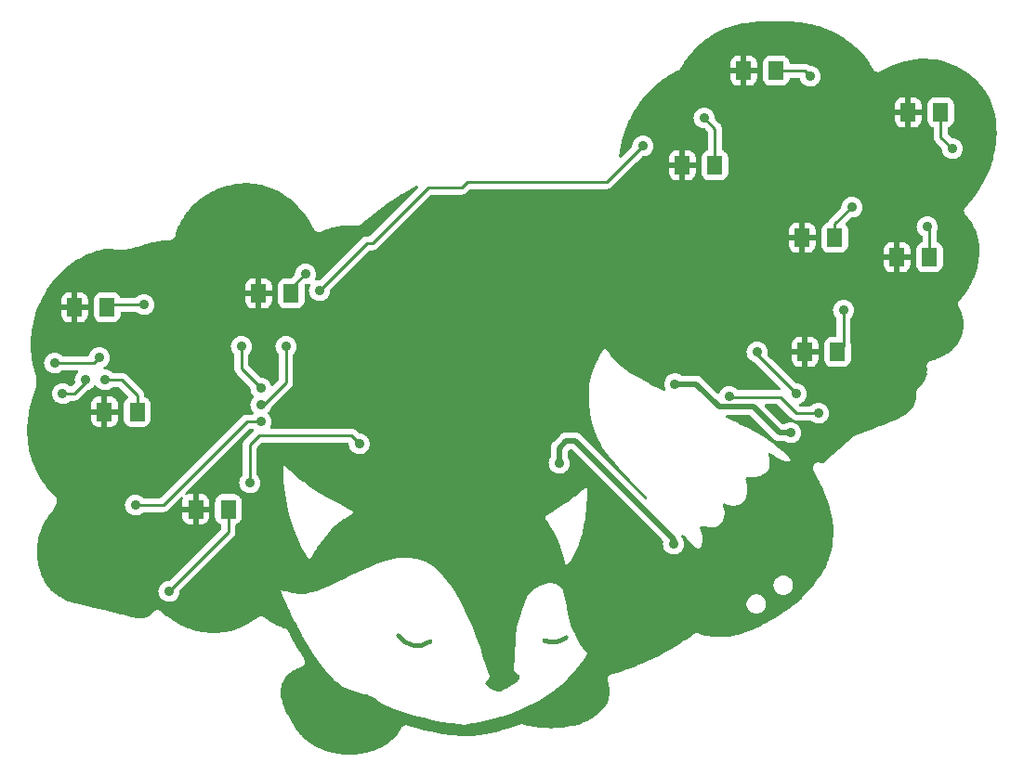
<source format=gbr>
%TF.GenerationSoftware,KiCad,Pcbnew,(6.0.1)*%
%TF.CreationDate,2022-05-04T14:42:35-07:00*%
%TF.ProjectId,Foxy_Pride,466f7879-5f50-4726-9964-652e6b696361,rev?*%
%TF.SameCoordinates,Original*%
%TF.FileFunction,Copper,L1,Top*%
%TF.FilePolarity,Positive*%
%FSLAX46Y46*%
G04 Gerber Fmt 4.6, Leading zero omitted, Abs format (unit mm)*
G04 Created by KiCad (PCBNEW (6.0.1)) date 2022-05-04 14:42:35*
%MOMM*%
%LPD*%
G01*
G04 APERTURE LIST*
G04 Aperture macros list*
%AMRoundRect*
0 Rectangle with rounded corners*
0 $1 Rounding radius*
0 $2 $3 $4 $5 $6 $7 $8 $9 X,Y pos of 4 corners*
0 Add a 4 corners polygon primitive as box body*
4,1,4,$2,$3,$4,$5,$6,$7,$8,$9,$2,$3,0*
0 Add four circle primitives for the rounded corners*
1,1,$1+$1,$2,$3*
1,1,$1+$1,$4,$5*
1,1,$1+$1,$6,$7*
1,1,$1+$1,$8,$9*
0 Add four rect primitives between the rounded corners*
20,1,$1+$1,$2,$3,$4,$5,0*
20,1,$1+$1,$4,$5,$6,$7,0*
20,1,$1+$1,$6,$7,$8,$9,0*
20,1,$1+$1,$8,$9,$2,$3,0*%
G04 Aperture macros list end*
%TA.AperFunction,NonConductor*%
%ADD10C,0.381000*%
%TD*%
%TA.AperFunction,SMDPad,CuDef*%
%ADD11RoundRect,0.250001X-0.462499X-0.624999X0.462499X-0.624999X0.462499X0.624999X-0.462499X0.624999X0*%
%TD*%
%TA.AperFunction,ViaPad*%
%ADD12C,0.889000*%
%TD*%
%TA.AperFunction,Conductor*%
%ADD13C,0.508000*%
%TD*%
%TA.AperFunction,Conductor*%
%ADD14C,0.254000*%
%TD*%
G04 APERTURE END LIST*
D10*
X60794168Y-91160600D02*
G75*
G03*
X63703200Y-91694000I1707605J1113584D01*
G01*
X74117200Y-91617800D02*
G75*
G03*
X76073000Y-91338400I744016J1776890D01*
G01*
D11*
%TO.P,D9,1,K*%
%TO.N,GND*%
X48042500Y-59944000D03*
%TO.P,D9,2,A*%
%TO.N,Net-(D9-Pad2)*%
X51017500Y-59944000D03*
%TD*%
%TO.P,D6,1,K*%
%TO.N,GND*%
X97826500Y-65278000D03*
%TO.P,D6,2,A*%
%TO.N,Net-(D6-Pad2)*%
X100801500Y-65278000D03*
%TD*%
%TO.P,D3,1,K*%
%TO.N,GND*%
X106208500Y-56642000D03*
%TO.P,D3,2,A*%
%TO.N,Net-(D3-Pad2)*%
X109183500Y-56642000D03*
%TD*%
%TO.P,D8,1,K*%
%TO.N,GND*%
X34008000Y-70739000D03*
%TO.P,D8,2,A*%
%TO.N,Net-(D8-Pad2)*%
X36983000Y-70739000D03*
%TD*%
%TO.P,D5,1,K*%
%TO.N,GND*%
X86650500Y-48260000D03*
%TO.P,D5,2,A*%
%TO.N,Net-(D5-Pad2)*%
X89625500Y-48260000D03*
%TD*%
%TO.P,D2,1,K*%
%TO.N,GND*%
X92238500Y-39624000D03*
%TO.P,D2,2,A*%
%TO.N,Net-(D2-Pad2)*%
X95213500Y-39624000D03*
%TD*%
%TO.P,D4,1,K*%
%TO.N,GND*%
X97572500Y-54864000D03*
%TO.P,D4,2,A*%
%TO.N,Net-(D4-Pad2)*%
X100547500Y-54864000D03*
%TD*%
%TO.P,D7,1,K*%
%TO.N,GND*%
X31278500Y-61214000D03*
%TO.P,D7,2,A*%
%TO.N,Net-(D7-Pad2)*%
X34253500Y-61214000D03*
%TD*%
%TO.P,D1,1,K*%
%TO.N,GND*%
X107224500Y-43434000D03*
%TO.P,D1,2,A*%
%TO.N,Net-(D1-Pad2)*%
X110199500Y-43434000D03*
%TD*%
%TO.P,D10,1,K*%
%TO.N,GND*%
X42327500Y-79629000D03*
%TO.P,D10,2,A*%
%TO.N,Net-(D10-Pad2)*%
X45302500Y-79629000D03*
%TD*%
D12*
%TO.N,GND*%
X73152000Y-63754000D03*
X80264000Y-81280000D03*
X50038000Y-70866000D03*
X48768000Y-80772000D03*
X73152000Y-57912000D03*
X66040000Y-63754000D03*
X66040000Y-57912000D03*
X71882000Y-75184000D03*
X40640000Y-82296000D03*
X42418000Y-73914000D03*
%TO.N,+3V*%
X85852000Y-82804000D03*
X75438000Y-75438000D03*
%TO.N,Net-(D1-Pad2)*%
X111252000Y-46736000D03*
%TO.N,Net-(D2-Pad2)*%
X98298000Y-40132000D03*
%TO.N,Net-(D3-Pad2)*%
X108966000Y-53848000D03*
%TO.N,Net-(D4-Pad2)*%
X102108000Y-52070000D03*
%TO.N,Net-(D5-Pad2)*%
X88646000Y-43942000D03*
%TO.N,Net-(D6-Pad2)*%
X101346000Y-61468000D03*
%TO.N,Net-(D7-Pad2)*%
X37592000Y-60960000D03*
%TO.N,Net-(D8-Pad2)*%
X34036000Y-67818000D03*
%TO.N,Net-(D9-Pad2)*%
X52324000Y-58166000D03*
%TO.N,Net-(D10-Pad2)*%
X39878000Y-87122000D03*
%TO.N,Net-(R1-Pad2)*%
X47244000Y-77216000D03*
X57222500Y-73660000D03*
%TO.N,Net-(R3-Pad2)*%
X29464000Y-66294000D03*
X33528000Y-65786000D03*
%TO.N,Net-(R4-Pad2)*%
X97028000Y-69088000D03*
X93472000Y-65278000D03*
%TO.N,Net-(R5-Pad2)*%
X32258000Y-67818000D03*
X30187800Y-69088000D03*
X90932000Y-69342000D03*
X99060000Y-70866000D03*
%TO.N,Net-(R7-Pad2)*%
X83058000Y-46482000D03*
X48260000Y-70104000D03*
X50546000Y-64770000D03*
X53594000Y-59690000D03*
%TO.N,Net-(R11-Pad2)*%
X48260000Y-68580000D03*
X46482000Y-64770000D03*
%TO.N,Net-(R12-Pad2)*%
X36830000Y-79248000D03*
X48260000Y-71628000D03*
%TO.N,+Vbatt*%
X96520000Y-72644000D03*
X85979000Y-68199000D03*
%TD*%
D13*
%TO.N,+3V*%
X85852000Y-82372200D02*
X76885800Y-73406000D01*
X76885800Y-73406000D02*
X76073000Y-73406000D01*
X76073000Y-73406000D02*
X75438000Y-74041000D01*
X85852000Y-82804000D02*
X85852000Y-82372200D01*
X75438000Y-74041000D02*
X75438000Y-75438000D01*
D14*
%TO.N,Net-(D1-Pad2)*%
X110199500Y-45683500D02*
X110199500Y-43434000D01*
X111252000Y-46736000D02*
X110199500Y-45683500D01*
%TO.N,Net-(D2-Pad2)*%
X95213500Y-39624000D02*
X97790000Y-39624000D01*
X97790000Y-39624000D02*
X98298000Y-40132000D01*
%TO.N,Net-(D3-Pad2)*%
X109183500Y-54065500D02*
X109183500Y-56642000D01*
X108966000Y-53848000D02*
X109183500Y-54065500D01*
%TO.N,Net-(D4-Pad2)*%
X100547500Y-53630500D02*
X102108000Y-52070000D01*
X100547500Y-54864000D02*
X100547500Y-53630500D01*
%TO.N,Net-(D5-Pad2)*%
X89625500Y-44921500D02*
X89625500Y-48260000D01*
X88646000Y-43942000D02*
X89625500Y-44921500D01*
%TO.N,Net-(D6-Pad2)*%
X101346000Y-64733500D02*
X100801500Y-65278000D01*
X101346000Y-61468000D02*
X101346000Y-64733500D01*
%TO.N,Net-(D7-Pad2)*%
X37592000Y-60960000D02*
X34507500Y-60960000D01*
X34507500Y-60960000D02*
X34253500Y-61214000D01*
%TO.N,Net-(D8-Pad2)*%
X34036000Y-67818000D02*
X35560000Y-67818000D01*
X36983000Y-69241000D02*
X36983000Y-70739000D01*
X35560000Y-67818000D02*
X36983000Y-69241000D01*
%TO.N,Net-(D9-Pad2)*%
X51017500Y-59472500D02*
X51017500Y-59944000D01*
X52324000Y-58166000D02*
X51017500Y-59472500D01*
%TO.N,Net-(D10-Pad2)*%
X45302500Y-81697500D02*
X45302500Y-79629000D01*
X39878000Y-87122000D02*
X45302500Y-81697500D01*
%TO.N,Net-(R1-Pad2)*%
X47244000Y-73732500D02*
X48078500Y-72898000D01*
X48078500Y-72898000D02*
X56460500Y-72898000D01*
X56460500Y-72898000D02*
X57222500Y-73660000D01*
X47244000Y-77216000D02*
X47244000Y-73732500D01*
%TO.N,Net-(R3-Pad2)*%
X29464000Y-66294000D02*
X33020000Y-66294000D01*
X33020000Y-66294000D02*
X33528000Y-65786000D01*
%TO.N,Net-(R4-Pad2)*%
X97028000Y-69088000D02*
X93472000Y-65532000D01*
X93472000Y-65532000D02*
X93472000Y-65278000D01*
%TO.N,Net-(R5-Pad2)*%
X97028000Y-70866000D02*
X99060000Y-70866000D01*
X32258000Y-68072000D02*
X32258000Y-67818000D01*
X95580200Y-69418200D02*
X97028000Y-70866000D01*
X90932000Y-69342000D02*
X91008200Y-69418200D01*
X91008200Y-69418200D02*
X95580200Y-69418200D01*
X30187800Y-69088000D02*
X31242000Y-69088000D01*
X31242000Y-69088000D02*
X32258000Y-68072000D01*
%TO.N,Net-(R7-Pad2)*%
X66548000Y-50292000D02*
X67056000Y-49784000D01*
X58420000Y-55372000D02*
X63500000Y-50292000D01*
X57912000Y-55372000D02*
X58420000Y-55372000D01*
X48260000Y-70104000D02*
X48514000Y-70104000D01*
X48514000Y-70104000D02*
X50546000Y-68072000D01*
X63500000Y-50292000D02*
X66548000Y-50292000D01*
X79756000Y-49784000D02*
X83058000Y-46482000D01*
X50546000Y-68072000D02*
X50546000Y-64770000D01*
X53594000Y-59690000D02*
X57912000Y-55372000D01*
X67056000Y-49784000D02*
X79756000Y-49784000D01*
%TO.N,Net-(R11-Pad2)*%
X48260000Y-68580000D02*
X46482000Y-66802000D01*
X46482000Y-66802000D02*
X46482000Y-64770000D01*
%TO.N,Net-(R12-Pad2)*%
X48260000Y-71628000D02*
X46990000Y-71628000D01*
X46990000Y-71628000D02*
X39370000Y-79248000D01*
X39370000Y-79248000D02*
X36830000Y-79248000D01*
D13*
%TO.N,+Vbatt*%
X95504000Y-72644000D02*
X93167200Y-70307200D01*
X96520000Y-72644000D02*
X95504000Y-72644000D01*
X93167200Y-70307200D02*
X89992200Y-70307200D01*
X89992200Y-70307200D02*
X87884000Y-68199000D01*
X87884000Y-68199000D02*
X85979000Y-68199000D01*
%TD*%
%TA.AperFunction,Conductor*%
%TO.N,GND*%
G36*
X95231262Y-35113451D02*
G01*
X95975590Y-35124601D01*
X95979837Y-35124738D01*
X96734460Y-35161667D01*
X96738848Y-35161958D01*
X97111644Y-35193343D01*
X97115162Y-35193689D01*
X97450273Y-35231540D01*
X97491313Y-35236176D01*
X97495336Y-35236696D01*
X97871112Y-35291441D01*
X97875566Y-35292171D01*
X98250612Y-35360603D01*
X98255439Y-35361582D01*
X98443555Y-35403605D01*
X98629318Y-35445102D01*
X98634532Y-35446384D01*
X99007027Y-35546433D01*
X99012554Y-35548054D01*
X99063216Y-35564177D01*
X99383390Y-35666072D01*
X99389138Y-35668056D01*
X99478067Y-35701187D01*
X99758159Y-35805538D01*
X99764116Y-35807932D01*
X100131129Y-35966397D01*
X100137184Y-35969204D01*
X100306579Y-36053250D01*
X100504973Y-36151685D01*
X100509946Y-36154292D01*
X100823257Y-36327550D01*
X100826408Y-36329353D01*
X101130626Y-36509218D01*
X101133876Y-36511206D01*
X101424399Y-36695050D01*
X101427710Y-36697220D01*
X101454082Y-36715104D01*
X101704456Y-36884892D01*
X101707880Y-36887298D01*
X101970898Y-37078713D01*
X101974394Y-37081351D01*
X102223824Y-37276489D01*
X102227376Y-37279374D01*
X102463247Y-37478123D01*
X102466821Y-37481253D01*
X102689254Y-37683576D01*
X102692863Y-37686991D01*
X102901946Y-37892806D01*
X102905532Y-37896482D01*
X103101461Y-38105828D01*
X103105013Y-38109789D01*
X103287842Y-38322548D01*
X103291348Y-38326813D01*
X103373195Y-38430962D01*
X103443820Y-38520830D01*
X103461298Y-38543071D01*
X103464699Y-38547607D01*
X103586685Y-38718128D01*
X103621901Y-38767356D01*
X103625177Y-38772167D01*
X103720709Y-38919670D01*
X103769823Y-38995504D01*
X103772934Y-39000565D01*
X103886654Y-39195770D01*
X103905182Y-39227574D01*
X103908102Y-39232874D01*
X104002172Y-39413796D01*
X104007239Y-39424806D01*
X104007804Y-39426209D01*
X104009946Y-39434922D01*
X104039571Y-39486013D01*
X104042359Y-39491087D01*
X104052053Y-39509730D01*
X104055183Y-39514099D01*
X104061754Y-39524268D01*
X104082939Y-39560804D01*
X104089440Y-39566993D01*
X104092286Y-39569702D01*
X104107828Y-39587571D01*
X104115344Y-39598061D01*
X104122411Y-39603598D01*
X104122412Y-39603599D01*
X104148579Y-39624101D01*
X104157747Y-39632024D01*
X104177331Y-39650668D01*
X104188331Y-39661140D01*
X104199799Y-39667057D01*
X104219730Y-39679845D01*
X104229889Y-39687805D01*
X104238220Y-39691133D01*
X104238223Y-39691135D01*
X104269099Y-39703470D01*
X104280129Y-39708505D01*
X104290618Y-39713917D01*
X104317646Y-39727863D01*
X104326455Y-39729574D01*
X104326461Y-39729576D01*
X104330314Y-39730324D01*
X104353033Y-39737004D01*
X104356685Y-39738463D01*
X104356687Y-39738464D01*
X104365018Y-39741792D01*
X104407063Y-39745824D01*
X104419039Y-39747558D01*
X104460490Y-39755609D01*
X104469427Y-39754779D01*
X104469433Y-39754779D01*
X104473338Y-39754416D01*
X104497023Y-39754451D01*
X104509868Y-39755683D01*
X104522255Y-39753315D01*
X104551342Y-39747755D01*
X104563345Y-39746054D01*
X104579885Y-39744517D01*
X104605382Y-39742149D01*
X104617382Y-39737396D01*
X104640125Y-39730783D01*
X104643975Y-39730047D01*
X104652795Y-39728361D01*
X104690369Y-39709115D01*
X104701409Y-39704116D01*
X104704800Y-39702773D01*
X104704813Y-39702766D01*
X104709331Y-39700977D01*
X104726924Y-39690631D01*
X104733348Y-39687101D01*
X104752283Y-39677402D01*
X104782308Y-39662023D01*
X104788827Y-39655853D01*
X104796158Y-39650668D01*
X104796534Y-39651200D01*
X104805703Y-39644305D01*
X104823530Y-39633822D01*
X104889804Y-39594850D01*
X104891342Y-39593960D01*
X104949694Y-39560804D01*
X104960551Y-39554635D01*
X104961797Y-39553937D01*
X105032522Y-39514805D01*
X105033855Y-39514078D01*
X105104930Y-39475897D01*
X105106409Y-39475115D01*
X105177830Y-39437976D01*
X105179450Y-39437148D01*
X105192561Y-39430569D01*
X105251295Y-39401097D01*
X105252828Y-39400343D01*
X105319809Y-39368018D01*
X105323808Y-39366173D01*
X105833516Y-39141830D01*
X105840481Y-39139010D01*
X106340661Y-38953604D01*
X106348067Y-38951117D01*
X106844498Y-38801395D01*
X106852333Y-38799305D01*
X106937118Y-38779585D01*
X106989695Y-38767356D01*
X107344371Y-38684862D01*
X107352601Y-38683234D01*
X107839705Y-38603661D01*
X107848275Y-38602561D01*
X108329953Y-38557477D01*
X108338792Y-38556962D01*
X108556433Y-38551961D01*
X108814644Y-38546027D01*
X108823685Y-38546144D01*
X109293372Y-38569080D01*
X109302510Y-38569860D01*
X109765800Y-38626476D01*
X109774934Y-38627935D01*
X110231525Y-38718128D01*
X110240546Y-38720257D01*
X110690240Y-38844040D01*
X110699045Y-38846814D01*
X111141608Y-39004306D01*
X111150098Y-39007680D01*
X111308843Y-39077510D01*
X111585150Y-39199055D01*
X111593223Y-39202955D01*
X111904171Y-39367124D01*
X112020457Y-39428519D01*
X112028075Y-39432888D01*
X112444064Y-39691135D01*
X112446914Y-39692904D01*
X112454028Y-39697663D01*
X112869768Y-39996678D01*
X112874116Y-39999949D01*
X113074053Y-40157281D01*
X113078277Y-40160757D01*
X113200855Y-40266148D01*
X113270442Y-40325979D01*
X113274503Y-40329627D01*
X113458819Y-40502537D01*
X113462709Y-40506347D01*
X113638973Y-40686641D01*
X113642686Y-40690607D01*
X113810695Y-40877977D01*
X113814227Y-40882091D01*
X113964852Y-41065368D01*
X113973803Y-41076260D01*
X113977147Y-41080512D01*
X114086812Y-41226299D01*
X114128141Y-41281242D01*
X114131274Y-41285599D01*
X114273443Y-41492540D01*
X114276386Y-41497029D01*
X114409520Y-41709856D01*
X114412292Y-41714506D01*
X114536205Y-41932932D01*
X114538776Y-41937700D01*
X114574763Y-42008017D01*
X114632680Y-42121182D01*
X114653281Y-42161436D01*
X114655639Y-42166298D01*
X114714746Y-42295187D01*
X114760556Y-42395080D01*
X114762714Y-42400067D01*
X114826890Y-42557601D01*
X114857838Y-42633571D01*
X114859781Y-42638653D01*
X114864385Y-42651519D01*
X114944930Y-42876612D01*
X114946657Y-42881790D01*
X114977478Y-42981318D01*
X114983682Y-43001351D01*
X115021623Y-43123873D01*
X115023122Y-43129115D01*
X115086471Y-43370291D01*
X115086967Y-43372180D01*
X115088493Y-43378689D01*
X115133615Y-43597020D01*
X115134240Y-43600257D01*
X115175100Y-43827857D01*
X115175640Y-43831105D01*
X115210506Y-44059475D01*
X115210960Y-44062733D01*
X115239825Y-44291727D01*
X115240193Y-44294994D01*
X115263054Y-44524457D01*
X115263337Y-44527730D01*
X115280200Y-44757612D01*
X115280398Y-44760889D01*
X115285343Y-44865644D01*
X115291150Y-44988659D01*
X115291264Y-44991084D01*
X115291375Y-44994341D01*
X115296117Y-45218919D01*
X115296240Y-45224752D01*
X115296266Y-45228018D01*
X115295573Y-45368077D01*
X115295126Y-45458394D01*
X115295067Y-45461676D01*
X115288045Y-45688105D01*
X115287924Y-45692004D01*
X115287782Y-45695244D01*
X115278931Y-45850168D01*
X115274631Y-45925440D01*
X115274401Y-45928716D01*
X115272853Y-45947290D01*
X115255273Y-46158263D01*
X115255247Y-46158571D01*
X115254935Y-46161806D01*
X115240218Y-46295999D01*
X115229772Y-46391242D01*
X115229371Y-46394506D01*
X115198206Y-46623372D01*
X115197719Y-46626626D01*
X115188733Y-46681795D01*
X115160539Y-46854869D01*
X115159967Y-46858111D01*
X115149205Y-46914789D01*
X115116188Y-47088675D01*
X115115796Y-47090655D01*
X115036867Y-47472824D01*
X115035582Y-47478403D01*
X115007726Y-47587904D01*
X114973743Y-47721490D01*
X114943445Y-47840588D01*
X114941941Y-47845992D01*
X114852056Y-48143144D01*
X114835454Y-48198028D01*
X114833751Y-48203247D01*
X114713672Y-48545628D01*
X114711803Y-48550616D01*
X114580096Y-48880762D01*
X114578874Y-48883824D01*
X114576872Y-48888558D01*
X114431814Y-49213048D01*
X114429715Y-49217508D01*
X114273279Y-49533645D01*
X114271116Y-49537819D01*
X114103995Y-49846056D01*
X114101801Y-49849937D01*
X113924766Y-50150563D01*
X113922573Y-50154149D01*
X113736361Y-50447521D01*
X113734198Y-50450814D01*
X113539569Y-50737240D01*
X113537462Y-50740245D01*
X113349515Y-51000216D01*
X113335187Y-51020034D01*
X113333166Y-51022751D01*
X113136390Y-51280034D01*
X113124069Y-51296143D01*
X113122182Y-51298549D01*
X112906954Y-51565970D01*
X112905148Y-51568162D01*
X112818710Y-51670738D01*
X112698159Y-51813796D01*
X112684762Y-51829694D01*
X112683110Y-51831615D01*
X112474736Y-52068931D01*
X112462443Y-52082932D01*
X112459529Y-52086137D01*
X112416352Y-52132019D01*
X112398866Y-52166396D01*
X112392079Y-52178129D01*
X112370993Y-52210433D01*
X112368393Y-52219026D01*
X112366190Y-52226307D01*
X112357898Y-52246937D01*
X112350379Y-52261720D01*
X112348718Y-52270543D01*
X112343244Y-52299621D01*
X112340023Y-52312786D01*
X112328851Y-52349711D01*
X112328767Y-52358686D01*
X112328766Y-52358694D01*
X112328695Y-52366298D01*
X112326528Y-52388418D01*
X112323459Y-52404722D01*
X112324341Y-52413654D01*
X112324341Y-52413655D01*
X112327249Y-52443097D01*
X112327854Y-52456650D01*
X112327494Y-52495219D01*
X112329933Y-52503858D01*
X112329933Y-52503860D01*
X112332000Y-52511182D01*
X112336129Y-52533028D01*
X112337759Y-52549532D01*
X112341111Y-52557855D01*
X112341112Y-52557857D01*
X112352165Y-52585298D01*
X112356550Y-52598141D01*
X112364590Y-52626620D01*
X112364592Y-52626625D01*
X112367030Y-52635260D01*
X112371796Y-52642867D01*
X112375832Y-52649310D01*
X112385934Y-52669133D01*
X112392127Y-52684509D01*
X112416002Y-52714805D01*
X112423808Y-52725892D01*
X112433653Y-52741607D01*
X112444283Y-52758575D01*
X112450991Y-52764538D01*
X112494753Y-52803440D01*
X112496827Y-52805326D01*
X112502039Y-52810171D01*
X112503804Y-52811843D01*
X112511856Y-52819623D01*
X112513136Y-52820879D01*
X112523163Y-52830861D01*
X112523963Y-52831666D01*
X112532740Y-52840588D01*
X112535486Y-52843380D01*
X112536098Y-52844007D01*
X112537654Y-52845611D01*
X112538419Y-52846458D01*
X112539146Y-52847473D01*
X112565737Y-52874561D01*
X112566089Y-52874923D01*
X112577974Y-52887174D01*
X112585004Y-52895056D01*
X112729421Y-53071354D01*
X112733428Y-53076513D01*
X112829123Y-53206600D01*
X112875492Y-53269634D01*
X112879228Y-53274999D01*
X113010527Y-53474384D01*
X113013969Y-53479917D01*
X113014797Y-53481328D01*
X113129887Y-53677474D01*
X113134389Y-53685147D01*
X113137523Y-53690819D01*
X113246954Y-53901497D01*
X113249776Y-53907289D01*
X113341495Y-54108531D01*
X113348040Y-54122891D01*
X113350569Y-54128841D01*
X113372897Y-54185350D01*
X113437524Y-54348911D01*
X113439741Y-54354970D01*
X113494655Y-54517927D01*
X113515274Y-54579115D01*
X113517173Y-54585271D01*
X113561060Y-54741547D01*
X113581108Y-54812938D01*
X113582694Y-54819194D01*
X113634145Y-55046603D01*
X113634916Y-55050012D01*
X113636179Y-55056345D01*
X113673990Y-55275091D01*
X113676537Y-55289825D01*
X113677476Y-55296232D01*
X113699927Y-55482840D01*
X113705829Y-55531900D01*
X113706437Y-55538361D01*
X113721736Y-55762392D01*
X113722648Y-55775752D01*
X113722923Y-55782244D01*
X113725639Y-55947219D01*
X113726853Y-56020980D01*
X113726791Y-56027518D01*
X113718298Y-56267075D01*
X113717895Y-56273624D01*
X113698819Y-56491028D01*
X113698758Y-56491513D01*
X113698624Y-56492064D01*
X113695329Y-56530809D01*
X113692199Y-56566479D01*
X113692230Y-56567043D01*
X113692205Y-56567540D01*
X113670608Y-56821481D01*
X113670011Y-56827039D01*
X113634456Y-57100673D01*
X113633615Y-57106187D01*
X113586123Y-57377198D01*
X113585042Y-57382653D01*
X113525793Y-57650605D01*
X113524476Y-57655995D01*
X113469540Y-57861134D01*
X113453606Y-57920632D01*
X113452060Y-57925937D01*
X113420647Y-58025500D01*
X113369744Y-58186836D01*
X113367964Y-58192074D01*
X113274362Y-58448872D01*
X113272356Y-58454022D01*
X113171884Y-58696101D01*
X113167634Y-58706340D01*
X113165417Y-58711369D01*
X113049698Y-58958923D01*
X113047268Y-58963838D01*
X112932280Y-59184097D01*
X112920780Y-59206126D01*
X112918113Y-59210972D01*
X112780980Y-59447703D01*
X112778099Y-59452433D01*
X112630499Y-59683213D01*
X112627407Y-59687821D01*
X112469476Y-59912323D01*
X112466210Y-59916754D01*
X112347670Y-60070377D01*
X112298119Y-60134593D01*
X112294616Y-60138930D01*
X112116534Y-60349734D01*
X112112868Y-60353884D01*
X111932733Y-60548870D01*
X111924242Y-60558061D01*
X111920946Y-60561496D01*
X111877301Y-60605287D01*
X111873004Y-60613167D01*
X111873003Y-60613168D01*
X111858320Y-60640092D01*
X111851436Y-60651285D01*
X111835704Y-60674105D01*
X111828931Y-60683929D01*
X111826117Y-60692446D01*
X111826115Y-60692450D01*
X111824069Y-60698643D01*
X111815054Y-60719431D01*
X111811932Y-60725156D01*
X111811929Y-60725163D01*
X111807634Y-60733040D01*
X111805722Y-60741806D01*
X111805719Y-60741814D01*
X111799183Y-60771779D01*
X111795718Y-60784451D01*
X111791239Y-60798010D01*
X111783281Y-60822098D01*
X111782745Y-60837586D01*
X111779925Y-60860082D01*
X111776625Y-60875212D01*
X111777250Y-60884163D01*
X111777250Y-60884166D01*
X111779387Y-60914757D01*
X111779618Y-60927896D01*
X111779266Y-60938066D01*
X111778246Y-60967525D01*
X111782078Y-60982542D01*
X111785684Y-61004912D01*
X111786764Y-61020373D01*
X111789876Y-61028788D01*
X111789878Y-61028797D01*
X111800518Y-61057566D01*
X111804428Y-61070112D01*
X111814230Y-61108520D01*
X111847032Y-61163949D01*
X111847941Y-61165485D01*
X111849539Y-61168266D01*
X111902293Y-61262868D01*
X111924647Y-61302955D01*
X111927496Y-61308368D01*
X111983479Y-61421338D01*
X111992693Y-61439932D01*
X111995265Y-61445456D01*
X112050408Y-61571769D01*
X112053418Y-61578665D01*
X112055712Y-61584286D01*
X112079474Y-61646789D01*
X112106930Y-61719010D01*
X112108947Y-61724726D01*
X112153292Y-61860730D01*
X112155024Y-61866508D01*
X112192565Y-62003590D01*
X112194012Y-62009414D01*
X112224833Y-62147454D01*
X112225991Y-62153284D01*
X112240588Y-62237165D01*
X112250127Y-62291981D01*
X112251006Y-62297854D01*
X112268522Y-62437079D01*
X112269122Y-62442955D01*
X112280058Y-62582387D01*
X112280381Y-62588251D01*
X112280647Y-62596672D01*
X112284789Y-62727753D01*
X112284838Y-62733607D01*
X112282766Y-62872905D01*
X112282544Y-62878735D01*
X112274039Y-63017581D01*
X112273550Y-63023374D01*
X112260400Y-63145430D01*
X112258659Y-63161587D01*
X112257906Y-63167323D01*
X112236685Y-63304582D01*
X112235668Y-63310288D01*
X112208157Y-63446426D01*
X112206880Y-63452075D01*
X112173155Y-63586752D01*
X112171622Y-63592327D01*
X112168797Y-63601747D01*
X112131717Y-63725387D01*
X112129922Y-63730907D01*
X112083907Y-63862058D01*
X112081856Y-63867499D01*
X112029793Y-63996500D01*
X112027486Y-64001856D01*
X111969425Y-64128494D01*
X111966874Y-64133734D01*
X111909201Y-64245507D01*
X111902869Y-64257779D01*
X111900068Y-64262910D01*
X111830159Y-64384156D01*
X111827120Y-64389152D01*
X111816911Y-64405083D01*
X111751417Y-64507280D01*
X111748096Y-64512203D01*
X111666626Y-64627034D01*
X111663058Y-64631818D01*
X111575849Y-64743165D01*
X111572058Y-64747774D01*
X111549849Y-64773505D01*
X111479172Y-64855389D01*
X111475123Y-64859860D01*
X111391167Y-64948202D01*
X111376570Y-64963561D01*
X111372293Y-64967850D01*
X111310578Y-65026829D01*
X111268095Y-65067429D01*
X111263594Y-65071526D01*
X111153811Y-65166735D01*
X111149102Y-65170623D01*
X111089110Y-65217758D01*
X111033656Y-65261327D01*
X111028777Y-65264973D01*
X110927359Y-65336971D01*
X110905586Y-65352428D01*
X110901360Y-65355300D01*
X110818844Y-65408976D01*
X110719263Y-65473752D01*
X110715073Y-65476362D01*
X110528308Y-65587691D01*
X110524060Y-65590113D01*
X110333204Y-65693983D01*
X110328865Y-65696235D01*
X110134157Y-65792530D01*
X110129698Y-65794628D01*
X109931413Y-65883219D01*
X109926881Y-65885139D01*
X109725187Y-65965947D01*
X109720632Y-65967668D01*
X109634965Y-65998157D01*
X109515770Y-66040578D01*
X109511095Y-66042140D01*
X109360799Y-66089082D01*
X109349943Y-66091948D01*
X109343113Y-66093429D01*
X109334163Y-66094068D01*
X109280979Y-66113830D01*
X109274704Y-66115973D01*
X109256638Y-66121616D01*
X109252592Y-66123546D01*
X109252581Y-66123550D01*
X109249776Y-66124888D01*
X109239424Y-66129270D01*
X109231256Y-66132305D01*
X109197759Y-66144751D01*
X109190557Y-66150116D01*
X109189211Y-66151118D01*
X109168176Y-66163802D01*
X109158555Y-66168390D01*
X109145508Y-66180054D01*
X109125422Y-66198010D01*
X109116716Y-66205121D01*
X109089039Y-66225738D01*
X109081063Y-66231679D01*
X109075654Y-66238853D01*
X109074644Y-66240192D01*
X109058023Y-66258261D01*
X109056765Y-66259386D01*
X109056762Y-66259390D01*
X109050070Y-66265372D01*
X109026570Y-66303120D01*
X109020225Y-66312365D01*
X108993457Y-66347866D01*
X108990283Y-66356259D01*
X108990281Y-66356262D01*
X108989686Y-66357836D01*
X108978801Y-66379851D01*
X108973165Y-66388904D01*
X108970751Y-66397548D01*
X108961210Y-66431709D01*
X108957707Y-66442389D01*
X108941980Y-66483972D01*
X108941289Y-66492923D01*
X108941159Y-66494604D01*
X108936890Y-66518790D01*
X108934023Y-66529055D01*
X108934317Y-66553221D01*
X108934563Y-66573496D01*
X108934197Y-66584736D01*
X108933370Y-66595446D01*
X108933746Y-66600295D01*
X108933746Y-66600297D01*
X108934782Y-66613653D01*
X108935150Y-66621867D01*
X108935645Y-66662651D01*
X108935789Y-66674560D01*
X108938413Y-66683145D01*
X108939793Y-66692014D01*
X108939189Y-66692108D01*
X108941768Y-66706616D01*
X108944256Y-66751594D01*
X108944375Y-66754290D01*
X108945768Y-66796302D01*
X108946149Y-66807812D01*
X108946210Y-66810591D01*
X108946327Y-66821144D01*
X108946788Y-66862804D01*
X108946802Y-66864110D01*
X108946802Y-66866862D01*
X108946240Y-66917804D01*
X108946211Y-66920400D01*
X108946151Y-66923144D01*
X108945867Y-66931708D01*
X108944374Y-66976728D01*
X108944251Y-66979508D01*
X108941295Y-67032960D01*
X108941111Y-67035721D01*
X108938980Y-67063223D01*
X108938250Y-67072637D01*
X108937216Y-67081700D01*
X108929700Y-67131478D01*
X108930904Y-67140368D01*
X108930904Y-67140369D01*
X108936496Y-67181655D01*
X108937370Y-67190391D01*
X108938578Y-67208982D01*
X108939897Y-67229272D01*
X108940654Y-67240929D01*
X108943725Y-67249359D01*
X108945572Y-67258148D01*
X108945400Y-67258184D01*
X108945403Y-67258197D01*
X108945572Y-67258149D01*
X108948026Y-67266784D01*
X108949230Y-67275677D01*
X108952882Y-67283874D01*
X108952882Y-67283875D01*
X108953267Y-67284740D01*
X108953392Y-67285672D01*
X108955336Y-67292513D01*
X108954349Y-67292794D01*
X108962717Y-67355105D01*
X108934813Y-67414734D01*
X108935360Y-67415140D01*
X108933366Y-67417825D01*
X108932625Y-67419409D01*
X108930517Y-67421663D01*
X108930012Y-67422343D01*
X108923692Y-67428720D01*
X108919667Y-67436150D01*
X108917966Y-67438537D01*
X108912251Y-67444764D01*
X108908281Y-67452816D01*
X108908280Y-67452818D01*
X108906905Y-67455608D01*
X108886699Y-67496594D01*
X108885468Y-67499090D01*
X108883246Y-67503387D01*
X108860250Y-67545840D01*
X108854384Y-67556669D01*
X108845095Y-67599838D01*
X108842158Y-67610977D01*
X108835462Y-67632349D01*
X108834412Y-67635551D01*
X108820312Y-67676664D01*
X108819212Y-67679738D01*
X108808099Y-67709515D01*
X108804042Y-67720386D01*
X108802820Y-67723530D01*
X108786559Y-67763778D01*
X108785255Y-67766885D01*
X108767952Y-67806618D01*
X108766564Y-67809692D01*
X108751768Y-67841327D01*
X108748175Y-67849008D01*
X108746725Y-67852003D01*
X108737205Y-67871013D01*
X108727285Y-67890821D01*
X108725735Y-67893814D01*
X108703774Y-67934882D01*
X108702757Y-67936747D01*
X108678574Y-67980193D01*
X108677040Y-67982870D01*
X108653126Y-68023409D01*
X108651533Y-68026035D01*
X108626656Y-68065894D01*
X108624957Y-68068541D01*
X108599130Y-68107710D01*
X108597407Y-68110254D01*
X108570568Y-68148826D01*
X108568777Y-68151331D01*
X108541019Y-68189171D01*
X108539130Y-68191680D01*
X108510504Y-68228730D01*
X108508550Y-68231195D01*
X108478993Y-68267538D01*
X108476981Y-68269950D01*
X108446520Y-68305553D01*
X108444449Y-68307913D01*
X108413933Y-68341832D01*
X108413150Y-68342702D01*
X108411016Y-68345015D01*
X108378755Y-68379120D01*
X108376567Y-68381376D01*
X108343542Y-68414589D01*
X108341296Y-68416792D01*
X108307399Y-68449221D01*
X108305097Y-68451369D01*
X108270366Y-68482972D01*
X108268054Y-68485024D01*
X108232429Y-68515848D01*
X108230069Y-68517838D01*
X108208566Y-68535522D01*
X108200122Y-68541891D01*
X108161798Y-68568340D01*
X108156140Y-68575305D01*
X108156139Y-68575306D01*
X108127536Y-68610517D01*
X108122758Y-68616062D01*
X108092162Y-68649548D01*
X108092159Y-68649552D01*
X108086108Y-68656175D01*
X108082158Y-68664231D01*
X108078785Y-68669183D01*
X108075705Y-68674322D01*
X108070049Y-68681284D01*
X108066573Y-68689556D01*
X108066573Y-68689557D01*
X108048998Y-68731388D01*
X108045969Y-68738048D01*
X108026523Y-68777715D01*
X108022053Y-68786832D01*
X108020524Y-68795670D01*
X108018674Y-68801373D01*
X108017161Y-68807165D01*
X108013685Y-68815440D01*
X108011729Y-68832641D01*
X108007543Y-68869443D01*
X108006506Y-68876682D01*
X107997243Y-68930216D01*
X108002876Y-68979777D01*
X108002946Y-68980397D01*
X108003645Y-68989436D01*
X108005693Y-69039119D01*
X108005792Y-69042852D01*
X108006036Y-69063989D01*
X108006494Y-69103574D01*
X108006527Y-69106472D01*
X108006514Y-69110191D01*
X108005937Y-69142063D01*
X108005365Y-69173635D01*
X108005243Y-69177361D01*
X108002589Y-69232969D01*
X108002216Y-69240776D01*
X108001984Y-69244483D01*
X107997087Y-69307708D01*
X107996745Y-69311401D01*
X107991962Y-69356000D01*
X107989993Y-69374356D01*
X107989542Y-69378048D01*
X107980933Y-69440785D01*
X107980373Y-69444462D01*
X107969920Y-69506893D01*
X107969256Y-69510526D01*
X107961673Y-69548833D01*
X107956959Y-69572645D01*
X107956191Y-69576249D01*
X107942044Y-69638073D01*
X107941179Y-69641607D01*
X107925221Y-69702949D01*
X107924238Y-69706513D01*
X107906460Y-69767412D01*
X107905377Y-69770925D01*
X107885821Y-69831222D01*
X107884617Y-69834754D01*
X107863229Y-69894600D01*
X107861921Y-69898096D01*
X107838760Y-69957307D01*
X107837347Y-69960766D01*
X107827819Y-69983142D01*
X107814647Y-70014075D01*
X107812164Y-70019543D01*
X107775893Y-70094561D01*
X107773528Y-70099204D01*
X107733975Y-70173052D01*
X107731450Y-70177542D01*
X107689544Y-70248639D01*
X107686904Y-70252920D01*
X107642626Y-70321563D01*
X107639887Y-70325631D01*
X107593374Y-70391850D01*
X107590505Y-70395771D01*
X107545217Y-70455232D01*
X107540831Y-70460670D01*
X107432704Y-70587363D01*
X107426759Y-70593852D01*
X107315107Y-70707475D01*
X107314136Y-70708463D01*
X107308246Y-70714082D01*
X107286852Y-70733206D01*
X107187565Y-70821958D01*
X107181887Y-70826740D01*
X107053764Y-70928351D01*
X107048427Y-70932358D01*
X106913608Y-71028105D01*
X106908702Y-71031419D01*
X106888839Y-71044166D01*
X106768070Y-71121667D01*
X106763706Y-71124342D01*
X106618264Y-71209455D01*
X106614493Y-71211574D01*
X106465343Y-71291943D01*
X106462121Y-71293618D01*
X106350134Y-71349771D01*
X106312970Y-71368406D01*
X106309286Y-71370178D01*
X106205646Y-71417998D01*
X105998405Y-71513619D01*
X105995724Y-71514818D01*
X105695826Y-71644801D01*
X105694647Y-71645305D01*
X105513544Y-71721619D01*
X105512251Y-71722156D01*
X105332643Y-71795501D01*
X105331070Y-71796131D01*
X104967155Y-71939061D01*
X104965698Y-71939623D01*
X104603266Y-72076811D01*
X104602622Y-72077052D01*
X104277789Y-72197983D01*
X104276857Y-72198292D01*
X104275786Y-72198517D01*
X104240310Y-72211934D01*
X104239790Y-72212129D01*
X104207050Y-72224318D01*
X104206087Y-72224842D01*
X104205174Y-72225222D01*
X103660924Y-72431058D01*
X103656223Y-72432836D01*
X103655468Y-72433091D01*
X103654590Y-72433279D01*
X103632935Y-72441574D01*
X103618939Y-72446935D01*
X103618441Y-72447125D01*
X103587838Y-72458699D01*
X103587833Y-72458701D01*
X103585525Y-72459574D01*
X103584743Y-72460005D01*
X103584000Y-72460319D01*
X102482014Y-72882436D01*
X102471096Y-72886618D01*
X102461538Y-72889846D01*
X102415662Y-72903312D01*
X102370925Y-72931987D01*
X102364246Y-72935982D01*
X102317847Y-72961817D01*
X102290054Y-72990010D01*
X102281517Y-72998670D01*
X102275293Y-73004567D01*
X101995613Y-73252085D01*
X101995079Y-73252555D01*
X101699977Y-73510768D01*
X101699437Y-73511238D01*
X101404698Y-73766189D01*
X101404149Y-73766661D01*
X101137661Y-73994510D01*
X101137301Y-73994795D01*
X101136844Y-73995079D01*
X101135685Y-73996075D01*
X101135675Y-73996083D01*
X101113552Y-74015097D01*
X101107475Y-74020320D01*
X101080093Y-74043732D01*
X101079731Y-74044143D01*
X101079383Y-74044464D01*
X100955441Y-74150986D01*
X100954422Y-74151801D01*
X100953250Y-74152539D01*
X100950444Y-74154983D01*
X100924925Y-74177210D01*
X100924296Y-74177754D01*
X100898277Y-74200116D01*
X100897366Y-74201158D01*
X100896411Y-74202045D01*
X100773031Y-74309509D01*
X100772212Y-74310172D01*
X100771233Y-74310796D01*
X100768862Y-74312884D01*
X100768856Y-74312889D01*
X100742762Y-74335870D01*
X100742286Y-74336287D01*
X100716129Y-74359070D01*
X100715369Y-74359951D01*
X100714614Y-74360662D01*
X100613915Y-74449348D01*
X100413217Y-74626105D01*
X100412665Y-74626556D01*
X100411982Y-74626995D01*
X100410283Y-74628503D01*
X100383387Y-74652375D01*
X100383024Y-74652695D01*
X100358196Y-74674562D01*
X100358188Y-74674569D01*
X100356473Y-74676080D01*
X100355944Y-74676700D01*
X100355412Y-74677206D01*
X99495593Y-75440356D01*
X99431372Y-75470614D01*
X99360982Y-75461348D01*
X99332282Y-75443731D01*
X99331958Y-75443466D01*
X99321574Y-75434991D01*
X99313302Y-75431493D01*
X99308809Y-75428786D01*
X99304170Y-75426329D01*
X99296908Y-75421041D01*
X99276716Y-75413788D01*
X99244916Y-75402366D01*
X99238436Y-75399835D01*
X99187550Y-75378317D01*
X99178636Y-75377282D01*
X99173537Y-75375937D01*
X99168403Y-75374883D01*
X99159959Y-75371850D01*
X99113473Y-75369041D01*
X99104798Y-75368517D01*
X99097867Y-75367905D01*
X99051922Y-75362571D01*
X99051921Y-75362571D01*
X99043006Y-75361536D01*
X99034160Y-75363045D01*
X99028930Y-75363184D01*
X99023673Y-75363616D01*
X99014710Y-75363074D01*
X98993519Y-75367905D01*
X98960861Y-75375350D01*
X98954039Y-75376709D01*
X98899563Y-75385999D01*
X98891498Y-75389929D01*
X98886509Y-75391533D01*
X98881584Y-75393422D01*
X98872835Y-75395417D01*
X98865002Y-75399784D01*
X98864995Y-75399787D01*
X98824569Y-75422327D01*
X98818403Y-75425545D01*
X98768750Y-75449739D01*
X98762108Y-75455779D01*
X98757761Y-75458725D01*
X98753586Y-75461904D01*
X98745741Y-75466278D01*
X98706967Y-75505655D01*
X98701970Y-75510457D01*
X98667726Y-75541592D01*
X98667724Y-75541595D01*
X98661086Y-75547630D01*
X98656407Y-75555289D01*
X98653068Y-75559329D01*
X98649942Y-75563568D01*
X98643643Y-75569965D01*
X98639393Y-75577872D01*
X98617485Y-75618630D01*
X98614025Y-75624662D01*
X98591490Y-75661550D01*
X98585224Y-75671806D01*
X98582881Y-75680476D01*
X98580789Y-75685340D01*
X98578997Y-75690235D01*
X98574750Y-75698137D01*
X98572891Y-75706917D01*
X98563303Y-75752187D01*
X98561674Y-75758951D01*
X98549604Y-75803616D01*
X98549603Y-75803620D01*
X98547263Y-75812281D01*
X98547447Y-75821252D01*
X98546810Y-75826464D01*
X98546461Y-75831711D01*
X98544601Y-75840494D01*
X98547360Y-75876818D01*
X98548785Y-75895587D01*
X98549119Y-75902524D01*
X98550255Y-75957765D01*
X98552949Y-75966321D01*
X98553799Y-75971498D01*
X98554938Y-75976640D01*
X98555618Y-75985591D01*
X98575098Y-76037302D01*
X98577361Y-76043853D01*
X98593958Y-76096562D01*
X98614190Y-76126808D01*
X98621526Y-76137776D01*
X98626456Y-76145778D01*
X98750463Y-76365029D01*
X98751227Y-76366401D01*
X98844672Y-76536531D01*
X98882130Y-76604729D01*
X98883802Y-76607774D01*
X98884487Y-76609039D01*
X98899530Y-76637235D01*
X99014771Y-76853242D01*
X99015482Y-76854593D01*
X99053929Y-76928809D01*
X99128528Y-77072811D01*
X99142565Y-77099908D01*
X99143250Y-77101251D01*
X99266350Y-77346199D01*
X99266971Y-77347457D01*
X99309844Y-77435536D01*
X99384996Y-77589934D01*
X99385723Y-77591453D01*
X99497831Y-77829819D01*
X99498585Y-77831453D01*
X99598525Y-78052114D01*
X99603432Y-78062949D01*
X99604408Y-78065159D01*
X99696313Y-78279000D01*
X99696570Y-78279599D01*
X99697835Y-78282653D01*
X99783500Y-78497330D01*
X99784683Y-78500412D01*
X99864652Y-78717152D01*
X99865724Y-78720178D01*
X99896428Y-78810630D01*
X99939974Y-78938915D01*
X99940995Y-78942056D01*
X100009484Y-79162657D01*
X100010422Y-79165823D01*
X100023183Y-79211082D01*
X100068681Y-79372444D01*
X100073111Y-79388157D01*
X100073961Y-79391331D01*
X100130831Y-79615357D01*
X100131588Y-79618511D01*
X100173678Y-79804660D01*
X100175811Y-79814095D01*
X100175989Y-79815039D01*
X100176067Y-79816107D01*
X100183506Y-79848248D01*
X100184662Y-79853245D01*
X100184804Y-79853868D01*
X100192464Y-79887747D01*
X100192841Y-79888736D01*
X100193090Y-79889669D01*
X100288792Y-80303225D01*
X100290300Y-80310789D01*
X100322915Y-80505234D01*
X100359294Y-80722120D01*
X100362729Y-80742601D01*
X100363768Y-80750208D01*
X100409510Y-81183224D01*
X100410082Y-81190843D01*
X100418615Y-81382077D01*
X100428898Y-81612509D01*
X100429405Y-81623881D01*
X100429514Y-81631480D01*
X100424060Y-81976412D01*
X100422684Y-82063415D01*
X100422336Y-82070990D01*
X100389618Y-82500662D01*
X100388818Y-82508181D01*
X100330478Y-82934425D01*
X100329231Y-82941871D01*
X100245531Y-83363537D01*
X100243841Y-83370891D01*
X100135050Y-83786796D01*
X100132921Y-83794039D01*
X100101071Y-83891529D01*
X100001201Y-84197223D01*
X99999322Y-84202973D01*
X99996761Y-84210082D01*
X99871906Y-84526536D01*
X99838600Y-84610952D01*
X99835612Y-84617905D01*
X99714596Y-84877660D01*
X99653181Y-85009483D01*
X99649761Y-85016280D01*
X99610590Y-85088602D01*
X99443309Y-85397455D01*
X99439488Y-85404025D01*
X99224566Y-85749096D01*
X99209298Y-85773610D01*
X99205042Y-85780000D01*
X98951346Y-86136885D01*
X98946687Y-86143033D01*
X98659835Y-86498330D01*
X98658868Y-86499512D01*
X98536601Y-86647253D01*
X98515650Y-86667327D01*
X98514152Y-86668463D01*
X98504847Y-86674878D01*
X98498528Y-86678828D01*
X98495098Y-86681723D01*
X98495097Y-86681723D01*
X98483720Y-86691323D01*
X98478589Y-86695428D01*
X98464528Y-86706089D01*
X98464522Y-86706094D01*
X98460649Y-86709031D01*
X98457276Y-86712526D01*
X98457263Y-86712538D01*
X98455980Y-86713868D01*
X98446572Y-86722669D01*
X98422339Y-86743117D01*
X98422337Y-86743119D01*
X98415479Y-86748906D01*
X98410520Y-86756387D01*
X98410517Y-86756390D01*
X98407149Y-86761470D01*
X98392798Y-86779344D01*
X97682941Y-87514953D01*
X97676642Y-87521042D01*
X97638553Y-87555376D01*
X97633841Y-87563016D01*
X97612453Y-87597691D01*
X97607369Y-87605301D01*
X97585732Y-87635269D01*
X97578264Y-87645612D01*
X97575264Y-87654070D01*
X97571094Y-87662020D01*
X97571042Y-87661992D01*
X97570400Y-87663331D01*
X97570454Y-87663354D01*
X97566871Y-87671587D01*
X97562160Y-87679225D01*
X97559782Y-87687878D01*
X97559781Y-87687880D01*
X97548982Y-87727174D01*
X97546238Y-87735904D01*
X97529620Y-87782755D01*
X97529114Y-87791719D01*
X97527343Y-87800517D01*
X97527285Y-87800505D01*
X97527046Y-87801966D01*
X97527103Y-87801973D01*
X97525975Y-87810885D01*
X97523597Y-87819537D01*
X97523743Y-87828512D01*
X97523727Y-87828640D01*
X97495328Y-87893709D01*
X97471183Y-87915896D01*
X97061108Y-88204147D01*
X96863331Y-88343169D01*
X96861297Y-88344501D01*
X96859191Y-88345570D01*
X96855240Y-88348415D01*
X96855238Y-88348416D01*
X96830028Y-88366568D01*
X96828863Y-88367397D01*
X96801936Y-88386325D01*
X96800215Y-88387943D01*
X96798260Y-88389442D01*
X96759039Y-88417682D01*
X96756034Y-88419709D01*
X96753184Y-88421212D01*
X96749285Y-88424114D01*
X96749284Y-88424114D01*
X96725460Y-88441842D01*
X96723864Y-88443010D01*
X96701900Y-88458825D01*
X96698256Y-88461449D01*
X96695937Y-88463681D01*
X96692998Y-88465998D01*
X96357581Y-88715586D01*
X96342169Y-88727054D01*
X96339573Y-88728935D01*
X95960063Y-88996608D01*
X95957421Y-88998421D01*
X95571358Y-89256268D01*
X95568671Y-89258014D01*
X95176188Y-89505954D01*
X95173458Y-89507630D01*
X95093482Y-89555352D01*
X94774798Y-89745512D01*
X94772099Y-89747077D01*
X94581508Y-89854329D01*
X94367448Y-89974787D01*
X94364636Y-89976323D01*
X93954223Y-90193722D01*
X93951375Y-90195184D01*
X93902204Y-90219649D01*
X93539899Y-90399913D01*
X93535183Y-90402139D01*
X93477268Y-90428023D01*
X93150842Y-90573911D01*
X93146837Y-90575617D01*
X92767246Y-90729518D01*
X92762900Y-90731187D01*
X92655367Y-90770203D01*
X92390694Y-90866234D01*
X92386014Y-90867829D01*
X92021348Y-90984164D01*
X92016344Y-90985646D01*
X91659429Y-91083407D01*
X91654098Y-91084743D01*
X91305052Y-91164107D01*
X91299381Y-91165260D01*
X90958348Y-91226416D01*
X90952346Y-91227343D01*
X90619414Y-91270500D01*
X90613052Y-91271160D01*
X90423370Y-91285984D01*
X90288340Y-91296537D01*
X90281639Y-91296881D01*
X89965120Y-91304710D01*
X89958128Y-91304689D01*
X89649712Y-91295198D01*
X89642471Y-91294767D01*
X89342025Y-91268156D01*
X89334596Y-91267274D01*
X89041925Y-91223710D01*
X89034379Y-91222349D01*
X88890877Y-91191949D01*
X88749267Y-91161949D01*
X88741654Y-91160087D01*
X88471247Y-91084966D01*
X88463782Y-91082892D01*
X88456214Y-91080531D01*
X88184332Y-90986182D01*
X88177505Y-90983590D01*
X88160486Y-90976555D01*
X88126586Y-90962542D01*
X88117662Y-90961579D01*
X88117661Y-90961579D01*
X88080833Y-90957606D01*
X88070332Y-90956023D01*
X88033972Y-90948963D01*
X88033968Y-90948963D01*
X88025162Y-90947253D01*
X88016116Y-90948094D01*
X87990940Y-90947908D01*
X87981911Y-90946934D01*
X87968881Y-90949265D01*
X87936616Y-90955037D01*
X87926092Y-90956465D01*
X87889207Y-90959894D01*
X87889204Y-90959895D01*
X87880273Y-90960725D01*
X87871859Y-90964058D01*
X87871834Y-90964068D01*
X87847610Y-90970958D01*
X87847507Y-90970976D01*
X87847501Y-90970978D01*
X87838670Y-90972558D01*
X87816488Y-90983590D01*
X87797470Y-90993048D01*
X87787777Y-90997370D01*
X87744988Y-91014322D01*
X87698275Y-91050703D01*
X87693697Y-91054102D01*
X87317953Y-91320069D01*
X87275000Y-91350473D01*
X87272756Y-91352025D01*
X87042289Y-91507723D01*
X86840970Y-91643729D01*
X86838676Y-91645242D01*
X86401027Y-91927207D01*
X86398703Y-91928669D01*
X85955248Y-92200885D01*
X85952894Y-92202295D01*
X85503809Y-92464676D01*
X85501425Y-92466034D01*
X85046951Y-92718455D01*
X85044539Y-92719761D01*
X84584721Y-92962208D01*
X84582282Y-92963460D01*
X84474664Y-93017245D01*
X84117320Y-93195835D01*
X84114960Y-93196982D01*
X83885838Y-93305325D01*
X83645073Y-93419173D01*
X83642582Y-93420318D01*
X83167961Y-93632237D01*
X83165445Y-93633328D01*
X83126854Y-93649561D01*
X82686165Y-93834934D01*
X82683667Y-93835952D01*
X82199915Y-94027154D01*
X82197412Y-94028111D01*
X81882718Y-94144633D01*
X81709434Y-94208795D01*
X81706849Y-94209720D01*
X81554665Y-94262328D01*
X81214750Y-94379831D01*
X81212192Y-94380685D01*
X81001955Y-94448265D01*
X80716167Y-94540131D01*
X80713541Y-94540944D01*
X80276581Y-94670955D01*
X80275547Y-94671187D01*
X80274466Y-94671197D01*
X80271514Y-94672090D01*
X80271506Y-94672092D01*
X80215395Y-94689070D01*
X80197319Y-94694539D01*
X80172126Y-94702035D01*
X80171422Y-94702359D01*
X80170998Y-94702503D01*
X80135188Y-94713338D01*
X80127670Y-94718245D01*
X80127671Y-94718245D01*
X80113318Y-94727614D01*
X80097139Y-94736556D01*
X80073418Y-94747476D01*
X80066647Y-94753366D01*
X80066644Y-94753368D01*
X80057355Y-94761449D01*
X80053407Y-94764884D01*
X80051494Y-94766548D01*
X80037678Y-94776989D01*
X80013336Y-94792878D01*
X80007496Y-94799700D01*
X79996354Y-94812715D01*
X79983334Y-94825838D01*
X79963629Y-94842979D01*
X79958783Y-94850533D01*
X79947938Y-94867438D01*
X79937603Y-94881342D01*
X79924544Y-94896597D01*
X79924541Y-94896601D01*
X79918704Y-94903420D01*
X79915015Y-94911604D01*
X79915014Y-94911605D01*
X79907970Y-94927230D01*
X79899158Y-94943478D01*
X79885058Y-94965458D01*
X79876860Y-94993348D01*
X79870846Y-95009583D01*
X79862593Y-95027890D01*
X79862591Y-95027896D01*
X79858903Y-95036078D01*
X79855283Y-95061950D01*
X79851387Y-95080007D01*
X79844021Y-95105066D01*
X79844008Y-95114041D01*
X79844008Y-95114044D01*
X79843980Y-95134126D01*
X79842764Y-95151408D01*
X79841698Y-95159027D01*
X79838737Y-95180189D01*
X79840038Y-95189068D01*
X79842523Y-95206027D01*
X79843854Y-95224472D01*
X79843817Y-95250581D01*
X79846323Y-95259195D01*
X79853593Y-95284187D01*
X79854471Y-95287583D01*
X79854944Y-95290814D01*
X79856380Y-95295457D01*
X79856383Y-95295471D01*
X79864346Y-95321221D01*
X79864955Y-95323249D01*
X79867439Y-95331788D01*
X79884461Y-95390303D01*
X79886417Y-95393370D01*
X79887733Y-95396840D01*
X79903639Y-95448274D01*
X79905031Y-95453115D01*
X79930702Y-95549673D01*
X79933912Y-95561748D01*
X79935110Y-95566648D01*
X79959595Y-95676238D01*
X79960596Y-95681178D01*
X79980675Y-95791641D01*
X79981477Y-95796616D01*
X79997121Y-95907782D01*
X79997723Y-95912783D01*
X80008914Y-96024548D01*
X80009312Y-96029527D01*
X80013764Y-96103907D01*
X80016028Y-96141743D01*
X80016228Y-96146766D01*
X80018369Y-96255464D01*
X80018452Y-96259682D01*
X80018453Y-96264575D01*
X80018053Y-96285374D01*
X80016376Y-96372492D01*
X80016180Y-96377500D01*
X80009839Y-96484796D01*
X80009444Y-96489787D01*
X79998854Y-96596665D01*
X79998261Y-96601636D01*
X79983443Y-96707939D01*
X79982657Y-96712869D01*
X79976191Y-96748767D01*
X79963618Y-96818571D01*
X79962633Y-96823479D01*
X79961053Y-96830614D01*
X79939412Y-96928336D01*
X79938232Y-96933203D01*
X79910837Y-97037152D01*
X79909467Y-97041960D01*
X79876143Y-97150660D01*
X79875194Y-97153755D01*
X79874796Y-97155027D01*
X79821913Y-97321228D01*
X79804984Y-97355401D01*
X79708319Y-97493151D01*
X79705737Y-97496697D01*
X79552789Y-97699270D01*
X79548015Y-97705208D01*
X79470325Y-97796063D01*
X79388375Y-97891899D01*
X79383265Y-97897522D01*
X79211978Y-98074962D01*
X79206605Y-98080206D01*
X79023561Y-98248502D01*
X79017979Y-98253340D01*
X78948708Y-98309910D01*
X78823162Y-98412437D01*
X78817453Y-98416832D01*
X78783104Y-98441739D01*
X78610765Y-98566700D01*
X78604934Y-98570683D01*
X78386390Y-98711168D01*
X78380530Y-98714714D01*
X78149999Y-98845726D01*
X78144168Y-98848838D01*
X77901724Y-98970141D01*
X77895920Y-98972861D01*
X77641606Y-99084235D01*
X77635862Y-99086584D01*
X77369680Y-99187816D01*
X77364033Y-99189811D01*
X77112228Y-99272103D01*
X77086176Y-99280617D01*
X77080656Y-99282283D01*
X76793352Y-99361829D01*
X76791134Y-99362443D01*
X76785766Y-99363803D01*
X76500312Y-99429472D01*
X76484737Y-99433055D01*
X76479535Y-99434137D01*
X76167186Y-99492217D01*
X76162178Y-99493042D01*
X75837363Y-99539894D01*
X75833078Y-99540437D01*
X75726440Y-99552062D01*
X75606166Y-99565172D01*
X75603123Y-99565466D01*
X75463026Y-99577306D01*
X75372724Y-99584937D01*
X75369709Y-99585156D01*
X75282429Y-99590405D01*
X75139025Y-99599029D01*
X75135976Y-99599175D01*
X74995514Y-99604211D01*
X74905218Y-99607448D01*
X74902187Y-99607520D01*
X74761868Y-99609151D01*
X74671448Y-99610202D01*
X74668399Y-99610201D01*
X74437804Y-99607301D01*
X74434757Y-99607226D01*
X74312202Y-99602718D01*
X74204241Y-99598747D01*
X74201244Y-99598600D01*
X73971107Y-99584556D01*
X73968112Y-99584338D01*
X73738315Y-99564726D01*
X73735370Y-99564439D01*
X73553180Y-99544443D01*
X73506121Y-99539278D01*
X73503096Y-99538909D01*
X73356475Y-99519217D01*
X73274462Y-99508202D01*
X73271470Y-99507763D01*
X73202081Y-99496728D01*
X73043603Y-99471525D01*
X73040597Y-99471010D01*
X72813487Y-99429233D01*
X72810506Y-99428647D01*
X72584353Y-99381355D01*
X72581373Y-99380694D01*
X72509366Y-99363804D01*
X72422151Y-99343347D01*
X72356197Y-99327877D01*
X72353228Y-99327142D01*
X72160897Y-99277075D01*
X72145783Y-99272103D01*
X72123511Y-99263181D01*
X72123512Y-99263181D01*
X72115179Y-99259843D01*
X72070248Y-99255491D01*
X72047776Y-99253314D01*
X72045789Y-99253106D01*
X71987035Y-99246473D01*
X71978479Y-99245507D01*
X71974433Y-99246210D01*
X71970342Y-99245814D01*
X71903695Y-99258489D01*
X71901976Y-99258803D01*
X71835113Y-99270422D01*
X71827058Y-99274378D01*
X71827056Y-99274379D01*
X71802002Y-99286685D01*
X71788758Y-99292276D01*
X71446783Y-99414169D01*
X71444407Y-99414989D01*
X71071502Y-99539579D01*
X71069110Y-99540352D01*
X70693849Y-99657463D01*
X70691443Y-99658188D01*
X70313921Y-99767792D01*
X70311501Y-99768468D01*
X69931958Y-99870498D01*
X69929549Y-99871120D01*
X69547862Y-99965607D01*
X69545525Y-99966161D01*
X69161932Y-100053037D01*
X69159496Y-100053564D01*
X69084993Y-100068881D01*
X68805870Y-100126267D01*
X68803575Y-100126660D01*
X68801291Y-100126796D01*
X68765870Y-100134485D01*
X68764653Y-100134742D01*
X68736750Y-100140478D01*
X68736745Y-100140479D01*
X68732345Y-100141384D01*
X68730197Y-100142156D01*
X68727921Y-100142723D01*
X68485918Y-100195253D01*
X68481645Y-100196103D01*
X68266831Y-100234932D01*
X68214188Y-100244447D01*
X68209847Y-100245153D01*
X68184074Y-100248888D01*
X67941042Y-100284108D01*
X67936723Y-100284657D01*
X67666776Y-100314205D01*
X67662401Y-100314607D01*
X67627111Y-100317228D01*
X67391636Y-100334716D01*
X67387248Y-100334965D01*
X67295795Y-100338556D01*
X67115812Y-100345623D01*
X67111473Y-100345717D01*
X66974951Y-100346309D01*
X66839662Y-100346895D01*
X66835261Y-100346837D01*
X66598824Y-100339600D01*
X66577246Y-100336885D01*
X66574989Y-100336195D01*
X66570185Y-100335506D01*
X66570172Y-100335503D01*
X66544314Y-100331794D01*
X66540941Y-100331264D01*
X66517870Y-100327314D01*
X66517869Y-100327314D01*
X66513448Y-100326557D01*
X66508965Y-100326434D01*
X66505237Y-100326066D01*
X66499770Y-100325404D01*
X66497828Y-100325126D01*
X66492325Y-100324180D01*
X66488167Y-100323004D01*
X66464235Y-100320091D01*
X66455546Y-100319033D01*
X66452930Y-100318686D01*
X66423517Y-100314467D01*
X66419209Y-100314466D01*
X66413478Y-100313912D01*
X66407937Y-100313237D01*
X66404177Y-100312662D01*
X66400954Y-100311807D01*
X66366714Y-100308203D01*
X66364717Y-100307976D01*
X66333596Y-100304188D01*
X66330269Y-100304258D01*
X66326363Y-100303955D01*
X66318100Y-100303086D01*
X66314504Y-100302595D01*
X66311388Y-100301820D01*
X66276872Y-100298732D01*
X66274936Y-100298543D01*
X66248054Y-100295713D01*
X66248047Y-100295713D01*
X66243594Y-100295244D01*
X66240391Y-100295364D01*
X66236704Y-100295137D01*
X66140113Y-100286495D01*
X66138516Y-100286295D01*
X66136882Y-100285903D01*
X66132514Y-100285547D01*
X66132503Y-100285546D01*
X66110786Y-100283778D01*
X66099858Y-100282889D01*
X66099018Y-100282817D01*
X66065163Y-100279788D01*
X66063486Y-100279877D01*
X66061870Y-100279797D01*
X66008343Y-100275439D01*
X65957451Y-100271296D01*
X65953478Y-100270852D01*
X65950106Y-100270102D01*
X65945255Y-100269789D01*
X65945253Y-100269789D01*
X65915954Y-100267900D01*
X65913840Y-100267746D01*
X65887263Y-100265583D01*
X65887261Y-100265583D01*
X65882789Y-100265219D01*
X65879349Y-100265430D01*
X65875239Y-100265276D01*
X65818691Y-100261631D01*
X65779154Y-100259082D01*
X65777277Y-100258947D01*
X65677933Y-100251050D01*
X65650720Y-100248887D01*
X65648854Y-100248724D01*
X65522377Y-100236765D01*
X65520504Y-100236574D01*
X65394406Y-100222747D01*
X65392536Y-100222528D01*
X65266554Y-100206805D01*
X65264687Y-100206558D01*
X65178546Y-100194497D01*
X65138870Y-100188942D01*
X65137098Y-100188681D01*
X65011597Y-100169192D01*
X65009765Y-100168893D01*
X64922989Y-100154088D01*
X64886258Y-100147821D01*
X64883730Y-100147363D01*
X64475121Y-100069039D01*
X64473551Y-100068728D01*
X64224857Y-100017701D01*
X64063560Y-99984606D01*
X64061960Y-99984267D01*
X63817095Y-99930704D01*
X63653269Y-99894868D01*
X63651721Y-99894518D01*
X63244138Y-99799803D01*
X63242634Y-99799443D01*
X62836338Y-99699450D01*
X62834961Y-99699102D01*
X62429833Y-99593802D01*
X62428284Y-99593388D01*
X62316814Y-99562865D01*
X62024744Y-99482890D01*
X62023236Y-99482466D01*
X61685060Y-99385130D01*
X61673616Y-99380412D01*
X61673460Y-99380827D01*
X61665056Y-99377668D01*
X61657186Y-99373350D01*
X61604969Y-99361820D01*
X61597321Y-99359877D01*
X61582053Y-99355482D01*
X61577619Y-99354866D01*
X61577604Y-99354863D01*
X61571403Y-99354002D01*
X61561574Y-99352237D01*
X61523861Y-99343910D01*
X61523860Y-99343910D01*
X61515093Y-99341974D01*
X61506135Y-99342577D01*
X61502286Y-99342287D01*
X61487176Y-99341752D01*
X61483313Y-99341768D01*
X61474420Y-99340533D01*
X61427322Y-99347481D01*
X61417407Y-99348544D01*
X61402513Y-99349546D01*
X61378865Y-99351136D01*
X61378862Y-99351137D01*
X61369907Y-99351739D01*
X61361476Y-99354832D01*
X61357713Y-99355632D01*
X61343006Y-99359372D01*
X61339337Y-99360462D01*
X61330464Y-99361771D01*
X61322316Y-99365517D01*
X61322314Y-99365518D01*
X61305281Y-99373350D01*
X61288559Y-99381039D01*
X61287206Y-99381661D01*
X61277987Y-99385464D01*
X61233298Y-99401861D01*
X61226075Y-99407195D01*
X61222686Y-99409020D01*
X61209614Y-99416741D01*
X61206405Y-99418812D01*
X61198255Y-99422560D01*
X61191483Y-99428445D01*
X61191482Y-99428446D01*
X61162324Y-99453787D01*
X61154544Y-99460025D01*
X61116245Y-99488311D01*
X61110810Y-99495458D01*
X61108075Y-99498155D01*
X61097712Y-99509218D01*
X61095198Y-99512124D01*
X61088422Y-99518013D01*
X61083574Y-99525563D01*
X61062703Y-99558063D01*
X61056975Y-99566249D01*
X61051514Y-99573430D01*
X61051510Y-99573436D01*
X61048567Y-99577306D01*
X61043417Y-99586830D01*
X61041342Y-99590667D01*
X61036531Y-99598818D01*
X61024110Y-99618161D01*
X61009793Y-99640455D01*
X61007258Y-99649065D01*
X61004207Y-99655742D01*
X60997966Y-99670883D01*
X60958455Y-99743950D01*
X60927168Y-99801809D01*
X60923176Y-99808667D01*
X60817921Y-99977033D01*
X60813631Y-99983448D01*
X60699888Y-100142725D01*
X60696062Y-100148082D01*
X60691514Y-100154064D01*
X60561717Y-100314565D01*
X60556946Y-100320124D01*
X60552140Y-100325404D01*
X60415095Y-100475984D01*
X60410122Y-100481145D01*
X60294547Y-100594463D01*
X60262082Y-100626294D01*
X60256372Y-100631892D01*
X60251249Y-100636643D01*
X60085747Y-100781821D01*
X60080506Y-100786174D01*
X59903455Y-100925277D01*
X59898126Y-100929240D01*
X59709748Y-101061762D01*
X59704324Y-101065372D01*
X59504859Y-101190801D01*
X59499382Y-101194055D01*
X59289055Y-101311906D01*
X59283580Y-101314799D01*
X59062630Y-101424578D01*
X59057113Y-101427153D01*
X58825835Y-101528349D01*
X58820333Y-101530602D01*
X58579008Y-101622719D01*
X58573457Y-101624690D01*
X58502917Y-101647882D01*
X58322394Y-101707233D01*
X58316845Y-101708917D01*
X58112880Y-101765669D01*
X58047826Y-101783770D01*
X58045663Y-101784351D01*
X57989328Y-101798949D01*
X57944570Y-101810547D01*
X57942519Y-101811060D01*
X57840677Y-101835634D01*
X57838620Y-101836112D01*
X57736369Y-101858978D01*
X57734305Y-101859421D01*
X57668245Y-101873036D01*
X57631794Y-101880548D01*
X57629736Y-101880955D01*
X57526748Y-101900385D01*
X57524672Y-101900758D01*
X57421548Y-101918431D01*
X57419471Y-101918770D01*
X57315788Y-101934754D01*
X57313793Y-101935044D01*
X57288704Y-101938483D01*
X57242787Y-101944776D01*
X57238853Y-101945195D01*
X57235426Y-101945189D01*
X57230613Y-101945931D01*
X57230610Y-101945931D01*
X57201522Y-101950414D01*
X57199439Y-101950717D01*
X57192644Y-101951648D01*
X57168575Y-101954947D01*
X57165283Y-101955888D01*
X57161295Y-101956614D01*
X57140981Y-101959745D01*
X57076049Y-101969751D01*
X57073508Y-101970116D01*
X56959424Y-101985324D01*
X56956872Y-101985638D01*
X56842485Y-101998517D01*
X56839930Y-101998778D01*
X56725356Y-102009318D01*
X56722792Y-102009528D01*
X56607909Y-102017737D01*
X56605413Y-102017890D01*
X56546879Y-102020874D01*
X56490416Y-102023752D01*
X56487849Y-102023856D01*
X56441460Y-102025273D01*
X56372744Y-102027372D01*
X56370245Y-102027423D01*
X56307575Y-102028059D01*
X56260890Y-102028532D01*
X56255990Y-102028486D01*
X56162368Y-102025793D01*
X56047653Y-102022493D01*
X56043578Y-102022309D01*
X55872565Y-102011792D01*
X55834024Y-102009422D01*
X55829928Y-102009103D01*
X55808239Y-102007058D01*
X55621210Y-101989420D01*
X55617187Y-101988975D01*
X55491007Y-101972916D01*
X55409474Y-101962539D01*
X55405418Y-101961955D01*
X55198958Y-101928824D01*
X55194928Y-101928110D01*
X54991650Y-101888678D01*
X54989787Y-101888316D01*
X54985808Y-101887478D01*
X54782124Y-101841057D01*
X54778205Y-101840097D01*
X54576149Y-101787096D01*
X54572260Y-101786008D01*
X54372104Y-101726500D01*
X54368202Y-101725271D01*
X54170058Y-101659291D01*
X54166199Y-101657936D01*
X53970175Y-101585512D01*
X53966358Y-101584031D01*
X53807938Y-101519577D01*
X53772633Y-101505213D01*
X53768887Y-101503617D01*
X53577645Y-101418461D01*
X53573956Y-101416746D01*
X53385283Y-101325261D01*
X53381629Y-101323415D01*
X53379633Y-101322365D01*
X53195808Y-101225706D01*
X53192198Y-101223732D01*
X53001230Y-101115213D01*
X53000964Y-101115061D01*
X52958726Y-101090923D01*
X52953663Y-101087871D01*
X52888470Y-101046442D01*
X52861900Y-101029557D01*
X52859258Y-101027830D01*
X52763319Y-100963421D01*
X52760711Y-100961623D01*
X52666425Y-100894825D01*
X52663865Y-100892962D01*
X52571325Y-100823844D01*
X52568811Y-100821917D01*
X52478018Y-100750479D01*
X52475555Y-100748490D01*
X52386636Y-100674836D01*
X52384221Y-100672784D01*
X52297061Y-100596811D01*
X52294772Y-100594765D01*
X52207875Y-100515089D01*
X52206260Y-100513580D01*
X52119034Y-100430612D01*
X52116960Y-100428593D01*
X52032828Y-100344804D01*
X52030802Y-100342740D01*
X52026790Y-100338556D01*
X51973371Y-100282855D01*
X51948598Y-100257024D01*
X51946620Y-100254914D01*
X51866376Y-100167302D01*
X51864447Y-100165146D01*
X51786315Y-100075805D01*
X51784436Y-100073607D01*
X51708277Y-99982379D01*
X51706552Y-99980264D01*
X51632484Y-99887280D01*
X51630733Y-99885028D01*
X51560062Y-99792003D01*
X51557861Y-99789015D01*
X51511732Y-99724431D01*
X51508661Y-99719929D01*
X51437245Y-99610201D01*
X51422191Y-99587070D01*
X51421011Y-99585222D01*
X51420971Y-99585157D01*
X51356812Y-99482683D01*
X51324525Y-99431114D01*
X51323737Y-99429838D01*
X51270361Y-99342287D01*
X51219376Y-99258656D01*
X51219008Y-99258049D01*
X51216450Y-99253785D01*
X51108543Y-99073918D01*
X51107339Y-99071865D01*
X51079013Y-99022433D01*
X51077824Y-99020191D01*
X51076917Y-99017904D01*
X51058758Y-98987067D01*
X51058018Y-98985793D01*
X51047210Y-98966932D01*
X51048392Y-98966255D01*
X51047680Y-98965422D01*
X51046808Y-98965949D01*
X51044467Y-98962076D01*
X51042991Y-98959570D01*
X51041722Y-98957354D01*
X51041718Y-98957348D01*
X51042762Y-98956750D01*
X51042515Y-98955969D01*
X51041242Y-98956739D01*
X51032005Y-98941454D01*
X51031038Y-98939724D01*
X51030253Y-98937861D01*
X51020819Y-98922585D01*
X51019460Y-98920330D01*
X51013075Y-98909488D01*
X51013073Y-98909485D01*
X51010791Y-98905610D01*
X51009314Y-98903763D01*
X51007978Y-98901694D01*
X50995975Y-98881831D01*
X50994411Y-98879168D01*
X50808212Y-98553033D01*
X50806577Y-98550078D01*
X50606240Y-98176257D01*
X50604255Y-98172396D01*
X50510319Y-97981601D01*
X50508692Y-97978165D01*
X50501567Y-97962503D01*
X50418489Y-97779902D01*
X50416678Y-97775722D01*
X50398997Y-97732799D01*
X50333392Y-97573540D01*
X50331475Y-97568593D01*
X50256926Y-97363488D01*
X50254983Y-97357711D01*
X50190875Y-97150644D01*
X50189014Y-97143992D01*
X50136927Y-96935910D01*
X50135275Y-96928317D01*
X50131819Y-96909683D01*
X50096666Y-96720187D01*
X50095377Y-96711600D01*
X50071516Y-96504098D01*
X50070784Y-96494549D01*
X50062575Y-96281223D01*
X50062515Y-96273511D01*
X50062779Y-96261923D01*
X50064711Y-96177027D01*
X50064950Y-96171623D01*
X50065326Y-96165919D01*
X50071702Y-96069051D01*
X50072194Y-96063480D01*
X50083511Y-95961153D01*
X50084275Y-95955443D01*
X50100343Y-95853199D01*
X50101395Y-95847392D01*
X50122414Y-95745132D01*
X50123767Y-95739266D01*
X50147683Y-95645800D01*
X50150467Y-95636444D01*
X50175885Y-95561748D01*
X50183106Y-95540526D01*
X50185329Y-95534502D01*
X50188665Y-95526127D01*
X50217738Y-95453126D01*
X50225713Y-95433102D01*
X50228233Y-95427215D01*
X50273521Y-95328424D01*
X50276316Y-95322711D01*
X50326416Y-95226596D01*
X50329484Y-95221057D01*
X50384223Y-95127848D01*
X50387574Y-95122458D01*
X50446828Y-95032290D01*
X50450429Y-95027098D01*
X50514101Y-94940080D01*
X50517947Y-94935093D01*
X50585859Y-94851446D01*
X50589948Y-94846659D01*
X50661989Y-94766508D01*
X50666316Y-94761932D01*
X50742310Y-94685482D01*
X50746882Y-94681109D01*
X50756796Y-94672092D01*
X50826706Y-94608502D01*
X50831486Y-94604368D01*
X50915045Y-94535727D01*
X50920040Y-94531832D01*
X51007132Y-94467370D01*
X51012354Y-94463705D01*
X51016436Y-94460992D01*
X51102878Y-94403547D01*
X51108284Y-94400151D01*
X51202148Y-94344434D01*
X51207755Y-94341296D01*
X51315221Y-94284705D01*
X51316769Y-94283903D01*
X51388498Y-94247390D01*
X51390623Y-94246334D01*
X51461479Y-94211930D01*
X51463625Y-94210912D01*
X51535183Y-94177819D01*
X51537346Y-94176844D01*
X51609506Y-94145108D01*
X51611689Y-94144172D01*
X51684374Y-94113827D01*
X51686549Y-94112943D01*
X51759890Y-94083935D01*
X51762032Y-94083111D01*
X51835886Y-94055497D01*
X51838086Y-94054698D01*
X51895235Y-94034551D01*
X51904217Y-94031757D01*
X51943452Y-94021141D01*
X51943456Y-94021139D01*
X51952116Y-94018796D01*
X51995915Y-93992018D01*
X52003322Y-93987826D01*
X52048819Y-93964072D01*
X52055292Y-93957850D01*
X52062123Y-93952938D01*
X52068608Y-93947575D01*
X52076266Y-93942893D01*
X52082299Y-93936253D01*
X52082303Y-93936250D01*
X52110795Y-93904893D01*
X52116728Y-93898791D01*
X52147249Y-93869451D01*
X52147250Y-93869449D01*
X52153723Y-93863227D01*
X52158189Y-93855438D01*
X52163367Y-93848806D01*
X52168085Y-93841840D01*
X52174122Y-93835196D01*
X52196596Y-93789035D01*
X52200567Y-93781534D01*
X52226107Y-93736993D01*
X52228208Y-93728261D01*
X52231318Y-93720438D01*
X52233889Y-93712435D01*
X52237819Y-93704363D01*
X52246432Y-93653755D01*
X52248143Y-93645417D01*
X52258051Y-93604245D01*
X52258051Y-93604243D01*
X52260151Y-93595517D01*
X52259718Y-93586552D01*
X52260507Y-93578171D01*
X52260728Y-93569759D01*
X52262234Y-93560912D01*
X52256298Y-93509928D01*
X52255600Y-93501444D01*
X52253554Y-93459142D01*
X52253554Y-93459141D01*
X52253120Y-93450172D01*
X52250186Y-93441683D01*
X52248592Y-93433424D01*
X52246444Y-93425289D01*
X52245406Y-93416373D01*
X52225397Y-93369098D01*
X52222350Y-93361161D01*
X52218810Y-93350919D01*
X52205578Y-93312644D01*
X52174546Y-93268929D01*
X52170195Y-93262375D01*
X52140090Y-93213802D01*
X51990367Y-92972237D01*
X51989532Y-92970871D01*
X51805014Y-92664542D01*
X51804197Y-92663166D01*
X51692409Y-92472134D01*
X51623485Y-92354350D01*
X51622770Y-92353110D01*
X51446088Y-92042186D01*
X51445307Y-92040790D01*
X51272511Y-91727504D01*
X51271747Y-91726098D01*
X51197238Y-91586858D01*
X51103028Y-91410801D01*
X51102317Y-91409452D01*
X50937533Y-91091873D01*
X50936805Y-91090448D01*
X50883758Y-90984956D01*
X50806757Y-90831829D01*
X50802055Y-90821304D01*
X50800182Y-90816538D01*
X50798116Y-90807797D01*
X50769721Y-90757817D01*
X50766706Y-90752182D01*
X50760286Y-90739415D01*
X50757907Y-90734683D01*
X50753980Y-90729042D01*
X50747833Y-90719291D01*
X50730669Y-90689078D01*
X50730667Y-90689075D01*
X50726236Y-90681276D01*
X50719792Y-90675031D01*
X50719789Y-90675028D01*
X50718054Y-90673347D01*
X50702334Y-90654859D01*
X50700950Y-90652871D01*
X50700947Y-90652868D01*
X50695819Y-90645502D01*
X50661746Y-90618053D01*
X50653146Y-90610451D01*
X50621734Y-90580013D01*
X50611651Y-90574697D01*
X50591375Y-90561364D01*
X50582500Y-90554215D01*
X50546182Y-90539131D01*
X50542118Y-90537443D01*
X50531690Y-90532541D01*
X50527139Y-90530142D01*
X50527138Y-90530142D01*
X50522831Y-90527871D01*
X50504882Y-90521709D01*
X50497475Y-90518902D01*
X50456410Y-90501847D01*
X50448115Y-90498402D01*
X50439187Y-90497424D01*
X50430497Y-90495192D01*
X50430607Y-90494762D01*
X50418525Y-90492062D01*
X50354844Y-90470199D01*
X50352269Y-90469284D01*
X50340351Y-90464900D01*
X50229218Y-90424021D01*
X50226689Y-90423060D01*
X50104735Y-90375162D01*
X50102211Y-90374139D01*
X50092244Y-90369972D01*
X49981499Y-90323675D01*
X49979018Y-90322606D01*
X49859430Y-90269529D01*
X49856960Y-90268400D01*
X49738578Y-90212751D01*
X49736115Y-90211561D01*
X49662876Y-90175171D01*
X49619014Y-90153377D01*
X49616601Y-90152145D01*
X49500833Y-90091453D01*
X49498426Y-90090158D01*
X49383965Y-90026948D01*
X49381586Y-90025600D01*
X49268561Y-89959943D01*
X49266248Y-89958566D01*
X49174260Y-89902421D01*
X49154573Y-89890405D01*
X49152254Y-89888955D01*
X49042098Y-89818394D01*
X49039827Y-89816904D01*
X48931202Y-89743946D01*
X48928946Y-89742395D01*
X48821792Y-89666996D01*
X48819566Y-89665393D01*
X48772617Y-89630805D01*
X48714088Y-89587685D01*
X48711919Y-89586051D01*
X48711812Y-89585968D01*
X48628968Y-89522108D01*
X48619034Y-89513592D01*
X48605242Y-89500467D01*
X48589937Y-89485902D01*
X48536057Y-89458116D01*
X48531850Y-89455842D01*
X48479069Y-89426008D01*
X48470836Y-89424081D01*
X48468119Y-89423079D01*
X48460608Y-89419206D01*
X48427501Y-89412782D01*
X48401152Y-89407670D01*
X48396430Y-89406660D01*
X48346121Y-89394882D01*
X48337386Y-89392837D01*
X48328945Y-89393297D01*
X48326050Y-89393099D01*
X48317758Y-89391490D01*
X48308822Y-89392322D01*
X48308821Y-89392322D01*
X48257452Y-89397105D01*
X48252635Y-89397461D01*
X48226844Y-89398868D01*
X48192088Y-89400764D01*
X48184109Y-89403577D01*
X48181285Y-89404196D01*
X48172870Y-89404980D01*
X48164527Y-89408287D01*
X48164525Y-89408287D01*
X48116525Y-89427310D01*
X48112003Y-89429003D01*
X48054855Y-89449154D01*
X48047569Y-89454394D01*
X48047567Y-89454395D01*
X48019040Y-89474911D01*
X48009368Y-89481215D01*
X48000851Y-89486226D01*
X47999677Y-89486862D01*
X47998350Y-89487399D01*
X47966085Y-89506678D01*
X47965718Y-89506896D01*
X47943176Y-89520158D01*
X47943175Y-89520159D01*
X47942344Y-89518746D01*
X47940891Y-89520038D01*
X47941417Y-89520894D01*
X47910978Y-89539595D01*
X47909649Y-89540400D01*
X47882875Y-89556398D01*
X47882250Y-89555352D01*
X47881477Y-89556039D01*
X47881959Y-89556797D01*
X47852503Y-89575504D01*
X47850976Y-89576458D01*
X47823889Y-89593100D01*
X47821534Y-89595057D01*
X47818638Y-89597012D01*
X47771748Y-89626791D01*
X47768855Y-89628504D01*
X47766089Y-89629759D01*
X47762025Y-89632425D01*
X47762021Y-89632427D01*
X47736891Y-89648912D01*
X47735341Y-89649913D01*
X47708494Y-89666962D01*
X47706193Y-89668932D01*
X47703372Y-89670898D01*
X47651595Y-89704862D01*
X47649855Y-89705921D01*
X47648002Y-89706784D01*
X47643963Y-89709490D01*
X47643958Y-89709493D01*
X47617639Y-89727128D01*
X47616625Y-89727800D01*
X47588765Y-89746076D01*
X47587235Y-89747425D01*
X47585584Y-89748606D01*
X47537944Y-89780528D01*
X47529749Y-89786019D01*
X47524757Y-89789168D01*
X47520718Y-89791160D01*
X47494101Y-89809867D01*
X47491789Y-89811453D01*
X47467371Y-89827815D01*
X47464039Y-89830812D01*
X47464037Y-89830814D01*
X47459099Y-89834467D01*
X47304919Y-89942829D01*
X47301081Y-89945423D01*
X47123003Y-90061001D01*
X47119082Y-90063443D01*
X46954638Y-90161748D01*
X46937033Y-90172272D01*
X46933010Y-90174577D01*
X46747100Y-90276605D01*
X46743020Y-90278748D01*
X46553485Y-90373848D01*
X46549300Y-90375852D01*
X46380796Y-90452760D01*
X46356305Y-90463938D01*
X46352092Y-90465768D01*
X46155846Y-90546728D01*
X46151549Y-90548409D01*
X45973046Y-90614449D01*
X45967491Y-90616504D01*
X45956920Y-90619893D01*
X45589207Y-90720166D01*
X45582032Y-90721899D01*
X45363753Y-90767884D01*
X45202372Y-90801882D01*
X45195161Y-90803182D01*
X45007047Y-90831480D01*
X44813468Y-90860599D01*
X44806205Y-90861477D01*
X44724982Y-90868908D01*
X44423384Y-90896500D01*
X44416144Y-90896952D01*
X44033127Y-90909742D01*
X44025880Y-90909775D01*
X43780277Y-90903809D01*
X43643690Y-90900491D01*
X43636453Y-90900107D01*
X43506132Y-90889421D01*
X43255939Y-90868907D01*
X43248772Y-90868111D01*
X42988429Y-90831621D01*
X42871005Y-90815162D01*
X42863875Y-90813953D01*
X42489753Y-90739415D01*
X42482700Y-90737798D01*
X42113232Y-90641842D01*
X42106272Y-90639819D01*
X41742357Y-90522593D01*
X41735510Y-90520167D01*
X41692735Y-90503611D01*
X41378160Y-90381855D01*
X41371446Y-90379031D01*
X41021562Y-90219774D01*
X41015010Y-90216559D01*
X40777739Y-90091453D01*
X40673586Y-90036536D01*
X40667189Y-90032921D01*
X40335111Y-89832260D01*
X40328908Y-89828259D01*
X39994966Y-89598750D01*
X39993691Y-89597862D01*
X39889689Y-89524479D01*
X39887925Y-89523212D01*
X39786373Y-89448903D01*
X39784635Y-89447608D01*
X39754327Y-89424620D01*
X39684357Y-89371548D01*
X39682777Y-89370328D01*
X39583848Y-89292573D01*
X39582193Y-89291249D01*
X39484657Y-89211834D01*
X39482986Y-89210450D01*
X39468975Y-89198635D01*
X39386838Y-89129372D01*
X39385201Y-89127968D01*
X39379486Y-89122978D01*
X39290365Y-89045162D01*
X39288808Y-89043778D01*
X39223026Y-88984312D01*
X39211367Y-88972268D01*
X39191486Y-88948785D01*
X39183998Y-88943839D01*
X39183995Y-88943836D01*
X39133161Y-88910257D01*
X39132218Y-88909628D01*
X39081126Y-88875214D01*
X39081124Y-88875213D01*
X39074234Y-88870572D01*
X39072014Y-88869865D01*
X39070070Y-88868581D01*
X39062136Y-88866133D01*
X39062134Y-88866132D01*
X39003224Y-88847955D01*
X39002143Y-88847616D01*
X38943503Y-88828943D01*
X38943501Y-88828943D01*
X38935579Y-88826420D01*
X38933253Y-88826365D01*
X38931024Y-88825677D01*
X38907055Y-88825322D01*
X38861128Y-88824643D01*
X38859995Y-88824621D01*
X38798401Y-88823155D01*
X38798398Y-88823155D01*
X38790106Y-88822958D01*
X38787852Y-88823559D01*
X38785526Y-88823525D01*
X38739676Y-88836199D01*
X38718119Y-88842157D01*
X38717028Y-88842453D01*
X38657517Y-88858329D01*
X38657515Y-88858330D01*
X38649508Y-88860466D01*
X38647519Y-88861672D01*
X38645270Y-88862294D01*
X38638212Y-88866662D01*
X38585775Y-88899114D01*
X38584811Y-88899704D01*
X38525088Y-88935926D01*
X38519028Y-88942548D01*
X38501674Y-88961511D01*
X38490732Y-88972104D01*
X38400307Y-89049614D01*
X38392664Y-89055668D01*
X38380543Y-89064527D01*
X38377102Y-89067969D01*
X38377099Y-89067972D01*
X38369819Y-89075256D01*
X38362713Y-89081838D01*
X38353549Y-89089693D01*
X38349469Y-89094346D01*
X38345098Y-89098752D01*
X38345239Y-89098887D01*
X38345238Y-89098888D01*
X38322053Y-89123011D01*
X38320435Y-89124662D01*
X38298997Y-89146109D01*
X38296618Y-89149285D01*
X38293190Y-89153040D01*
X38245174Y-89202999D01*
X38239203Y-89208814D01*
X38177873Y-89264709D01*
X38171567Y-89270088D01*
X38145036Y-89291249D01*
X38107148Y-89321468D01*
X38100563Y-89326376D01*
X38078195Y-89341938D01*
X38033270Y-89373192D01*
X38026386Y-89377656D01*
X37999774Y-89393706D01*
X37956451Y-89419834D01*
X37949330Y-89423819D01*
X37876977Y-89461288D01*
X37869628Y-89464797D01*
X37795165Y-89497444D01*
X37787619Y-89500467D01*
X37725050Y-89523212D01*
X37711218Y-89528240D01*
X37703501Y-89530766D01*
X37670521Y-89540400D01*
X37625495Y-89553552D01*
X37617624Y-89555578D01*
X37538251Y-89573300D01*
X37530248Y-89574817D01*
X37449753Y-89587396D01*
X37441644Y-89588395D01*
X37360334Y-89595746D01*
X37352143Y-89596219D01*
X37279200Y-89598045D01*
X37270186Y-89598271D01*
X37261943Y-89598207D01*
X37253412Y-89597862D01*
X37179614Y-89594877D01*
X37171375Y-89594272D01*
X37088852Y-89585475D01*
X37080603Y-89584318D01*
X37070964Y-89582640D01*
X36992056Y-89568903D01*
X36986260Y-89567752D01*
X36484867Y-89455836D01*
X36231355Y-89399249D01*
X36229700Y-89398868D01*
X35629026Y-89256268D01*
X35470588Y-89218655D01*
X35469281Y-89218337D01*
X34003377Y-88853183D01*
X34003372Y-88853181D01*
X33977909Y-88846839D01*
X33977906Y-88846838D01*
X33929618Y-88834810D01*
X33929619Y-88834810D01*
X33929590Y-88834803D01*
X33929581Y-88834802D01*
X33929570Y-88834800D01*
X32677940Y-88523067D01*
X32676120Y-88522547D01*
X32674343Y-88521818D01*
X32669610Y-88520685D01*
X32669609Y-88520685D01*
X32638712Y-88513291D01*
X32637589Y-88513016D01*
X32609357Y-88505985D01*
X32609348Y-88505983D01*
X32605002Y-88504901D01*
X32603092Y-88504706D01*
X32601202Y-88504315D01*
X32006537Y-88362010D01*
X32003679Y-88361229D01*
X32001110Y-88360215D01*
X31996369Y-88359147D01*
X31996362Y-88359145D01*
X31966614Y-88352445D01*
X31964977Y-88352065D01*
X31960102Y-88350898D01*
X31933627Y-88344563D01*
X31930886Y-88344309D01*
X31927933Y-88343733D01*
X31308128Y-88204128D01*
X31304484Y-88203248D01*
X31017360Y-88129289D01*
X31009148Y-88126873D01*
X31007993Y-88126490D01*
X30817672Y-88063407D01*
X30741490Y-88038156D01*
X30733504Y-88035206D01*
X30474274Y-87929362D01*
X30466547Y-87925900D01*
X30216372Y-87803551D01*
X30208934Y-87799600D01*
X29968481Y-87661378D01*
X29961353Y-87656959D01*
X29731283Y-87503486D01*
X29724490Y-87498621D01*
X29574338Y-87383378D01*
X29505531Y-87330567D01*
X29499093Y-87325279D01*
X29468045Y-87298003D01*
X29291892Y-87143250D01*
X29285821Y-87137550D01*
X29263117Y-87114774D01*
X29256992Y-87108630D01*
X38920482Y-87108630D01*
X38920998Y-87114774D01*
X38934542Y-87276060D01*
X38936121Y-87294867D01*
X38937819Y-87300788D01*
X38937819Y-87300789D01*
X38944842Y-87325279D01*
X38987636Y-87474520D01*
X39073064Y-87640746D01*
X39076887Y-87645570D01*
X39076890Y-87645574D01*
X39178912Y-87774293D01*
X39189152Y-87787212D01*
X39193846Y-87791207D01*
X39290926Y-87873829D01*
X39331478Y-87908342D01*
X39494621Y-87999519D01*
X39672367Y-88057272D01*
X39857945Y-88079401D01*
X39864080Y-88078929D01*
X39864082Y-88078929D01*
X39920119Y-88074617D01*
X40044287Y-88065063D01*
X40224296Y-88014804D01*
X40229785Y-88012031D01*
X40229791Y-88012029D01*
X40307159Y-87972947D01*
X40391114Y-87930538D01*
X40397051Y-87925900D01*
X40489739Y-87853483D01*
X40538387Y-87815475D01*
X40542413Y-87810811D01*
X40542416Y-87810808D01*
X40648524Y-87687880D01*
X40660507Y-87673998D01*
X40752821Y-87511495D01*
X40755486Y-87503486D01*
X40795440Y-87383378D01*
X40811814Y-87334157D01*
X40826148Y-87220696D01*
X40834796Y-87152241D01*
X40834797Y-87152232D01*
X40835238Y-87148738D01*
X40835611Y-87122000D01*
X40835468Y-87120540D01*
X40852505Y-87052035D01*
X40872165Y-87026567D01*
X40896567Y-87002165D01*
X50058004Y-87002165D01*
X50058335Y-87033265D01*
X50115983Y-87208024D01*
X50238394Y-87509109D01*
X50238723Y-87509863D01*
X50238729Y-87509877D01*
X50399678Y-87878622D01*
X50412385Y-87907735D01*
X50412577Y-87908158D01*
X50412583Y-87908171D01*
X50622874Y-88370945D01*
X50624770Y-88375118D01*
X50624892Y-88375378D01*
X50624901Y-88375398D01*
X50665303Y-88461673D01*
X50862363Y-88882473D01*
X50917393Y-88996789D01*
X51110269Y-89397461D01*
X51111980Y-89401016D01*
X51112133Y-89401324D01*
X51112145Y-89401349D01*
X51189045Y-89556398D01*
X51360434Y-89901963D01*
X51382169Y-89944166D01*
X51560303Y-90290049D01*
X51594541Y-90356530D01*
X51736246Y-90623000D01*
X51736571Y-90623580D01*
X51736588Y-90623611D01*
X51987150Y-91070641D01*
X52042090Y-91168661D01*
X52452180Y-91900308D01*
X53136306Y-93000036D01*
X53137370Y-93001539D01*
X53137379Y-93001553D01*
X53792346Y-93927018D01*
X53793759Y-93929014D01*
X54127357Y-94330359D01*
X54418901Y-94681109D01*
X54429673Y-94694069D01*
X54903465Y-95159027D01*
X54996759Y-95250581D01*
X55049182Y-95302027D01*
X55052472Y-95304503D01*
X55052477Y-95304507D01*
X55366138Y-95540532D01*
X55657420Y-95759718D01*
X55766532Y-95823995D01*
X55769000Y-95825173D01*
X55769011Y-95825179D01*
X55967210Y-95919791D01*
X56173031Y-96018042D01*
X56670116Y-96210831D01*
X56671904Y-96211404D01*
X56671918Y-96211409D01*
X57174536Y-96372492D01*
X57186983Y-96376481D01*
X57189222Y-96377022D01*
X57189228Y-96377024D01*
X57345204Y-96414735D01*
X57652829Y-96489111D01*
X57653059Y-96489164D01*
X57895896Y-96545191D01*
X57912295Y-96550171D01*
X58219951Y-96666983D01*
X58238303Y-96675703D01*
X58405126Y-96772175D01*
X58568044Y-96866388D01*
X58578754Y-96873329D01*
X58994042Y-97173411D01*
X59065979Y-97225077D01*
X59464216Y-97449697D01*
X60012173Y-97692765D01*
X60013827Y-97693390D01*
X60013831Y-97693392D01*
X60678605Y-97944735D01*
X60678626Y-97944742D01*
X60679807Y-97945189D01*
X60681009Y-97945590D01*
X60681020Y-97945594D01*
X61198216Y-98118175D01*
X61437072Y-98197878D01*
X62253925Y-98441739D01*
X63100322Y-98667682D01*
X63101199Y-98667888D01*
X63101202Y-98667889D01*
X63945182Y-98866371D01*
X63945191Y-98866373D01*
X63946216Y-98866614D01*
X64282233Y-98933719D01*
X64760241Y-99029181D01*
X64760259Y-99029184D01*
X64761565Y-99029445D01*
X65516324Y-99147082D01*
X65517159Y-99147188D01*
X65517193Y-99147193D01*
X65758944Y-99177930D01*
X65784899Y-99181230D01*
X66175905Y-99229285D01*
X66176043Y-99229301D01*
X66477459Y-99264301D01*
X66477480Y-99264303D01*
X66478003Y-99264364D01*
X66478492Y-99264412D01*
X66478543Y-99264418D01*
X66639361Y-99280365D01*
X66639363Y-99280365D01*
X66641681Y-99280595D01*
X66644011Y-99280653D01*
X66712110Y-99282348D01*
X66712114Y-99282348D01*
X66715333Y-99282428D01*
X66810060Y-99275066D01*
X67077028Y-99254318D01*
X67077038Y-99254317D01*
X67079352Y-99254137D01*
X67081647Y-99253786D01*
X67081655Y-99253785D01*
X67574661Y-99178369D01*
X67574685Y-99178365D01*
X67575926Y-99178175D01*
X68167891Y-99063195D01*
X68168795Y-99062993D01*
X68817323Y-98918020D01*
X68817365Y-98918010D01*
X68818081Y-98917850D01*
X69489332Y-98750793D01*
X70144477Y-98570676D01*
X70256338Y-98536382D01*
X70745117Y-98386531D01*
X70745133Y-98386526D01*
X70746352Y-98386152D01*
X70962647Y-98309910D01*
X71256125Y-98206462D01*
X71256137Y-98206457D01*
X71257792Y-98205874D01*
X71259422Y-98205194D01*
X71259438Y-98205188D01*
X72170254Y-97825300D01*
X72170257Y-97825299D01*
X72172505Y-97824361D01*
X73608142Y-97091028D01*
X73682993Y-97041974D01*
X74115269Y-96758677D01*
X74886239Y-96253414D01*
X76007762Y-95310766D01*
X76013529Y-95304507D01*
X76500209Y-94776247D01*
X76973678Y-94262328D01*
X76984547Y-94246855D01*
X77615788Y-93348177D01*
X77784951Y-93107346D01*
X77793520Y-93093244D01*
X77991346Y-92767652D01*
X77991346Y-92767651D01*
X78000753Y-92752169D01*
X77656913Y-92351042D01*
X77653736Y-92347184D01*
X77600961Y-92280431D01*
X77542798Y-92206863D01*
X77536372Y-92197964D01*
X77511834Y-92160659D01*
X77261688Y-91780373D01*
X77256822Y-91772339D01*
X77236030Y-91734925D01*
X76994874Y-91300991D01*
X76975631Y-91266366D01*
X76972252Y-91259845D01*
X76866035Y-91039365D01*
X76715073Y-90726006D01*
X76711812Y-90718645D01*
X76690989Y-90667256D01*
X76653158Y-90573897D01*
X76509612Y-90219649D01*
X76505461Y-90207719D01*
X76386839Y-89802383D01*
X76384206Y-89791666D01*
X76327701Y-89508693D01*
X76173759Y-88745538D01*
X76173748Y-88745483D01*
X76173693Y-88745212D01*
X76170289Y-88728935D01*
X76095429Y-88370945D01*
X92514252Y-88370945D01*
X92515624Y-88377398D01*
X92515624Y-88377402D01*
X92529448Y-88442438D01*
X92552865Y-88552606D01*
X92555549Y-88558635D01*
X92555550Y-88558637D01*
X92618253Y-88699468D01*
X92628404Y-88722268D01*
X92632284Y-88727609D01*
X92632285Y-88727610D01*
X92733312Y-88866662D01*
X92737567Y-88872519D01*
X92742477Y-88876940D01*
X92742478Y-88876941D01*
X92861733Y-88984318D01*
X92875583Y-88996789D01*
X92956920Y-89043749D01*
X93022908Y-89081847D01*
X93036421Y-89089649D01*
X93064853Y-89098887D01*
X93200450Y-89142945D01*
X93213050Y-89147039D01*
X93219613Y-89147729D01*
X93219614Y-89147729D01*
X93242611Y-89150146D01*
X93351446Y-89161585D01*
X93444058Y-89161585D01*
X93552893Y-89150146D01*
X93575890Y-89147729D01*
X93575891Y-89147729D01*
X93582454Y-89147039D01*
X93595055Y-89142945D01*
X93730651Y-89098887D01*
X93759083Y-89089649D01*
X93772597Y-89081847D01*
X93838584Y-89043749D01*
X93919921Y-88996789D01*
X93933772Y-88984318D01*
X94053026Y-88876941D01*
X94053027Y-88876940D01*
X94057937Y-88872519D01*
X94062193Y-88866662D01*
X94163219Y-88727611D01*
X94163220Y-88727610D01*
X94167100Y-88722269D01*
X94170076Y-88715586D01*
X94239954Y-88558637D01*
X94239954Y-88558636D01*
X94242639Y-88552606D01*
X94266056Y-88442438D01*
X94279880Y-88377402D01*
X94279880Y-88377398D01*
X94281252Y-88370945D01*
X94281252Y-88185225D01*
X94279862Y-88178681D01*
X94260439Y-88087308D01*
X94242639Y-88003564D01*
X94239499Y-87996512D01*
X94169785Y-87839932D01*
X94169784Y-87839930D01*
X94167100Y-87833902D01*
X94153712Y-87815475D01*
X94061820Y-87688995D01*
X94061818Y-87688993D01*
X94057937Y-87683651D01*
X94053026Y-87679229D01*
X93924829Y-87563800D01*
X93924828Y-87563799D01*
X93919921Y-87559381D01*
X93782424Y-87479997D01*
X93764806Y-87469825D01*
X93764805Y-87469824D01*
X93759083Y-87466521D01*
X93661726Y-87434888D01*
X93588733Y-87411171D01*
X93588732Y-87411171D01*
X93582454Y-87409131D01*
X93575891Y-87408441D01*
X93575890Y-87408441D01*
X93551694Y-87405898D01*
X93444058Y-87394585D01*
X93351446Y-87394585D01*
X93243810Y-87405898D01*
X93219614Y-87408441D01*
X93219613Y-87408441D01*
X93213050Y-87409131D01*
X93206772Y-87411171D01*
X93206771Y-87411171D01*
X93133778Y-87434888D01*
X93036421Y-87466521D01*
X93030699Y-87469824D01*
X93030698Y-87469825D01*
X93013080Y-87479997D01*
X92875583Y-87559381D01*
X92870676Y-87563799D01*
X92870675Y-87563800D01*
X92742478Y-87679229D01*
X92737567Y-87683651D01*
X92733686Y-87688993D01*
X92733684Y-87688995D01*
X92645182Y-87810808D01*
X92628404Y-87833901D01*
X92625720Y-87839929D01*
X92625719Y-87839931D01*
X92586615Y-87927760D01*
X92552865Y-88003564D01*
X92535065Y-88087308D01*
X92515643Y-88178681D01*
X92514252Y-88185225D01*
X92514252Y-88370945D01*
X76095429Y-88370945D01*
X76047280Y-88140692D01*
X76047271Y-88140652D01*
X76047177Y-88140201D01*
X76046196Y-88135853D01*
X75941885Y-87673848D01*
X75941881Y-87673831D01*
X75941663Y-87672866D01*
X75941421Y-87671936D01*
X75941414Y-87671905D01*
X75881330Y-87440512D01*
X75850664Y-87322412D01*
X75810773Y-87200122D01*
X75768779Y-87071382D01*
X75768776Y-87071375D01*
X75767691Y-87068048D01*
X75686255Y-86888979D01*
X75683031Y-86884330D01*
X75603750Y-86770009D01*
X75603748Y-86770006D01*
X75599868Y-86764412D01*
X75588726Y-86754063D01*
X75505633Y-86676889D01*
X75505632Y-86676888D01*
X75502041Y-86673553D01*
X75497978Y-86670817D01*
X75497974Y-86670814D01*
X75467384Y-86650216D01*
X94971708Y-86650216D01*
X94973080Y-86656669D01*
X94973080Y-86656673D01*
X94986909Y-86721731D01*
X95010321Y-86831877D01*
X95013005Y-86837906D01*
X95013006Y-86837908D01*
X95058141Y-86939281D01*
X95085860Y-87001539D01*
X95089740Y-87006880D01*
X95089741Y-87006881D01*
X95175935Y-87125517D01*
X95195023Y-87151790D01*
X95199933Y-87156211D01*
X95199934Y-87156212D01*
X95254027Y-87204917D01*
X95333039Y-87276060D01*
X95375537Y-87300596D01*
X95476704Y-87359005D01*
X95493877Y-87368920D01*
X95500163Y-87370962D01*
X95500162Y-87370962D01*
X95623913Y-87411171D01*
X95670506Y-87426310D01*
X95677069Y-87427000D01*
X95677070Y-87427000D01*
X95701266Y-87429543D01*
X95808902Y-87440856D01*
X95901514Y-87440856D01*
X96009150Y-87429543D01*
X96033346Y-87427000D01*
X96033347Y-87427000D01*
X96039910Y-87426310D01*
X96086504Y-87411171D01*
X96210254Y-87370962D01*
X96210253Y-87370962D01*
X96216539Y-87368920D01*
X96233713Y-87359005D01*
X96334879Y-87300596D01*
X96377377Y-87276060D01*
X96456390Y-87204917D01*
X96510482Y-87156212D01*
X96510483Y-87156211D01*
X96515393Y-87151790D01*
X96534482Y-87125517D01*
X96620675Y-87006882D01*
X96620676Y-87006881D01*
X96624556Y-87001540D01*
X96655546Y-86931937D01*
X96697410Y-86837908D01*
X96697410Y-86837907D01*
X96700095Y-86831877D01*
X96723507Y-86721731D01*
X96737336Y-86656673D01*
X96737336Y-86656669D01*
X96738708Y-86650216D01*
X96738708Y-86464496D01*
X96736957Y-86456255D01*
X96705699Y-86309202D01*
X96700095Y-86282835D01*
X96690006Y-86260175D01*
X96627241Y-86119203D01*
X96627240Y-86119201D01*
X96624556Y-86113173D01*
X96515393Y-85962922D01*
X96482182Y-85933019D01*
X96382285Y-85843071D01*
X96382284Y-85843070D01*
X96377377Y-85838652D01*
X96216539Y-85745792D01*
X96039910Y-85688402D01*
X96033347Y-85687712D01*
X96033346Y-85687712D01*
X96009150Y-85685169D01*
X95901514Y-85673856D01*
X95808902Y-85673856D01*
X95701266Y-85685169D01*
X95677070Y-85687712D01*
X95677069Y-85687712D01*
X95670506Y-85688402D01*
X95493877Y-85745792D01*
X95333039Y-85838652D01*
X95328132Y-85843070D01*
X95328131Y-85843071D01*
X95228234Y-85933019D01*
X95195023Y-85962922D01*
X95191142Y-85968264D01*
X95191140Y-85968266D01*
X95089741Y-86107830D01*
X95085860Y-86113172D01*
X95083176Y-86119200D01*
X95083175Y-86119202D01*
X95022039Y-86256515D01*
X95010321Y-86282835D01*
X95004717Y-86309202D01*
X94973460Y-86456255D01*
X94971708Y-86464496D01*
X94971708Y-86650216D01*
X75467384Y-86650216D01*
X75390606Y-86598518D01*
X75390604Y-86598517D01*
X75386287Y-86595610D01*
X75116082Y-86472528D01*
X75107472Y-86471213D01*
X75107471Y-86471213D01*
X74637751Y-86399490D01*
X74637748Y-86399490D01*
X74629562Y-86398240D01*
X74102502Y-86457023D01*
X74095947Y-86459277D01*
X74095945Y-86459277D01*
X73980740Y-86498884D01*
X73578828Y-86637059D01*
X73404297Y-86743117D01*
X73118100Y-86917032D01*
X73102468Y-86926531D01*
X73097091Y-86931935D01*
X73097089Y-86931937D01*
X72729210Y-87301699D01*
X72717350Y-87313620D01*
X72713671Y-87319429D01*
X72713669Y-87319431D01*
X72682323Y-87368920D01*
X72610164Y-87482845D01*
X72516969Y-87673848D01*
X72435934Y-87839931D01*
X72418464Y-87875735D01*
X72417659Y-87877721D01*
X72417655Y-87877730D01*
X72363219Y-88012029D01*
X72203300Y-88406559D01*
X72153923Y-88546149D01*
X71976897Y-89046599D01*
X71976881Y-89046646D01*
X71976692Y-89047180D01*
X71529823Y-90390091D01*
X71489784Y-91268156D01*
X71478916Y-91506506D01*
X71348747Y-94361172D01*
X71346557Y-94409191D01*
X71357174Y-94416925D01*
X71357175Y-94416926D01*
X71579560Y-94578922D01*
X71591518Y-94588816D01*
X71745978Y-94733527D01*
X71777998Y-94781742D01*
X71800885Y-94843580D01*
X71824358Y-94907003D01*
X71829243Y-94977832D01*
X71825113Y-94992374D01*
X71806700Y-95044965D01*
X71778640Y-95125110D01*
X71774926Y-95135717D01*
X71747107Y-95181121D01*
X71606367Y-95328424D01*
X71545301Y-95392337D01*
X71527260Y-95407949D01*
X71149860Y-95676549D01*
X71140477Y-95682619D01*
X70899943Y-95823495D01*
X70595054Y-96002063D01*
X70584290Y-96008367D01*
X70580989Y-96010234D01*
X70409392Y-96103907D01*
X70378147Y-96120963D01*
X70373526Y-96123362D01*
X70133935Y-96241552D01*
X70112597Y-96249764D01*
X70077649Y-96259682D01*
X69972995Y-96289381D01*
X69926528Y-96293588D01*
X69841177Y-96285374D01*
X69817580Y-96283103D01*
X69785815Y-96275811D01*
X69627491Y-96217061D01*
X69617944Y-96213065D01*
X69614404Y-96211409D01*
X69511048Y-96163068D01*
X69500032Y-96157234D01*
X69231848Y-95997760D01*
X69221178Y-95990656D01*
X68971587Y-95805438D01*
X68960190Y-95795888D01*
X68786382Y-95631811D01*
X68763528Y-95602787D01*
X68730868Y-95545730D01*
X68714386Y-95476674D01*
X68730697Y-95420841D01*
X68741982Y-95401000D01*
X68768767Y-95353908D01*
X68783237Y-95333494D01*
X68784356Y-95332208D01*
X68931476Y-95163135D01*
X68935213Y-95159027D01*
X68944933Y-95148806D01*
X68995732Y-95095385D01*
X69060747Y-94990324D01*
X69096410Y-94932694D01*
X69105943Y-94917289D01*
X69093181Y-94846647D01*
X69079178Y-94769139D01*
X69079177Y-94769137D01*
X69077987Y-94762548D01*
X69075435Y-94756360D01*
X69075434Y-94756356D01*
X69028566Y-94642708D01*
X69026392Y-94637052D01*
X68928533Y-94363067D01*
X68927873Y-94361172D01*
X68793622Y-93965519D01*
X68793255Y-93964422D01*
X68672752Y-93598265D01*
X68634147Y-93480960D01*
X68633887Y-93480160D01*
X68621738Y-93442311D01*
X68460896Y-92941254D01*
X68460848Y-92941105D01*
X68333204Y-92545947D01*
X68333193Y-92545914D01*
X68332926Y-92545088D01*
X68314302Y-92492573D01*
X67784072Y-90997524D01*
X67784068Y-90997513D01*
X67783539Y-90996022D01*
X67775510Y-90976555D01*
X67564072Y-90463938D01*
X67201244Y-89584287D01*
X66590583Y-88317343D01*
X66371993Y-87933314D01*
X65957387Y-87204917D01*
X65957386Y-87204916D01*
X65956096Y-87202649D01*
X65429854Y-86433950D01*
X65304167Y-86250354D01*
X65304166Y-86250352D01*
X65302326Y-86247665D01*
X65231680Y-86164412D01*
X64636518Y-85463037D01*
X64636514Y-85463033D01*
X64633814Y-85459851D01*
X64624278Y-85451235D01*
X63959142Y-84850318D01*
X63955100Y-84846666D01*
X63270725Y-84415571D01*
X63260990Y-84410797D01*
X62754680Y-84232385D01*
X62515233Y-84148009D01*
X62515231Y-84148008D01*
X62508796Y-84145741D01*
X61667307Y-84042397D01*
X61115366Y-84077008D01*
X60739030Y-84100607D01*
X60739027Y-84100607D01*
X60734345Y-84100901D01*
X60729762Y-84101885D01*
X60729757Y-84101886D01*
X59711340Y-84320611D01*
X59711338Y-84320612D01*
X59707732Y-84321386D01*
X59704238Y-84322577D01*
X58587038Y-84703389D01*
X58587033Y-84703391D01*
X58585290Y-84703985D01*
X58583580Y-84704682D01*
X58583574Y-84704684D01*
X58529217Y-84726833D01*
X58517235Y-84731715D01*
X58184297Y-84877660D01*
X58183792Y-84877893D01*
X58183774Y-84877901D01*
X57769254Y-85069083D01*
X57729702Y-85087325D01*
X57190135Y-85343363D01*
X56602278Y-85628428D01*
X56094973Y-85879552D01*
X56003184Y-85924989D01*
X56002555Y-85925298D01*
X55245263Y-86294624D01*
X55241672Y-86296304D01*
X54333091Y-86704195D01*
X54326873Y-86706788D01*
X53539385Y-87010658D01*
X53530105Y-87013829D01*
X53311972Y-87078989D01*
X52844093Y-87218751D01*
X52830901Y-87221929D01*
X52226645Y-87333465D01*
X52209391Y-87335433D01*
X51665979Y-87359683D01*
X51646167Y-87359005D01*
X51340001Y-87324278D01*
X51140938Y-87301699D01*
X51121771Y-87298003D01*
X50626611Y-87162017D01*
X50620071Y-87160029D01*
X50379798Y-87079797D01*
X50379794Y-87079796D01*
X50378504Y-87079365D01*
X50377214Y-87078995D01*
X50377195Y-87078989D01*
X50159758Y-87016606D01*
X50159752Y-87016605D01*
X50155375Y-87015349D01*
X50150863Y-87014738D01*
X50150858Y-87014737D01*
X50115234Y-87009914D01*
X50058004Y-87002165D01*
X40896567Y-87002165D01*
X45695977Y-82202755D01*
X45704303Y-82195178D01*
X45710803Y-82191053D01*
X45757603Y-82141216D01*
X45760357Y-82138375D01*
X45780138Y-82118594D01*
X45782629Y-82115383D01*
X45790338Y-82106356D01*
X45815289Y-82079786D01*
X45820717Y-82074006D01*
X45830522Y-82056171D01*
X45841376Y-82039647D01*
X45848991Y-82029830D01*
X45848992Y-82029829D01*
X45853849Y-82023567D01*
X45871469Y-81982850D01*
X45876692Y-81972189D01*
X45894249Y-81940253D01*
X45894251Y-81940248D01*
X45898069Y-81933303D01*
X45900039Y-81925629D01*
X45900042Y-81925622D01*
X45903132Y-81913587D01*
X45909536Y-81894882D01*
X45914467Y-81883487D01*
X45917617Y-81876208D01*
X45924560Y-81832373D01*
X45926967Y-81820751D01*
X45930627Y-81806496D01*
X45938000Y-81777782D01*
X45938000Y-81757435D01*
X45939551Y-81737724D01*
X45941495Y-81725450D01*
X45942735Y-81717621D01*
X45938559Y-81673444D01*
X45938000Y-81661586D01*
X45938000Y-81086700D01*
X45958002Y-81018579D01*
X46011658Y-80972086D01*
X46024124Y-80967176D01*
X46070742Y-80951623D01*
X46088945Y-80945550D01*
X46239348Y-80852478D01*
X46251102Y-80840704D01*
X46359134Y-80732483D01*
X46364305Y-80727303D01*
X46404038Y-80662844D01*
X46453275Y-80582968D01*
X46453276Y-80582966D01*
X46457115Y-80576738D01*
X46491245Y-80473839D01*
X46510632Y-80415389D01*
X46510632Y-80415387D01*
X46512797Y-80408861D01*
X46513509Y-80401919D01*
X46523172Y-80307598D01*
X46523500Y-80304400D01*
X46523500Y-78953600D01*
X46523163Y-78950350D01*
X46513238Y-78854693D01*
X46513237Y-78854689D01*
X46512526Y-78847835D01*
X46510186Y-78840819D01*
X46458868Y-78687003D01*
X46456550Y-78680055D01*
X46363478Y-78529652D01*
X46238303Y-78404695D01*
X46179007Y-78368144D01*
X46093968Y-78315725D01*
X46093966Y-78315724D01*
X46087738Y-78311885D01*
X45988592Y-78279000D01*
X45926389Y-78258368D01*
X45926387Y-78258368D01*
X45919861Y-78256203D01*
X45913025Y-78255503D01*
X45913022Y-78255502D01*
X45869969Y-78251091D01*
X45815400Y-78245500D01*
X44789600Y-78245500D01*
X44786354Y-78245837D01*
X44786350Y-78245837D01*
X44690693Y-78255762D01*
X44690689Y-78255763D01*
X44683835Y-78256474D01*
X44677299Y-78258655D01*
X44677297Y-78258655D01*
X44582111Y-78290412D01*
X44516055Y-78312450D01*
X44365652Y-78405522D01*
X44360479Y-78410704D01*
X44317332Y-78453926D01*
X44240695Y-78530697D01*
X44236855Y-78536927D01*
X44236854Y-78536928D01*
X44163001Y-78656740D01*
X44147885Y-78681262D01*
X44126497Y-78745744D01*
X44094771Y-78841398D01*
X44092203Y-78849139D01*
X44091503Y-78855975D01*
X44091502Y-78855978D01*
X44089988Y-78870757D01*
X44081500Y-78953600D01*
X44081500Y-80304400D01*
X44081837Y-80307646D01*
X44081837Y-80307650D01*
X44091752Y-80403203D01*
X44092474Y-80410165D01*
X44094655Y-80416701D01*
X44094655Y-80416703D01*
X44124788Y-80507023D01*
X44148450Y-80577945D01*
X44241522Y-80728348D01*
X44366697Y-80853305D01*
X44372927Y-80857145D01*
X44372928Y-80857146D01*
X44510090Y-80941694D01*
X44517262Y-80946115D01*
X44574127Y-80964976D01*
X44580668Y-80967146D01*
X44639028Y-81007577D01*
X44666264Y-81073142D01*
X44667000Y-81086739D01*
X44667000Y-81382077D01*
X44646998Y-81450198D01*
X44630095Y-81471172D01*
X39973166Y-86128101D01*
X39910854Y-86162127D01*
X39886771Y-86164631D01*
X39884685Y-86164412D01*
X39752148Y-86176474D01*
X39704703Y-86180792D01*
X39704702Y-86180792D01*
X39698562Y-86181351D01*
X39692648Y-86183092D01*
X39692646Y-86183092D01*
X39570466Y-86219052D01*
X39519273Y-86234119D01*
X39513808Y-86236976D01*
X39375651Y-86309202D01*
X39353647Y-86320705D01*
X39207995Y-86437813D01*
X39087862Y-86580981D01*
X39084899Y-86586370D01*
X39084896Y-86586375D01*
X39024945Y-86695428D01*
X38997826Y-86744757D01*
X38995965Y-86750624D01*
X38995964Y-86750626D01*
X38982638Y-86792635D01*
X38941315Y-86922901D01*
X38920482Y-87108630D01*
X29256992Y-87108630D01*
X29091117Y-86942234D01*
X29085428Y-86936136D01*
X28903928Y-86728205D01*
X28898645Y-86721731D01*
X28730977Y-86501768D01*
X28726135Y-86494958D01*
X28573036Y-86263674D01*
X28568635Y-86256515D01*
X28430770Y-86014534D01*
X28426835Y-86007053D01*
X28304853Y-85754957D01*
X28301425Y-85747214D01*
X28196026Y-85485669D01*
X28193097Y-85477624D01*
X28103148Y-85201690D01*
X28101338Y-85195622D01*
X28043322Y-84981722D01*
X28004623Y-84839039D01*
X28002736Y-84831061D01*
X27982569Y-84731407D01*
X27930982Y-84476505D01*
X27929622Y-84468452D01*
X27881295Y-84112245D01*
X27880464Y-84104173D01*
X27880234Y-84100901D01*
X27855326Y-83747431D01*
X27855016Y-83739356D01*
X27855016Y-83739272D01*
X27853833Y-83547169D01*
X27852823Y-83383058D01*
X27853031Y-83375007D01*
X27870681Y-83069833D01*
X27873546Y-83020295D01*
X27874265Y-83012301D01*
X27874542Y-83010037D01*
X27890737Y-82877413D01*
X27917255Y-82660251D01*
X27918479Y-82652332D01*
X27983702Y-82304033D01*
X27985425Y-82296212D01*
X28072653Y-81952728D01*
X28074872Y-81945027D01*
X28183846Y-81607511D01*
X28186555Y-81599953D01*
X28272577Y-81382077D01*
X28317033Y-81269481D01*
X28320227Y-81262093D01*
X28320758Y-81260965D01*
X28471968Y-80939748D01*
X28475641Y-80932553D01*
X28504243Y-80880713D01*
X28552302Y-80793605D01*
X28648413Y-80619405D01*
X28652565Y-80612422D01*
X28779039Y-80414521D01*
X28846138Y-80309527D01*
X28850742Y-80302814D01*
X28852004Y-80301096D01*
X41107000Y-80301096D01*
X41107337Y-80307611D01*
X41117256Y-80403203D01*
X41120150Y-80416602D01*
X41171588Y-80570783D01*
X41177762Y-80583962D01*
X41263063Y-80721807D01*
X41272099Y-80733208D01*
X41386830Y-80847739D01*
X41398241Y-80856751D01*
X41536245Y-80941818D01*
X41549423Y-80947962D01*
X41703716Y-80999139D01*
X41717081Y-81002005D01*
X41811439Y-81011672D01*
X41817855Y-81012000D01*
X42055385Y-81012000D01*
X42070624Y-81007525D01*
X42071829Y-81006135D01*
X42073500Y-80998452D01*
X42073500Y-80993885D01*
X42581500Y-80993885D01*
X42585975Y-81009124D01*
X42587365Y-81010329D01*
X42595048Y-81012000D01*
X42837096Y-81012000D01*
X42843611Y-81011663D01*
X42939203Y-81001744D01*
X42952602Y-80998850D01*
X43106783Y-80947412D01*
X43119962Y-80941238D01*
X43257807Y-80855937D01*
X43269208Y-80846901D01*
X43383739Y-80732170D01*
X43392751Y-80720759D01*
X43477818Y-80582755D01*
X43483962Y-80569577D01*
X43535139Y-80415284D01*
X43538005Y-80401919D01*
X43547672Y-80307561D01*
X43548000Y-80301145D01*
X43548000Y-79901115D01*
X43543525Y-79885876D01*
X43542135Y-79884671D01*
X43534452Y-79883000D01*
X42599615Y-79883000D01*
X42584376Y-79887475D01*
X42583171Y-79888865D01*
X42581500Y-79896548D01*
X42581500Y-80993885D01*
X42073500Y-80993885D01*
X42073500Y-79901115D01*
X42069025Y-79885876D01*
X42067635Y-79884671D01*
X42059952Y-79883000D01*
X41125115Y-79883000D01*
X41109876Y-79887475D01*
X41108671Y-79888865D01*
X41107000Y-79896548D01*
X41107000Y-80301096D01*
X28852004Y-80301096D01*
X29064895Y-80011244D01*
X29069964Y-80004794D01*
X29312261Y-79716348D01*
X29312748Y-79715771D01*
X29338072Y-79685988D01*
X29341224Y-79682281D01*
X29357633Y-79655529D01*
X29357910Y-79655081D01*
X29383612Y-79613758D01*
X29385936Y-79610161D01*
X29387775Y-79607418D01*
X29390792Y-79603593D01*
X29404524Y-79579240D01*
X29406862Y-79575267D01*
X29417487Y-79557945D01*
X29417488Y-79557944D01*
X29419833Y-79554120D01*
X29421612Y-79550004D01*
X29423678Y-79546027D01*
X29423683Y-79546030D01*
X29426853Y-79539641D01*
X29428170Y-79537305D01*
X29432023Y-79531326D01*
X29431957Y-79531285D01*
X29434518Y-79527144D01*
X29437391Y-79523213D01*
X29450209Y-79498392D01*
X29452401Y-79494332D01*
X29462400Y-79476600D01*
X29462402Y-79476596D01*
X29464601Y-79472696D01*
X29466226Y-79468522D01*
X29468147Y-79464465D01*
X29468152Y-79464467D01*
X29471092Y-79457953D01*
X29472285Y-79455643D01*
X29475909Y-79449536D01*
X29475843Y-79449498D01*
X29478255Y-79445257D01*
X29480977Y-79441231D01*
X29492879Y-79415948D01*
X29494907Y-79411838D01*
X29506320Y-79389736D01*
X29507794Y-79385496D01*
X29509559Y-79381384D01*
X29509566Y-79381387D01*
X29512271Y-79374754D01*
X29513359Y-79372444D01*
X29516754Y-79366213D01*
X29516685Y-79366177D01*
X29518935Y-79361860D01*
X29521513Y-79357728D01*
X29532480Y-79332024D01*
X29534354Y-79327844D01*
X29544950Y-79305336D01*
X29546261Y-79301065D01*
X29547883Y-79296869D01*
X29547888Y-79296871D01*
X29550345Y-79290153D01*
X29551348Y-79287803D01*
X29554517Y-79281441D01*
X29554447Y-79281408D01*
X29556537Y-79277011D01*
X29558959Y-79272791D01*
X29565075Y-79256862D01*
X29568968Y-79246721D01*
X29570704Y-79242434D01*
X29574034Y-79234630D01*
X35872482Y-79234630D01*
X35872998Y-79240774D01*
X35887533Y-79413863D01*
X35888121Y-79420867D01*
X35889819Y-79426788D01*
X35889819Y-79426789D01*
X35891809Y-79433729D01*
X35939636Y-79600520D01*
X35944591Y-79610161D01*
X36020659Y-79758174D01*
X36025064Y-79766746D01*
X36028887Y-79771570D01*
X36028890Y-79771574D01*
X36119486Y-79885876D01*
X36141152Y-79913212D01*
X36145846Y-79917207D01*
X36248760Y-80004794D01*
X36283478Y-80034342D01*
X36446621Y-80125519D01*
X36624367Y-80183272D01*
X36809945Y-80205401D01*
X36816080Y-80204929D01*
X36816082Y-80204929D01*
X36872119Y-80200617D01*
X36996287Y-80191063D01*
X37176296Y-80140804D01*
X37181785Y-80138031D01*
X37181791Y-80138029D01*
X37264329Y-80096335D01*
X37343114Y-80056538D01*
X37371524Y-80034342D01*
X37409343Y-80004794D01*
X37490387Y-79941475D01*
X37502737Y-79927168D01*
X37562390Y-79888671D01*
X37598117Y-79883500D01*
X39290980Y-79883500D01*
X39302214Y-79884030D01*
X39309719Y-79885708D01*
X39378012Y-79883562D01*
X39381969Y-79883500D01*
X39409983Y-79883500D01*
X39413908Y-79883004D01*
X39413909Y-79883004D01*
X39414004Y-79882992D01*
X39425849Y-79882059D01*
X39455670Y-79881122D01*
X39462282Y-79880914D01*
X39462283Y-79880914D01*
X39470205Y-79880665D01*
X39489749Y-79874987D01*
X39509112Y-79870977D01*
X39521440Y-79869420D01*
X39521442Y-79869420D01*
X39529299Y-79868427D01*
X39536663Y-79865511D01*
X39536668Y-79865510D01*
X39570556Y-79852093D01*
X39581785Y-79848248D01*
X39598465Y-79843402D01*
X39624393Y-79835869D01*
X39631220Y-79831831D01*
X39631223Y-79831830D01*
X39641906Y-79825512D01*
X39659664Y-79816812D01*
X39671215Y-79812239D01*
X39671221Y-79812235D01*
X39678588Y-79809319D01*
X39697317Y-79795712D01*
X39714488Y-79783236D01*
X39724410Y-79776719D01*
X39755768Y-79758174D01*
X39755772Y-79758171D01*
X39762598Y-79754134D01*
X39776982Y-79739750D01*
X39792016Y-79726909D01*
X39802073Y-79719602D01*
X39808487Y-79714942D01*
X39836778Y-79680744D01*
X39844767Y-79671965D01*
X40965209Y-78551523D01*
X41027521Y-78517497D01*
X41098336Y-78522562D01*
X41155172Y-78565109D01*
X41179983Y-78631629D01*
X41170931Y-78680675D01*
X41173342Y-78681475D01*
X41119861Y-78842716D01*
X41116995Y-78856081D01*
X41107328Y-78950439D01*
X41107000Y-78956856D01*
X41107000Y-79356885D01*
X41111475Y-79372124D01*
X41112865Y-79373329D01*
X41120548Y-79375000D01*
X42055385Y-79375000D01*
X42070624Y-79370525D01*
X42071829Y-79369135D01*
X42073500Y-79361452D01*
X42073500Y-79356885D01*
X42581500Y-79356885D01*
X42585975Y-79372124D01*
X42587365Y-79373329D01*
X42595048Y-79375000D01*
X43529885Y-79375000D01*
X43545124Y-79370525D01*
X43546329Y-79369135D01*
X43548000Y-79361452D01*
X43548000Y-78956904D01*
X43547663Y-78950389D01*
X43537744Y-78854797D01*
X43534850Y-78841398D01*
X43483412Y-78687217D01*
X43477238Y-78674038D01*
X43391937Y-78536193D01*
X43382901Y-78524792D01*
X43268170Y-78410261D01*
X43256759Y-78401249D01*
X43118755Y-78316182D01*
X43105577Y-78310038D01*
X42951284Y-78258861D01*
X42937919Y-78255995D01*
X42843561Y-78246328D01*
X42837144Y-78246000D01*
X42599615Y-78246000D01*
X42584376Y-78250475D01*
X42583171Y-78251865D01*
X42581500Y-78259548D01*
X42581500Y-79356885D01*
X42073500Y-79356885D01*
X42073500Y-78264115D01*
X42069025Y-78248876D01*
X42067635Y-78247671D01*
X42059952Y-78246000D01*
X41817904Y-78246000D01*
X41811389Y-78246337D01*
X41715797Y-78256256D01*
X41702398Y-78259150D01*
X41541490Y-78312832D01*
X41470540Y-78315416D01*
X41409456Y-78279232D01*
X41377632Y-78215768D01*
X41385171Y-78145172D01*
X41412519Y-78104213D01*
X47216327Y-72300405D01*
X47278639Y-72266379D01*
X47305422Y-72263500D01*
X47489881Y-72263500D01*
X47558002Y-72283502D01*
X47571539Y-72293542D01*
X47573140Y-72294904D01*
X47581985Y-72302431D01*
X47582450Y-72302827D01*
X47621366Y-72362208D01*
X47622001Y-72433201D01*
X47589887Y-72487880D01*
X46850517Y-73227250D01*
X46842191Y-73234826D01*
X46835697Y-73238947D01*
X46830274Y-73244722D01*
X46788915Y-73288765D01*
X46786160Y-73291607D01*
X46766361Y-73311406D01*
X46763937Y-73314531D01*
X46763929Y-73314540D01*
X46763863Y-73314626D01*
X46756155Y-73323651D01*
X46725783Y-73355994D01*
X46721965Y-73362938D01*
X46721964Y-73362940D01*
X46715978Y-73373829D01*
X46705127Y-73390347D01*
X46692650Y-73406433D01*
X46675024Y-73447166D01*
X46669807Y-73457814D01*
X46664990Y-73466577D01*
X46648431Y-73496697D01*
X46646460Y-73504372D01*
X46646458Y-73504378D01*
X46643369Y-73516411D01*
X46636966Y-73535113D01*
X46628883Y-73553792D01*
X46627644Y-73561617D01*
X46621940Y-73597627D01*
X46619535Y-73609240D01*
X46608500Y-73652218D01*
X46608500Y-73672565D01*
X46606949Y-73692276D01*
X46603765Y-73712379D01*
X46604511Y-73720271D01*
X46607941Y-73756556D01*
X46608500Y-73768414D01*
X46608500Y-76445899D01*
X46588498Y-76514020D01*
X46574024Y-76531790D01*
X46573995Y-76531813D01*
X46570037Y-76536530D01*
X46570036Y-76536531D01*
X46509707Y-76608428D01*
X46453862Y-76674981D01*
X46450899Y-76680370D01*
X46450896Y-76680375D01*
X46414106Y-76747297D01*
X46363826Y-76838757D01*
X46361965Y-76844624D01*
X46361964Y-76844626D01*
X46359916Y-76851083D01*
X46307315Y-77016901D01*
X46286482Y-77202630D01*
X46286998Y-77208774D01*
X46298652Y-77347551D01*
X46302121Y-77388867D01*
X46353636Y-77568520D01*
X46439064Y-77734746D01*
X46442887Y-77739570D01*
X46442890Y-77739574D01*
X46526422Y-77844964D01*
X46555152Y-77881212D01*
X46559846Y-77885207D01*
X46592819Y-77913269D01*
X46697478Y-78002342D01*
X46860621Y-78093519D01*
X47038367Y-78151272D01*
X47223945Y-78173401D01*
X47230080Y-78172929D01*
X47230082Y-78172929D01*
X47286119Y-78168617D01*
X47410287Y-78159063D01*
X47590296Y-78108804D01*
X47595785Y-78106031D01*
X47595791Y-78106029D01*
X47681073Y-78062949D01*
X47757114Y-78024538D01*
X47762525Y-78020311D01*
X47820711Y-77974850D01*
X47904387Y-77909475D01*
X47908413Y-77904811D01*
X47908416Y-77904808D01*
X47999539Y-77799241D01*
X48026507Y-77767998D01*
X48103966Y-77631645D01*
X48115778Y-77610852D01*
X48115779Y-77610851D01*
X48118821Y-77605495D01*
X48121164Y-77598454D01*
X48148218Y-77517126D01*
X48177814Y-77428157D01*
X48188178Y-77346116D01*
X48200796Y-77246241D01*
X48200797Y-77246232D01*
X48201238Y-77242738D01*
X48201611Y-77216000D01*
X48183373Y-77029999D01*
X48179419Y-77016901D01*
X48149057Y-76916338D01*
X48129355Y-76851083D01*
X48041615Y-76686066D01*
X47923493Y-76541235D01*
X47918748Y-76537310D01*
X47916096Y-76534639D01*
X47882287Y-76472209D01*
X47879500Y-76445854D01*
X47879500Y-75872309D01*
X50270665Y-75872309D01*
X50275508Y-76160760D01*
X50275614Y-76162345D01*
X50275615Y-76162359D01*
X50301051Y-76541235D01*
X50303150Y-76572504D01*
X50303224Y-76573305D01*
X50303226Y-76573324D01*
X50306429Y-76607774D01*
X50349615Y-77072237D01*
X50410924Y-77624653D01*
X50410979Y-77625089D01*
X50410983Y-77625121D01*
X50413179Y-77642456D01*
X50483099Y-78194450D01*
X50562161Y-78746323D01*
X50644134Y-79244968D01*
X50725038Y-79655081D01*
X50725298Y-79656190D01*
X50725299Y-79656193D01*
X50740185Y-79719602D01*
X50819443Y-80057202D01*
X50908635Y-80360505D01*
X51211038Y-81388848D01*
X51226215Y-81440460D01*
X51227415Y-81443405D01*
X51227416Y-81443407D01*
X51306426Y-81637263D01*
X51726582Y-82668137D01*
X52037697Y-83230999D01*
X52320457Y-83742560D01*
X52323856Y-83748710D01*
X52451095Y-83934140D01*
X52606713Y-84123745D01*
X52705217Y-84197223D01*
X52720199Y-84194108D01*
X52830236Y-84091963D01*
X52957431Y-83890346D01*
X53123362Y-83599903D01*
X53126418Y-83594835D01*
X53387745Y-83183548D01*
X53389653Y-83180635D01*
X53702000Y-82718067D01*
X53703594Y-82715763D01*
X54030933Y-82254008D01*
X54032782Y-82251471D01*
X54338836Y-81842741D01*
X54342143Y-81838516D01*
X54589784Y-81535699D01*
X54597271Y-81527333D01*
X54729538Y-81392188D01*
X54736325Y-81385752D01*
X55053043Y-81107077D01*
X55058346Y-81102662D01*
X55446270Y-80797328D01*
X55451248Y-80793605D01*
X55854484Y-80507261D01*
X55857427Y-80505234D01*
X56082780Y-80354635D01*
X74145576Y-80354635D01*
X74146216Y-80360426D01*
X74169950Y-80410165D01*
X74204697Y-80482987D01*
X74204702Y-80482996D01*
X74206005Y-80485727D01*
X74265064Y-80583962D01*
X74343438Y-80714325D01*
X74343450Y-80714344D01*
X74344077Y-80715387D01*
X74344751Y-80716415D01*
X74344756Y-80716423D01*
X74533506Y-81004320D01*
X74533546Y-81004381D01*
X74633304Y-81156029D01*
X74636869Y-81161780D01*
X74961014Y-81717362D01*
X74964933Y-81724617D01*
X75221766Y-82239831D01*
X75267521Y-82331616D01*
X75270579Y-82338220D01*
X75530645Y-82945431D01*
X75534980Y-82955553D01*
X75537807Y-82962759D01*
X75569266Y-83050811D01*
X75746600Y-83547169D01*
X75749644Y-83556920D01*
X75885487Y-84063398D01*
X75888831Y-84080543D01*
X75936904Y-84468452D01*
X75937974Y-84477086D01*
X75937989Y-84481912D01*
X75982992Y-84633403D01*
X76145814Y-84652304D01*
X76195278Y-84638321D01*
X76344717Y-84521146D01*
X76349854Y-84514085D01*
X76349856Y-84514083D01*
X76524467Y-84274074D01*
X76524468Y-84274072D01*
X76526493Y-84271289D01*
X76657131Y-84042762D01*
X76756458Y-83869008D01*
X76756463Y-83868999D01*
X76757754Y-83866740D01*
X76807972Y-83759052D01*
X77217461Y-82880943D01*
X77217462Y-82880941D01*
X77219107Y-82877413D01*
X77234195Y-82830738D01*
X77508270Y-81982850D01*
X77555901Y-81835497D01*
X77584681Y-81686778D01*
X77775456Y-80700961D01*
X77775457Y-80700954D01*
X77775825Y-80699053D01*
X77786159Y-80619405D01*
X77823917Y-80328369D01*
X77823918Y-80328361D01*
X77823984Y-80327852D01*
X77837561Y-80204672D01*
X77882572Y-79796284D01*
X77882572Y-79796279D01*
X77882635Y-79795712D01*
X77932272Y-79256330D01*
X77936361Y-79201820D01*
X77970791Y-78742771D01*
X77970791Y-78742768D01*
X77970835Y-78742184D01*
X77996265Y-78285754D01*
X78006501Y-77919520D01*
X78005714Y-77892199D01*
X77999720Y-77684178D01*
X77999720Y-77684176D01*
X77999483Y-77675962D01*
X77992899Y-77653857D01*
X77978324Y-77604921D01*
X77978323Y-77604920D01*
X77973152Y-77587558D01*
X77956848Y-77594950D01*
X77956846Y-77594950D01*
X77952460Y-77596939D01*
X77942995Y-77601230D01*
X77937601Y-77605236D01*
X77937600Y-77605237D01*
X77902046Y-77631645D01*
X77794272Y-77711695D01*
X77733689Y-77762641D01*
X77560393Y-77908370D01*
X77560373Y-77908387D01*
X77559673Y-77908976D01*
X77547880Y-77919520D01*
X77274669Y-78163790D01*
X77274383Y-78164045D01*
X77202488Y-78227932D01*
X77197765Y-78231927D01*
X77163426Y-78259548D01*
X76863976Y-78500412D01*
X76849906Y-78511729D01*
X76845547Y-78515081D01*
X76397804Y-78844042D01*
X76394595Y-78846324D01*
X76212563Y-78971468D01*
X75897387Y-79188147D01*
X75894078Y-79190346D01*
X75397368Y-79509150D01*
X75395926Y-79510060D01*
X75147772Y-79664300D01*
X74751165Y-79917756D01*
X74582445Y-80030349D01*
X74434440Y-80129118D01*
X74434425Y-80129128D01*
X74433528Y-80129727D01*
X74432634Y-80130370D01*
X74432627Y-80130375D01*
X74381840Y-80166911D01*
X74222463Y-80281568D01*
X74219353Y-80284524D01*
X74219350Y-80284526D01*
X74158709Y-80342154D01*
X74158708Y-80342155D01*
X74145576Y-80354635D01*
X56082780Y-80354635D01*
X56156274Y-80305520D01*
X56391860Y-80147380D01*
X56455650Y-80104560D01*
X56663610Y-79963899D01*
X56747253Y-79905700D01*
X56725229Y-79886846D01*
X56588824Y-79804660D01*
X56571711Y-79794349D01*
X56571709Y-79794348D01*
X56570901Y-79793861D01*
X56570119Y-79793422D01*
X56570086Y-79793402D01*
X56293548Y-79637891D01*
X56293521Y-79637876D01*
X56293135Y-79637659D01*
X55919689Y-79433729D01*
X55478317Y-79197559D01*
X55473253Y-79194872D01*
X55443836Y-79179262D01*
X55442574Y-79178583D01*
X54425818Y-78624156D01*
X54422576Y-78622326D01*
X53553899Y-78114794D01*
X53549516Y-78112112D01*
X52799174Y-77631645D01*
X52793826Y-77628024D01*
X52132145Y-77154830D01*
X52126369Y-77150443D01*
X51855244Y-76931917D01*
X51523342Y-76664404D01*
X51517939Y-76659791D01*
X50942307Y-76139422D01*
X50940330Y-76137595D01*
X50809031Y-76013517D01*
X50739584Y-75951269D01*
X50570720Y-75799910D01*
X50570718Y-75799908D01*
X50567896Y-75797379D01*
X50419013Y-75693191D01*
X50402996Y-75691549D01*
X50352291Y-75686351D01*
X50352290Y-75686351D01*
X50334269Y-75684504D01*
X50285556Y-75754874D01*
X50283647Y-75769928D01*
X50275261Y-75836067D01*
X50270665Y-75872309D01*
X47879500Y-75872309D01*
X47879500Y-75424630D01*
X74480482Y-75424630D01*
X74483057Y-75455289D01*
X74490305Y-75541603D01*
X74496121Y-75610867D01*
X74547636Y-75790520D01*
X74569392Y-75832852D01*
X74605206Y-75902539D01*
X74633064Y-75956746D01*
X74636887Y-75961570D01*
X74636890Y-75961574D01*
X74735095Y-76085476D01*
X74749152Y-76103212D01*
X74753846Y-76107207D01*
X74794367Y-76141693D01*
X74891478Y-76224342D01*
X75054621Y-76315519D01*
X75232367Y-76373272D01*
X75417945Y-76395401D01*
X75424080Y-76394929D01*
X75424082Y-76394929D01*
X75480119Y-76390617D01*
X75604287Y-76381063D01*
X75784296Y-76330804D01*
X75789785Y-76328031D01*
X75789791Y-76328029D01*
X75867159Y-76288947D01*
X75951114Y-76246538D01*
X75979524Y-76224342D01*
X76003486Y-76205621D01*
X76098387Y-76131475D01*
X76102413Y-76126811D01*
X76102416Y-76126808D01*
X76216480Y-75994663D01*
X76220507Y-75989998D01*
X76300352Y-75849445D01*
X76309778Y-75832852D01*
X76309779Y-75832851D01*
X76312821Y-75827495D01*
X76321998Y-75799910D01*
X76357498Y-75693191D01*
X76371814Y-75650157D01*
X76381945Y-75569965D01*
X76394796Y-75468241D01*
X76394797Y-75468232D01*
X76395238Y-75464738D01*
X76395611Y-75438000D01*
X76377373Y-75251999D01*
X76373419Y-75238901D01*
X76325136Y-75078983D01*
X76323355Y-75073083D01*
X76235615Y-74908066D01*
X76231719Y-74903289D01*
X76231715Y-74903283D01*
X76228858Y-74899780D01*
X76201303Y-74834349D01*
X76200500Y-74820144D01*
X76200500Y-74409028D01*
X76220502Y-74340907D01*
X76237405Y-74319933D01*
X76351933Y-74205405D01*
X76414245Y-74171379D01*
X76441028Y-74168500D01*
X76517772Y-74168500D01*
X76585893Y-74188502D01*
X76606867Y-74205405D01*
X84883407Y-82481945D01*
X84917433Y-82544257D01*
X84917559Y-82597237D01*
X84917179Y-82599026D01*
X84915315Y-82604901D01*
X84894482Y-82790630D01*
X84894998Y-82796774D01*
X84908865Y-82961904D01*
X84910121Y-82976867D01*
X84961636Y-83156520D01*
X84981166Y-83194522D01*
X85042143Y-83313170D01*
X85047064Y-83322746D01*
X85050887Y-83327570D01*
X85050890Y-83327574D01*
X85091676Y-83379032D01*
X85163152Y-83469212D01*
X85167846Y-83473207D01*
X85286681Y-83574344D01*
X85305478Y-83590342D01*
X85468621Y-83681519D01*
X85646367Y-83739272D01*
X85831945Y-83761401D01*
X85838080Y-83760929D01*
X85838082Y-83760929D01*
X85894119Y-83756617D01*
X86018287Y-83747063D01*
X86198296Y-83696804D01*
X86203785Y-83694031D01*
X86203791Y-83694029D01*
X86281159Y-83654947D01*
X86365114Y-83612538D01*
X86393524Y-83590342D01*
X86436301Y-83556920D01*
X86512387Y-83497475D01*
X86516413Y-83492811D01*
X86516416Y-83492808D01*
X86611149Y-83383058D01*
X86634507Y-83355998D01*
X86726821Y-83193495D01*
X86741091Y-83150600D01*
X86783867Y-83022009D01*
X86785814Y-83016157D01*
X86800241Y-82901955D01*
X86808796Y-82834241D01*
X86808797Y-82834232D01*
X86809238Y-82830738D01*
X86809611Y-82804000D01*
X86791373Y-82617999D01*
X86787419Y-82604901D01*
X86762088Y-82521003D01*
X86737355Y-82439083D01*
X86681954Y-82334888D01*
X86652507Y-82279505D01*
X86652507Y-82279504D01*
X86649615Y-82274066D01*
X86621693Y-82239831D01*
X86599759Y-82195354D01*
X86599101Y-82195593D01*
X86596938Y-82189634D01*
X86577857Y-82137068D01*
X86573416Y-82066210D01*
X86607988Y-82004200D01*
X86670597Y-81970725D01*
X86741366Y-81976412D01*
X86786353Y-82005952D01*
X86858603Y-82079786D01*
X87059516Y-82285106D01*
X87452408Y-82682396D01*
X87598033Y-82827214D01*
X87755223Y-82983533D01*
X87755251Y-82983561D01*
X87755674Y-82983981D01*
X87756125Y-82984414D01*
X87941090Y-83161997D01*
X87955133Y-83175480D01*
X88036606Y-83242509D01*
X88142957Y-83191081D01*
X88309091Y-83050811D01*
X88370691Y-82955553D01*
X88412467Y-82890951D01*
X88412468Y-82890949D01*
X88418626Y-82881426D01*
X88477403Y-82612096D01*
X88494108Y-82535551D01*
X88494108Y-82535548D01*
X88495864Y-82527503D01*
X88493755Y-82481945D01*
X88485516Y-82304033D01*
X88475505Y-82087829D01*
X88473875Y-82081312D01*
X88356576Y-81612509D01*
X88355992Y-81610175D01*
X88316148Y-81490553D01*
X88313910Y-81483067D01*
X88271486Y-81323276D01*
X88273338Y-81252304D01*
X88313267Y-81193599D01*
X88378595Y-81165801D01*
X88404068Y-81165408D01*
X88407715Y-81165722D01*
X88409079Y-81165839D01*
X88426509Y-81168579D01*
X88490204Y-81183224D01*
X88659537Y-81222158D01*
X89230797Y-81318882D01*
X89239415Y-81317956D01*
X89704802Y-81267947D01*
X89716825Y-81266655D01*
X90095401Y-81064809D01*
X90135019Y-81012000D01*
X90351141Y-80723913D01*
X90351142Y-80723912D01*
X90356921Y-80716208D01*
X90393462Y-80612422D01*
X90457513Y-80430503D01*
X90457513Y-80430501D01*
X90460248Y-80422734D01*
X90461223Y-80410165D01*
X90498658Y-79927168D01*
X90501742Y-79887375D01*
X90374736Y-79357544D01*
X90344933Y-79281793D01*
X90338606Y-79211082D01*
X90371515Y-79148173D01*
X90433210Y-79113042D01*
X90504105Y-79116843D01*
X90519017Y-79123210D01*
X90609468Y-79168924D01*
X90905652Y-79273695D01*
X91225976Y-79301132D01*
X91310262Y-79308351D01*
X91310263Y-79308351D01*
X91316883Y-79308918D01*
X91725305Y-79257505D01*
X92045468Y-79122236D01*
X92240299Y-78938219D01*
X92276402Y-78875702D01*
X92464298Y-78550334D01*
X92464299Y-78550332D01*
X92468559Y-78542955D01*
X92564713Y-78171793D01*
X92590461Y-78072406D01*
X92590461Y-78072404D01*
X92592346Y-78065129D01*
X92600095Y-77559079D01*
X92480243Y-77079143D01*
X92477598Y-77072811D01*
X92412219Y-76916338D01*
X92404413Y-76845772D01*
X92435996Y-76782188D01*
X92496943Y-76745772D01*
X92530195Y-76741774D01*
X92935526Y-76747297D01*
X93140024Y-76741864D01*
X93159743Y-76741340D01*
X93164823Y-76741205D01*
X93720434Y-76635553D01*
X93773388Y-76608428D01*
X94039314Y-76472209D01*
X94163246Y-76408726D01*
X94467392Y-76072126D01*
X94471497Y-76062547D01*
X94560294Y-75855319D01*
X94560295Y-75855316D01*
X94563419Y-75848025D01*
X94565312Y-75835771D01*
X94610741Y-75541603D01*
X94632726Y-75399243D01*
X94631485Y-75385999D01*
X94589618Y-74939446D01*
X94588814Y-74930871D01*
X94487007Y-74665574D01*
X94481276Y-74594811D01*
X94514712Y-74532181D01*
X94576701Y-74497570D01*
X94647562Y-74501968D01*
X94677882Y-74517905D01*
X94722115Y-74549502D01*
X94723183Y-74550200D01*
X94723194Y-74550208D01*
X94915661Y-74676080D01*
X95291862Y-74922114D01*
X95508332Y-75036099D01*
X95630232Y-75100287D01*
X95740093Y-75158136D01*
X95745667Y-75159857D01*
X95745669Y-75159858D01*
X95835233Y-75187514D01*
X96072652Y-75260826D01*
X96103964Y-75264838D01*
X96298559Y-75269509D01*
X96364055Y-75271081D01*
X96381475Y-75271499D01*
X96396548Y-75262754D01*
X96396549Y-75262754D01*
X96488454Y-75209434D01*
X96504124Y-75200343D01*
X96470678Y-75044347D01*
X96376599Y-74922114D01*
X96282465Y-74799810D01*
X96282464Y-74799809D01*
X96279908Y-74796488D01*
X96110675Y-74628503D01*
X95931746Y-74450894D01*
X95931738Y-74450886D01*
X95930584Y-74449741D01*
X95922316Y-74442349D01*
X95773722Y-74309509D01*
X95568707Y-74126229D01*
X95465942Y-74042717D01*
X95100052Y-73745376D01*
X95100045Y-73745370D01*
X95098698Y-73744276D01*
X94589711Y-73375575D01*
X94267469Y-73167564D01*
X94025312Y-73011248D01*
X94025297Y-73011239D01*
X94024044Y-73010430D01*
X93383997Y-72639144D01*
X92651869Y-72252021D01*
X92651031Y-72251610D01*
X92651005Y-72251597D01*
X91810636Y-71839697D01*
X91810613Y-71839686D01*
X91809958Y-71839365D01*
X91805496Y-71837303D01*
X90883210Y-71411183D01*
X90840565Y-71391480D01*
X90840153Y-71391298D01*
X90840118Y-71391282D01*
X90658405Y-71310938D01*
X90604192Y-71265098D01*
X90583367Y-71197224D01*
X90602544Y-71128866D01*
X90655634Y-71081728D01*
X90709358Y-71069700D01*
X92799172Y-71069700D01*
X92867293Y-71089702D01*
X92888267Y-71106605D01*
X94917190Y-73135528D01*
X94929577Y-73149941D01*
X94942546Y-73167564D01*
X94948129Y-73172307D01*
X94983055Y-73201979D01*
X94990571Y-73208909D01*
X94996315Y-73214653D01*
X94999189Y-73216927D01*
X94999196Y-73216933D01*
X95018711Y-73232372D01*
X95022115Y-73235163D01*
X95072472Y-73277945D01*
X95072476Y-73277948D01*
X95078051Y-73282684D01*
X95084568Y-73286012D01*
X95089632Y-73289389D01*
X95094856Y-73292616D01*
X95100600Y-73297160D01*
X95125077Y-73308600D01*
X95167082Y-73328232D01*
X95171033Y-73330163D01*
X95236404Y-73363543D01*
X95243519Y-73365284D01*
X95249265Y-73367421D01*
X95255048Y-73369345D01*
X95261679Y-73372444D01*
X95333557Y-73387394D01*
X95337829Y-73388361D01*
X95409112Y-73405804D01*
X95414711Y-73406151D01*
X95414715Y-73406152D01*
X95420330Y-73406500D01*
X95420328Y-73406539D01*
X95424229Y-73406772D01*
X95428588Y-73407161D01*
X95435756Y-73408652D01*
X95443073Y-73408454D01*
X95513577Y-73406546D01*
X95516986Y-73406500D01*
X95900742Y-73406500D01*
X95971529Y-73428683D01*
X95973478Y-73430342D01*
X96136621Y-73521519D01*
X96314367Y-73579272D01*
X96499945Y-73601401D01*
X96506080Y-73600929D01*
X96506082Y-73600929D01*
X96562119Y-73596617D01*
X96686287Y-73587063D01*
X96866296Y-73536804D01*
X96871785Y-73534031D01*
X96871791Y-73534029D01*
X96979647Y-73479546D01*
X97033114Y-73452538D01*
X97061524Y-73430342D01*
X97112704Y-73390355D01*
X97180387Y-73337475D01*
X97184413Y-73332811D01*
X97184416Y-73332808D01*
X97288645Y-73212057D01*
X97302507Y-73195998D01*
X97394821Y-73033495D01*
X97453814Y-72856157D01*
X97465037Y-72767316D01*
X97476796Y-72674241D01*
X97476797Y-72674232D01*
X97477238Y-72670738D01*
X97477611Y-72644000D01*
X97459373Y-72457999D01*
X97452181Y-72434176D01*
X97418858Y-72323807D01*
X97405355Y-72279083D01*
X97317615Y-72114066D01*
X97313361Y-72108850D01*
X97203388Y-71974010D01*
X97203385Y-71974007D01*
X97199493Y-71969235D01*
X97192325Y-71963305D01*
X97060239Y-71854034D01*
X97060236Y-71854032D01*
X97055489Y-71850105D01*
X96891089Y-71761214D01*
X96789824Y-71729867D01*
X96718441Y-71707770D01*
X96718438Y-71707769D01*
X96712554Y-71705948D01*
X96706429Y-71705304D01*
X96706428Y-71705304D01*
X96532813Y-71687056D01*
X96532812Y-71687056D01*
X96526685Y-71686412D01*
X96408087Y-71697206D01*
X96346703Y-71702792D01*
X96346702Y-71702792D01*
X96340562Y-71703351D01*
X96334648Y-71705092D01*
X96334646Y-71705092D01*
X96250469Y-71729867D01*
X96161273Y-71756119D01*
X96155808Y-71758976D01*
X96012228Y-71834037D01*
X95995647Y-71842705D01*
X95990844Y-71846567D01*
X95981977Y-71853696D01*
X95916355Y-71880793D01*
X95903025Y-71881500D01*
X95872027Y-71881500D01*
X95803906Y-71861498D01*
X95782932Y-71844595D01*
X94207133Y-70268795D01*
X94173107Y-70206483D01*
X94178172Y-70135667D01*
X94220719Y-70078832D01*
X94287239Y-70054021D01*
X94296228Y-70053700D01*
X95264778Y-70053700D01*
X95332899Y-70073702D01*
X95353873Y-70090605D01*
X96522745Y-71259477D01*
X96530322Y-71267803D01*
X96534447Y-71274303D01*
X96540225Y-71279729D01*
X96540226Y-71279730D01*
X96584281Y-71321100D01*
X96587123Y-71323855D01*
X96606906Y-71343638D01*
X96610114Y-71346126D01*
X96619143Y-71353837D01*
X96651494Y-71384217D01*
X96658443Y-71388037D01*
X96669329Y-71394022D01*
X96685853Y-71404876D01*
X96701933Y-71417349D01*
X96709210Y-71420498D01*
X96742650Y-71434969D01*
X96753311Y-71440192D01*
X96785247Y-71457749D01*
X96785252Y-71457751D01*
X96792197Y-71461569D01*
X96799871Y-71463539D01*
X96799878Y-71463542D01*
X96811913Y-71466632D01*
X96830618Y-71473036D01*
X96831457Y-71473399D01*
X96849292Y-71481117D01*
X96876342Y-71485401D01*
X96893127Y-71488060D01*
X96904740Y-71490465D01*
X96947718Y-71501500D01*
X96968065Y-71501500D01*
X96987777Y-71503051D01*
X97007879Y-71506235D01*
X97015771Y-71505489D01*
X97052056Y-71502059D01*
X97063914Y-71501500D01*
X98289882Y-71501500D01*
X98358003Y-71521502D01*
X98371543Y-71531545D01*
X98513478Y-71652342D01*
X98676621Y-71743519D01*
X98854367Y-71801272D01*
X99039945Y-71823401D01*
X99046080Y-71822929D01*
X99046082Y-71822929D01*
X99102119Y-71818617D01*
X99226287Y-71809063D01*
X99406296Y-71758804D01*
X99411785Y-71756031D01*
X99411791Y-71756029D01*
X99507326Y-71707770D01*
X99573114Y-71674538D01*
X99601524Y-71652342D01*
X99628193Y-71631505D01*
X99720387Y-71559475D01*
X99724413Y-71554811D01*
X99724416Y-71554808D01*
X99816956Y-71447599D01*
X99842507Y-71417998D01*
X99912989Y-71293927D01*
X99931778Y-71260852D01*
X99931779Y-71260851D01*
X99934821Y-71255495D01*
X99949419Y-71211614D01*
X99981113Y-71116338D01*
X99993814Y-71078157D01*
X100001384Y-71018238D01*
X100016796Y-70896241D01*
X100016797Y-70896232D01*
X100017238Y-70892738D01*
X100017611Y-70866000D01*
X99999373Y-70679999D01*
X99990576Y-70650860D01*
X99947136Y-70506983D01*
X99945355Y-70501083D01*
X99857615Y-70336066D01*
X99835694Y-70309188D01*
X99743388Y-70196010D01*
X99743385Y-70196007D01*
X99739493Y-70191235D01*
X99728104Y-70181813D01*
X99600239Y-70076034D01*
X99600236Y-70076032D01*
X99595489Y-70072105D01*
X99431089Y-69983214D01*
X99332227Y-69952611D01*
X99258441Y-69929770D01*
X99258438Y-69929769D01*
X99252554Y-69927948D01*
X99246429Y-69927304D01*
X99246428Y-69927304D01*
X99072813Y-69909056D01*
X99072812Y-69909056D01*
X99066685Y-69908412D01*
X98948087Y-69919206D01*
X98886703Y-69924792D01*
X98886702Y-69924792D01*
X98880562Y-69925351D01*
X98874648Y-69927092D01*
X98874646Y-69927092D01*
X98787941Y-69952611D01*
X98701273Y-69978119D01*
X98691665Y-69983142D01*
X98572573Y-70045401D01*
X98535647Y-70064705D01*
X98389995Y-70181813D01*
X98386033Y-70186535D01*
X98381629Y-70190847D01*
X98380536Y-70189731D01*
X98327800Y-70224817D01*
X98290387Y-70230500D01*
X97399810Y-70230500D01*
X97331689Y-70210498D01*
X97285196Y-70156842D01*
X97275092Y-70086568D01*
X97304586Y-70021988D01*
X97362785Y-69985131D01*
X97362614Y-69984691D01*
X97364846Y-69983825D01*
X97365925Y-69983142D01*
X97368361Y-69982462D01*
X97368370Y-69982459D01*
X97374296Y-69980804D01*
X97379785Y-69978031D01*
X97379791Y-69978029D01*
X97475326Y-69929770D01*
X97541114Y-69896538D01*
X97560933Y-69881054D01*
X97641705Y-69817947D01*
X97688387Y-69781475D01*
X97692413Y-69776811D01*
X97692416Y-69776808D01*
X97768859Y-69688248D01*
X97810507Y-69639998D01*
X97883871Y-69510854D01*
X97899778Y-69482852D01*
X97899779Y-69482851D01*
X97902821Y-69477495D01*
X97905058Y-69470772D01*
X97955419Y-69319380D01*
X97961814Y-69300157D01*
X97973331Y-69208992D01*
X97984796Y-69118241D01*
X97984797Y-69118232D01*
X97985238Y-69114738D01*
X97985611Y-69088000D01*
X97967373Y-68901999D01*
X97963419Y-68888901D01*
X97931354Y-68782700D01*
X97913355Y-68723083D01*
X97825615Y-68558066D01*
X97820974Y-68552375D01*
X97711388Y-68418010D01*
X97711385Y-68418007D01*
X97707493Y-68413235D01*
X97702744Y-68409306D01*
X97568239Y-68298034D01*
X97568236Y-68298032D01*
X97563489Y-68294105D01*
X97399089Y-68205214D01*
X97284327Y-68169689D01*
X97226441Y-68151770D01*
X97226438Y-68151769D01*
X97220554Y-68149948D01*
X97214429Y-68149304D01*
X97214428Y-68149304D01*
X97040813Y-68131056D01*
X97040812Y-68131056D01*
X97034685Y-68130412D01*
X97028545Y-68130971D01*
X97022389Y-68130928D01*
X97022407Y-68128357D01*
X96963767Y-68116799D01*
X96932877Y-68094144D01*
X94788829Y-65950096D01*
X96606000Y-65950096D01*
X96606337Y-65956611D01*
X96616256Y-66052203D01*
X96619150Y-66065602D01*
X96670588Y-66219783D01*
X96676762Y-66232962D01*
X96762063Y-66370807D01*
X96771099Y-66382208D01*
X96885830Y-66496739D01*
X96897241Y-66505751D01*
X97035245Y-66590818D01*
X97048423Y-66596962D01*
X97202716Y-66648139D01*
X97216081Y-66651005D01*
X97310439Y-66660672D01*
X97316855Y-66661000D01*
X97554385Y-66661000D01*
X97569624Y-66656525D01*
X97570829Y-66655135D01*
X97572500Y-66647452D01*
X97572500Y-66642885D01*
X98080500Y-66642885D01*
X98084975Y-66658124D01*
X98086365Y-66659329D01*
X98094048Y-66661000D01*
X98336096Y-66661000D01*
X98342611Y-66660663D01*
X98438203Y-66650744D01*
X98451602Y-66647850D01*
X98605783Y-66596412D01*
X98618962Y-66590238D01*
X98756807Y-66504937D01*
X98768208Y-66495901D01*
X98882739Y-66381170D01*
X98891751Y-66369759D01*
X98976818Y-66231755D01*
X98982962Y-66218577D01*
X99034139Y-66064284D01*
X99037005Y-66050919D01*
X99046672Y-65956561D01*
X99046834Y-65953400D01*
X99580500Y-65953400D01*
X99580837Y-65956646D01*
X99580837Y-65956650D01*
X99590752Y-66052203D01*
X99591474Y-66059165D01*
X99593655Y-66065701D01*
X99593655Y-66065703D01*
X99629911Y-66174374D01*
X99647450Y-66226945D01*
X99740522Y-66377348D01*
X99865697Y-66502305D01*
X99871927Y-66506145D01*
X99871928Y-66506146D01*
X100009090Y-66590694D01*
X100016262Y-66595115D01*
X100072153Y-66613653D01*
X100177611Y-66648632D01*
X100177613Y-66648632D01*
X100184139Y-66650797D01*
X100190975Y-66651497D01*
X100190978Y-66651498D01*
X100234031Y-66655909D01*
X100288600Y-66661500D01*
X101314400Y-66661500D01*
X101317646Y-66661163D01*
X101317650Y-66661163D01*
X101413307Y-66651238D01*
X101413311Y-66651237D01*
X101420165Y-66650526D01*
X101426701Y-66648345D01*
X101426703Y-66648345D01*
X101570719Y-66600297D01*
X101587945Y-66594550D01*
X101738348Y-66501478D01*
X101863305Y-66376303D01*
X101895523Y-66324036D01*
X101952275Y-66231968D01*
X101952276Y-66231966D01*
X101956115Y-66225738D01*
X101998751Y-66097193D01*
X102009632Y-66064389D01*
X102009632Y-66064387D01*
X102011797Y-66057861D01*
X102012509Y-66050919D01*
X102021670Y-65961502D01*
X102022500Y-65953400D01*
X102022500Y-64602600D01*
X102022078Y-64598534D01*
X102012238Y-64503693D01*
X102012237Y-64503689D01*
X102011526Y-64496835D01*
X101987976Y-64426247D01*
X101981500Y-64386371D01*
X101981500Y-62237165D01*
X102001502Y-62169044D01*
X102012119Y-62154834D01*
X102013435Y-62153310D01*
X102128507Y-62019998D01*
X102199361Y-61895272D01*
X102217778Y-61862852D01*
X102217779Y-61862851D01*
X102220821Y-61857495D01*
X102228467Y-61834512D01*
X102252756Y-61761495D01*
X102279814Y-61680157D01*
X102290509Y-61595500D01*
X102302796Y-61498241D01*
X102302797Y-61498232D01*
X102303238Y-61494738D01*
X102303611Y-61468000D01*
X102285373Y-61281999D01*
X102281419Y-61268901D01*
X102259849Y-61197460D01*
X102231355Y-61103083D01*
X102143615Y-60938066D01*
X102138974Y-60932375D01*
X102029388Y-60798010D01*
X102029385Y-60798007D01*
X102025493Y-60793235D01*
X102020744Y-60789306D01*
X101886239Y-60678034D01*
X101886236Y-60678032D01*
X101881489Y-60674105D01*
X101717089Y-60585214D01*
X101599681Y-60548870D01*
X101544441Y-60531770D01*
X101544438Y-60531769D01*
X101538554Y-60529948D01*
X101532429Y-60529304D01*
X101532428Y-60529304D01*
X101358813Y-60511056D01*
X101358812Y-60511056D01*
X101352685Y-60510412D01*
X101234087Y-60521206D01*
X101172703Y-60526792D01*
X101172702Y-60526792D01*
X101166562Y-60527351D01*
X101160648Y-60529092D01*
X101160646Y-60529092D01*
X101093447Y-60548870D01*
X100987273Y-60580119D01*
X100981808Y-60582976D01*
X100858573Y-60647401D01*
X100821647Y-60666705D01*
X100675995Y-60783813D01*
X100555862Y-60926981D01*
X100552899Y-60932370D01*
X100552896Y-60932375D01*
X100496061Y-61035759D01*
X100465826Y-61090757D01*
X100463965Y-61096624D01*
X100463964Y-61096626D01*
X100442608Y-61163949D01*
X100409315Y-61268901D01*
X100388482Y-61454630D01*
X100388998Y-61460774D01*
X100402835Y-61625547D01*
X100404121Y-61640867D01*
X100455636Y-61820520D01*
X100541064Y-61986746D01*
X100544887Y-61991570D01*
X100544890Y-61991574D01*
X100637415Y-62108310D01*
X100657152Y-62133212D01*
X100661846Y-62137207D01*
X100666163Y-62140881D01*
X100705076Y-62200264D01*
X100710500Y-62236835D01*
X100710500Y-63768500D01*
X100690498Y-63836621D01*
X100636842Y-63883114D01*
X100584500Y-63894500D01*
X100288600Y-63894500D01*
X100285354Y-63894837D01*
X100285350Y-63894837D01*
X100189693Y-63904762D01*
X100189689Y-63904763D01*
X100182835Y-63905474D01*
X100176299Y-63907655D01*
X100176297Y-63907655D01*
X100159932Y-63913115D01*
X100015055Y-63961450D01*
X99864652Y-64054522D01*
X99739695Y-64179697D01*
X99735855Y-64185927D01*
X99735854Y-64185928D01*
X99652560Y-64321056D01*
X99646885Y-64330262D01*
X99622068Y-64405083D01*
X99593771Y-64490398D01*
X99591203Y-64498139D01*
X99590503Y-64504975D01*
X99590502Y-64504978D01*
X99590266Y-64507280D01*
X99580500Y-64602600D01*
X99580500Y-65953400D01*
X99046834Y-65953400D01*
X99047000Y-65950145D01*
X99047000Y-65550115D01*
X99042525Y-65534876D01*
X99041135Y-65533671D01*
X99033452Y-65532000D01*
X98098615Y-65532000D01*
X98083376Y-65536475D01*
X98082171Y-65537865D01*
X98080500Y-65545548D01*
X98080500Y-66642885D01*
X97572500Y-66642885D01*
X97572500Y-65550115D01*
X97568025Y-65534876D01*
X97566635Y-65533671D01*
X97558952Y-65532000D01*
X96624115Y-65532000D01*
X96608876Y-65536475D01*
X96607671Y-65537865D01*
X96606000Y-65545548D01*
X96606000Y-65950096D01*
X94788829Y-65950096D01*
X94440254Y-65601521D01*
X94406228Y-65539209D01*
X94406452Y-65490238D01*
X94405814Y-65490157D01*
X94406476Y-65484915D01*
X94416779Y-65403362D01*
X94428796Y-65308241D01*
X94428797Y-65308232D01*
X94429238Y-65304738D01*
X94429611Y-65278000D01*
X94411373Y-65091999D01*
X94407419Y-65078901D01*
X94385374Y-65005885D01*
X96606000Y-65005885D01*
X96610475Y-65021124D01*
X96611865Y-65022329D01*
X96619548Y-65024000D01*
X97554385Y-65024000D01*
X97569624Y-65019525D01*
X97570829Y-65018135D01*
X97572500Y-65010452D01*
X97572500Y-65005885D01*
X98080500Y-65005885D01*
X98084975Y-65021124D01*
X98086365Y-65022329D01*
X98094048Y-65024000D01*
X99028885Y-65024000D01*
X99044124Y-65019525D01*
X99045329Y-65018135D01*
X99047000Y-65010452D01*
X99047000Y-64605904D01*
X99046663Y-64599389D01*
X99036744Y-64503797D01*
X99033850Y-64490398D01*
X98982412Y-64336217D01*
X98976238Y-64323038D01*
X98890937Y-64185193D01*
X98881901Y-64173792D01*
X98767170Y-64059261D01*
X98755759Y-64050249D01*
X98617755Y-63965182D01*
X98604577Y-63959038D01*
X98450284Y-63907861D01*
X98436919Y-63904995D01*
X98342561Y-63895328D01*
X98336144Y-63895000D01*
X98098615Y-63895000D01*
X98083376Y-63899475D01*
X98082171Y-63900865D01*
X98080500Y-63908548D01*
X98080500Y-65005885D01*
X97572500Y-65005885D01*
X97572500Y-63913115D01*
X97568025Y-63897876D01*
X97566635Y-63896671D01*
X97558952Y-63895000D01*
X97316904Y-63895000D01*
X97310389Y-63895337D01*
X97214797Y-63905256D01*
X97201398Y-63908150D01*
X97047217Y-63959588D01*
X97034038Y-63965762D01*
X96896193Y-64051063D01*
X96884792Y-64060099D01*
X96770261Y-64174830D01*
X96761249Y-64186241D01*
X96676182Y-64324245D01*
X96670038Y-64337423D01*
X96618861Y-64491716D01*
X96615995Y-64505081D01*
X96606328Y-64599439D01*
X96606000Y-64605856D01*
X96606000Y-65005885D01*
X94385374Y-65005885D01*
X94380145Y-64988567D01*
X94357355Y-64913083D01*
X94269615Y-64748066D01*
X94172891Y-64629471D01*
X94155388Y-64608010D01*
X94155385Y-64608007D01*
X94151493Y-64603235D01*
X94146744Y-64599306D01*
X94012239Y-64488034D01*
X94012236Y-64488032D01*
X94007489Y-64484105D01*
X93843089Y-64395214D01*
X93753821Y-64367581D01*
X93670441Y-64341770D01*
X93670438Y-64341769D01*
X93664554Y-64339948D01*
X93658429Y-64339304D01*
X93658428Y-64339304D01*
X93484813Y-64321056D01*
X93484812Y-64321056D01*
X93478685Y-64320412D01*
X93370455Y-64330262D01*
X93298703Y-64336792D01*
X93298702Y-64336792D01*
X93292562Y-64337351D01*
X93286648Y-64339092D01*
X93286646Y-64339092D01*
X93190631Y-64367351D01*
X93113273Y-64390119D01*
X93107808Y-64392976D01*
X93044166Y-64426247D01*
X92947647Y-64476705D01*
X92801995Y-64593813D01*
X92681862Y-64736981D01*
X92678899Y-64742370D01*
X92678896Y-64742375D01*
X92622593Y-64844792D01*
X92591826Y-64900757D01*
X92589965Y-64906624D01*
X92589964Y-64906626D01*
X92576775Y-64948202D01*
X92535315Y-65078901D01*
X92514482Y-65264630D01*
X92514998Y-65270774D01*
X92529142Y-65439207D01*
X92530121Y-65450867D01*
X92581636Y-65630520D01*
X92595540Y-65657575D01*
X92663343Y-65789505D01*
X92667064Y-65796746D01*
X92670887Y-65801570D01*
X92670890Y-65801574D01*
X92768920Y-65925256D01*
X92783152Y-65943212D01*
X92787846Y-65947207D01*
X92914256Y-66054791D01*
X92925478Y-66064342D01*
X93088621Y-66155519D01*
X93146651Y-66174374D01*
X93220080Y-66198233D01*
X93270239Y-66228971D01*
X95608873Y-68567605D01*
X95642899Y-68629917D01*
X95637834Y-68700732D01*
X95595287Y-68757568D01*
X95528767Y-68782379D01*
X95519778Y-68782700D01*
X91765494Y-68782700D01*
X91697373Y-68762698D01*
X91667851Y-68736336D01*
X91644764Y-68708029D01*
X91611493Y-68667235D01*
X91606744Y-68663306D01*
X91472239Y-68552034D01*
X91472236Y-68552032D01*
X91467489Y-68548105D01*
X91303089Y-68459214D01*
X91184492Y-68422502D01*
X91130441Y-68405770D01*
X91130438Y-68405769D01*
X91124554Y-68403948D01*
X91118429Y-68403304D01*
X91118428Y-68403304D01*
X90944813Y-68385056D01*
X90944812Y-68385056D01*
X90938685Y-68384412D01*
X90833345Y-68393999D01*
X90758703Y-68400792D01*
X90758702Y-68400792D01*
X90752562Y-68401351D01*
X90746648Y-68403092D01*
X90746646Y-68403092D01*
X90652942Y-68430671D01*
X90573273Y-68454119D01*
X90567808Y-68456976D01*
X90436168Y-68525795D01*
X90407647Y-68540705D01*
X90261995Y-68657813D01*
X90141862Y-68800981D01*
X90138899Y-68806370D01*
X90138896Y-68806375D01*
X90100243Y-68876686D01*
X90051826Y-68964757D01*
X90049965Y-68970624D01*
X90036524Y-69012994D01*
X89996859Y-69071878D01*
X89931657Y-69099970D01*
X89861618Y-69088351D01*
X89827327Y-69063989D01*
X88470810Y-67707472D01*
X88458423Y-67693059D01*
X88450842Y-67682758D01*
X88445454Y-67675436D01*
X88404945Y-67641021D01*
X88397429Y-67634091D01*
X88391685Y-67628347D01*
X88388811Y-67626073D01*
X88388804Y-67626067D01*
X88369289Y-67610628D01*
X88365885Y-67607837D01*
X88315528Y-67565055D01*
X88315524Y-67565052D01*
X88309949Y-67560316D01*
X88303432Y-67556988D01*
X88298368Y-67553611D01*
X88293144Y-67550384D01*
X88287400Y-67545840D01*
X88240784Y-67524053D01*
X88220918Y-67514768D01*
X88216967Y-67512837D01*
X88158117Y-67482787D01*
X88151596Y-67479457D01*
X88144481Y-67477716D01*
X88138735Y-67475579D01*
X88132952Y-67473655D01*
X88126321Y-67470556D01*
X88054443Y-67455606D01*
X88050171Y-67454639D01*
X87978888Y-67437196D01*
X87973289Y-67436849D01*
X87973285Y-67436848D01*
X87967670Y-67436500D01*
X87967672Y-67436461D01*
X87963771Y-67436228D01*
X87959412Y-67435839D01*
X87952244Y-67434348D01*
X87944927Y-67434546D01*
X87874423Y-67436454D01*
X87871014Y-67436500D01*
X86597802Y-67436500D01*
X86529681Y-67416498D01*
X86522236Y-67411056D01*
X86519239Y-67409034D01*
X86514489Y-67405105D01*
X86350089Y-67316214D01*
X86240773Y-67282375D01*
X86177441Y-67262770D01*
X86177438Y-67262769D01*
X86171554Y-67260948D01*
X86165429Y-67260304D01*
X86165428Y-67260304D01*
X85991813Y-67242056D01*
X85991812Y-67242056D01*
X85985685Y-67241412D01*
X85867087Y-67252206D01*
X85805703Y-67257792D01*
X85805702Y-67257792D01*
X85799562Y-67258351D01*
X85793648Y-67260092D01*
X85793646Y-67260092D01*
X85708327Y-67285203D01*
X85620273Y-67311119D01*
X85614808Y-67313976D01*
X85474078Y-67387547D01*
X85454647Y-67397705D01*
X85308995Y-67514813D01*
X85218708Y-67622412D01*
X85200787Y-67643770D01*
X85188862Y-67657981D01*
X85185899Y-67663370D01*
X85185896Y-67663375D01*
X85127228Y-67770094D01*
X85098826Y-67821757D01*
X85096965Y-67827624D01*
X85096964Y-67827626D01*
X85084319Y-67867489D01*
X85042315Y-67999901D01*
X85021482Y-68185630D01*
X85021998Y-68191774D01*
X85036321Y-68362335D01*
X85037121Y-68371867D01*
X85038819Y-68377788D01*
X85038819Y-68377789D01*
X85040903Y-68385056D01*
X85088636Y-68551520D01*
X85108594Y-68590355D01*
X85137921Y-68647419D01*
X85151268Y-68717150D01*
X85124797Y-68783027D01*
X85066913Y-68824135D01*
X84995993Y-68827423D01*
X84972545Y-68819180D01*
X84393565Y-68548832D01*
X84390971Y-68547585D01*
X83872400Y-68290567D01*
X83486543Y-68099325D01*
X83483006Y-68097501D01*
X82708673Y-67682758D01*
X82704032Y-67680145D01*
X82047741Y-67292076D01*
X82041814Y-67288345D01*
X82024827Y-67276981D01*
X81888844Y-67186014D01*
X81491636Y-66920297D01*
X81484364Y-66915048D01*
X81145337Y-66651498D01*
X81028105Y-66560365D01*
X81019701Y-66553221D01*
X81003344Y-66538032D01*
X80673420Y-66231679D01*
X80644811Y-66205114D01*
X80635902Y-66195958D01*
X80329437Y-65847239D01*
X80321014Y-65836540D01*
X80066566Y-65474698D01*
X80065614Y-65473324D01*
X79888446Y-65214138D01*
X79888436Y-65214125D01*
X79886678Y-65211553D01*
X79838030Y-65153646D01*
X79725056Y-65019169D01*
X79725053Y-65019166D01*
X79719840Y-65012961D01*
X79649895Y-64963561D01*
X79626461Y-64947010D01*
X79626460Y-64947010D01*
X79611663Y-64936559D01*
X79530729Y-64997086D01*
X79524965Y-65005334D01*
X79464402Y-65091999D01*
X79385840Y-65204419D01*
X79384396Y-65206960D01*
X79384395Y-65206961D01*
X79354553Y-65259461D01*
X79203318Y-65525524D01*
X79136560Y-65656869D01*
X79001486Y-65922626D01*
X79000149Y-65925256D01*
X78793319Y-66368469D01*
X78599814Y-66820017D01*
X78436622Y-67244754D01*
X78320728Y-67607535D01*
X78320260Y-67609377D01*
X78320260Y-67609379D01*
X78319333Y-67613032D01*
X78279476Y-67770094D01*
X78279014Y-67773157D01*
X78279013Y-67773160D01*
X78176635Y-68451369D01*
X78128331Y-68771365D01*
X78128314Y-68775963D01*
X78128314Y-68775965D01*
X78126968Y-69142901D01*
X78124393Y-69845151D01*
X78124896Y-69849163D01*
X78124896Y-69849165D01*
X78262507Y-70947087D01*
X78263366Y-70953944D01*
X78540953Y-72060236D01*
X78542342Y-72063831D01*
X78542344Y-72063838D01*
X78798494Y-72726921D01*
X78952860Y-73126520D01*
X78960176Y-73142269D01*
X79034734Y-73302776D01*
X79034766Y-73302843D01*
X79034867Y-73303061D01*
X79035003Y-73303344D01*
X79145789Y-73534029D01*
X79146666Y-73535856D01*
X79147116Y-73536725D01*
X79147119Y-73536730D01*
X79155814Y-73553502D01*
X79260576Y-73755580D01*
X79385925Y-73973047D01*
X79532042Y-74199072D01*
X79532926Y-74200303D01*
X79639564Y-74348808D01*
X79708256Y-74444470D01*
X79923895Y-74720053D01*
X80188288Y-75036638D01*
X80510765Y-75405038D01*
X80511138Y-75405450D01*
X80511151Y-75405465D01*
X80891967Y-75826464D01*
X80900653Y-75836067D01*
X80900916Y-75836352D01*
X80900934Y-75836371D01*
X81367112Y-76340358D01*
X81367198Y-76340450D01*
X81367282Y-76340541D01*
X81919980Y-76929273D01*
X82568076Y-77613078D01*
X82850159Y-77908976D01*
X83320774Y-78402639D01*
X83320900Y-78402771D01*
X83401083Y-78486609D01*
X83433712Y-78549663D01*
X83427070Y-78620349D01*
X83383268Y-78676222D01*
X83316212Y-78699545D01*
X83247191Y-78682912D01*
X83220930Y-78662792D01*
X77472610Y-72914472D01*
X77460223Y-72900059D01*
X77451595Y-72888335D01*
X77447254Y-72882436D01*
X77406745Y-72848021D01*
X77399229Y-72841091D01*
X77393485Y-72835347D01*
X77390611Y-72833073D01*
X77390604Y-72833067D01*
X77371089Y-72817628D01*
X77367685Y-72814837D01*
X77317328Y-72772055D01*
X77317324Y-72772052D01*
X77311749Y-72767316D01*
X77305232Y-72763988D01*
X77300168Y-72760611D01*
X77294944Y-72757384D01*
X77289200Y-72752840D01*
X77233743Y-72726921D01*
X77222718Y-72721768D01*
X77218767Y-72719837D01*
X77159917Y-72689787D01*
X77153396Y-72686457D01*
X77146281Y-72684716D01*
X77140535Y-72682579D01*
X77134752Y-72680655D01*
X77128121Y-72677556D01*
X77056243Y-72662606D01*
X77051971Y-72661639D01*
X76980688Y-72644196D01*
X76975089Y-72643849D01*
X76975085Y-72643848D01*
X76969470Y-72643500D01*
X76969472Y-72643461D01*
X76965571Y-72643228D01*
X76961212Y-72642839D01*
X76954044Y-72641348D01*
X76946727Y-72641546D01*
X76876223Y-72643454D01*
X76872814Y-72643500D01*
X76140377Y-72643500D01*
X76121427Y-72642067D01*
X76107028Y-72639876D01*
X76107022Y-72639876D01*
X76099793Y-72638776D01*
X76092501Y-72639369D01*
X76092498Y-72639369D01*
X76046818Y-72643085D01*
X76036603Y-72643500D01*
X76028475Y-72643500D01*
X76024853Y-72643922D01*
X76024840Y-72643923D01*
X76000086Y-72646809D01*
X75995727Y-72647240D01*
X75922574Y-72653191D01*
X75915612Y-72655447D01*
X75909624Y-72656643D01*
X75903667Y-72658051D01*
X75896393Y-72658899D01*
X75889511Y-72661397D01*
X75889507Y-72661398D01*
X75827393Y-72683945D01*
X75823289Y-72685355D01*
X75753425Y-72707987D01*
X75747162Y-72711787D01*
X75741620Y-72714325D01*
X75736144Y-72717067D01*
X75729259Y-72719566D01*
X75723135Y-72723581D01*
X75667868Y-72759815D01*
X75664200Y-72762130D01*
X75601419Y-72800227D01*
X75597214Y-72803941D01*
X75597211Y-72803943D01*
X75592995Y-72807667D01*
X75592969Y-72807638D01*
X75590038Y-72810238D01*
X75586684Y-72813042D01*
X75580565Y-72817054D01*
X75551230Y-72848021D01*
X75527012Y-72873586D01*
X75524634Y-72876028D01*
X74946472Y-73454190D01*
X74932059Y-73466577D01*
X74914436Y-73479546D01*
X74909692Y-73485129D01*
X74909693Y-73485129D01*
X74880021Y-73520055D01*
X74873091Y-73527571D01*
X74867347Y-73533315D01*
X74865073Y-73536189D01*
X74865067Y-73536196D01*
X74849628Y-73555711D01*
X74846837Y-73559115D01*
X74804055Y-73609472D01*
X74804052Y-73609476D01*
X74799316Y-73615051D01*
X74795988Y-73621568D01*
X74792611Y-73626632D01*
X74789384Y-73631856D01*
X74784840Y-73637600D01*
X74781741Y-73644231D01*
X74753768Y-73704082D01*
X74751837Y-73708033D01*
X74718457Y-73773404D01*
X74716716Y-73780519D01*
X74714579Y-73786265D01*
X74712655Y-73792048D01*
X74709556Y-73798679D01*
X74708066Y-73805843D01*
X74694608Y-73870547D01*
X74693639Y-73874829D01*
X74676196Y-73946112D01*
X74675500Y-73957330D01*
X74675461Y-73957328D01*
X74675228Y-73961229D01*
X74674839Y-73965588D01*
X74673348Y-73972756D01*
X74673546Y-73980073D01*
X74675454Y-74050577D01*
X74675500Y-74053986D01*
X74675500Y-74818678D01*
X74653462Y-74889866D01*
X74651818Y-74892266D01*
X74647862Y-74896981D01*
X74644901Y-74902367D01*
X74644897Y-74902373D01*
X74621053Y-74945746D01*
X74557826Y-75060757D01*
X74501315Y-75238901D01*
X74480482Y-75424630D01*
X47879500Y-75424630D01*
X47879500Y-74047922D01*
X47899502Y-73979801D01*
X47916405Y-73958827D01*
X48304827Y-73570405D01*
X48367139Y-73536379D01*
X48393922Y-73533500D01*
X56139619Y-73533500D01*
X56207740Y-73553502D01*
X56254233Y-73607158D01*
X56265177Y-73648956D01*
X56279244Y-73816466D01*
X56280621Y-73832867D01*
X56332136Y-74012520D01*
X56353892Y-74054852D01*
X56405352Y-74154983D01*
X56417564Y-74178746D01*
X56421387Y-74183570D01*
X56421390Y-74183574D01*
X56516304Y-74303324D01*
X56533652Y-74325212D01*
X56538346Y-74329207D01*
X56632135Y-74409028D01*
X56675978Y-74446342D01*
X56839121Y-74537519D01*
X57016867Y-74595272D01*
X57202445Y-74617401D01*
X57208580Y-74616929D01*
X57208582Y-74616929D01*
X57264619Y-74612617D01*
X57388787Y-74603063D01*
X57568796Y-74552804D01*
X57574285Y-74550031D01*
X57574291Y-74550029D01*
X57669434Y-74501968D01*
X57735614Y-74468538D01*
X57764024Y-74446342D01*
X57787986Y-74427621D01*
X57882887Y-74353475D01*
X57886913Y-74348811D01*
X57886916Y-74348808D01*
X57963169Y-74260468D01*
X58005007Y-74211998D01*
X58097321Y-74049495D01*
X58107027Y-74020320D01*
X58131712Y-73946112D01*
X58156314Y-73872157D01*
X58163946Y-73811741D01*
X58179296Y-73690241D01*
X58179297Y-73690232D01*
X58179738Y-73686738D01*
X58180111Y-73660000D01*
X58161873Y-73473999D01*
X58156987Y-73457814D01*
X58131879Y-73374653D01*
X58107855Y-73295083D01*
X58020115Y-73130066D01*
X57948014Y-73041662D01*
X57905888Y-72990010D01*
X57905885Y-72990007D01*
X57901993Y-72985235D01*
X57881411Y-72968208D01*
X57762739Y-72870034D01*
X57762736Y-72870032D01*
X57757989Y-72866105D01*
X57593589Y-72777214D01*
X57504321Y-72749581D01*
X57420941Y-72723770D01*
X57420938Y-72723769D01*
X57415054Y-72721948D01*
X57408929Y-72721304D01*
X57408928Y-72721304D01*
X57235313Y-72703056D01*
X57235312Y-72703056D01*
X57229185Y-72702412D01*
X57223045Y-72702971D01*
X57216889Y-72702928D01*
X57216907Y-72700357D01*
X57158267Y-72688799D01*
X57127377Y-72666144D01*
X56965750Y-72504517D01*
X56958174Y-72496191D01*
X56954053Y-72489697D01*
X56904234Y-72442914D01*
X56901393Y-72440160D01*
X56881594Y-72420361D01*
X56878469Y-72417937D01*
X56878460Y-72417929D01*
X56878374Y-72417863D01*
X56869349Y-72410155D01*
X56842785Y-72385210D01*
X56837006Y-72379783D01*
X56819169Y-72369977D01*
X56802653Y-72359127D01*
X56786567Y-72346650D01*
X56745834Y-72329024D01*
X56735186Y-72323807D01*
X56723558Y-72317415D01*
X56696303Y-72302431D01*
X56688628Y-72300460D01*
X56688622Y-72300458D01*
X56676589Y-72297369D01*
X56657887Y-72290966D01*
X56639208Y-72282883D01*
X56605372Y-72277524D01*
X56595373Y-72275940D01*
X56583760Y-72273535D01*
X56540782Y-72262500D01*
X56520435Y-72262500D01*
X56500724Y-72260949D01*
X56488450Y-72259005D01*
X56480621Y-72257765D01*
X56472729Y-72258511D01*
X56436444Y-72261941D01*
X56424586Y-72262500D01*
X49212129Y-72262500D01*
X49144008Y-72242498D01*
X49097515Y-72188842D01*
X49087411Y-72118568D01*
X49102572Y-72074264D01*
X49131778Y-72022852D01*
X49131779Y-72022851D01*
X49134821Y-72017495D01*
X49136928Y-72011163D01*
X49164218Y-71929126D01*
X49193814Y-71840157D01*
X49208937Y-71720450D01*
X49216796Y-71658241D01*
X49216797Y-71658232D01*
X49217238Y-71654738D01*
X49217611Y-71628000D01*
X49199373Y-71441999D01*
X49196832Y-71433581D01*
X49154667Y-71293927D01*
X49145355Y-71263083D01*
X49057615Y-71098066D01*
X49050794Y-71089702D01*
X49000270Y-71027754D01*
X48939493Y-70953235D01*
X48938386Y-70952319D01*
X48905358Y-70891327D01*
X48910670Y-70820530D01*
X48933190Y-70782643D01*
X49026885Y-70674096D01*
X49042507Y-70655998D01*
X49127159Y-70506983D01*
X49131778Y-70498852D01*
X49131779Y-70498851D01*
X49134821Y-70493495D01*
X49139598Y-70479135D01*
X49181043Y-70354549D01*
X49211506Y-70305226D01*
X50070736Y-69445997D01*
X50939483Y-68577250D01*
X50947809Y-68569674D01*
X50954303Y-68565553D01*
X51001086Y-68515734D01*
X51003840Y-68512893D01*
X51023639Y-68493094D01*
X51026063Y-68489969D01*
X51026071Y-68489960D01*
X51026137Y-68489874D01*
X51033845Y-68480849D01*
X51051410Y-68462144D01*
X51064217Y-68448506D01*
X51074023Y-68430669D01*
X51084873Y-68414153D01*
X51097350Y-68398067D01*
X51114976Y-68357334D01*
X51120193Y-68346686D01*
X51131761Y-68325644D01*
X51141569Y-68307803D01*
X51143540Y-68300128D01*
X51143542Y-68300122D01*
X51146631Y-68288089D01*
X51153034Y-68269387D01*
X51161117Y-68250708D01*
X51168060Y-68206873D01*
X51170467Y-68195251D01*
X51181500Y-68152282D01*
X51181500Y-68131935D01*
X51183051Y-68112224D01*
X51184995Y-68099950D01*
X51186235Y-68092121D01*
X51182059Y-68047944D01*
X51181500Y-68036086D01*
X51181500Y-65539165D01*
X51201502Y-65471044D01*
X51212119Y-65456834D01*
X51227335Y-65439207D01*
X51328507Y-65321998D01*
X51396662Y-65202023D01*
X51417778Y-65164852D01*
X51417779Y-65164851D01*
X51420821Y-65159495D01*
X51435091Y-65116600D01*
X51458126Y-65047352D01*
X51479814Y-64982157D01*
X51490933Y-64894141D01*
X51502796Y-64800241D01*
X51502797Y-64800232D01*
X51503238Y-64796738D01*
X51503611Y-64770000D01*
X51485373Y-64583999D01*
X51481419Y-64570901D01*
X51433136Y-64410983D01*
X51431355Y-64405083D01*
X51343615Y-64240066D01*
X51330727Y-64224264D01*
X51229388Y-64100010D01*
X51229385Y-64100007D01*
X51225493Y-64095235D01*
X51220744Y-64091306D01*
X51086239Y-63980034D01*
X51086236Y-63980032D01*
X51081489Y-63976105D01*
X50917089Y-63887214D01*
X50826016Y-63859022D01*
X50744441Y-63833770D01*
X50744438Y-63833769D01*
X50738554Y-63831948D01*
X50732429Y-63831304D01*
X50732428Y-63831304D01*
X50558813Y-63813056D01*
X50558812Y-63813056D01*
X50552685Y-63812412D01*
X50434087Y-63823206D01*
X50372703Y-63828792D01*
X50372702Y-63828792D01*
X50366562Y-63829351D01*
X50360648Y-63831092D01*
X50360646Y-63831092D01*
X50265749Y-63859022D01*
X50187273Y-63882119D01*
X50181808Y-63884976D01*
X50027277Y-63965762D01*
X50021647Y-63968705D01*
X49875995Y-64085813D01*
X49755862Y-64228981D01*
X49752899Y-64234370D01*
X49752896Y-64234375D01*
X49696285Y-64337351D01*
X49665826Y-64392757D01*
X49609315Y-64570901D01*
X49588482Y-64756630D01*
X49588998Y-64762774D01*
X49601765Y-64914808D01*
X49604121Y-64942867D01*
X49655636Y-65122520D01*
X49696495Y-65202023D01*
X49737343Y-65281505D01*
X49741064Y-65288746D01*
X49744887Y-65293570D01*
X49744890Y-65293574D01*
X49845934Y-65421059D01*
X49857152Y-65435212D01*
X49861846Y-65439207D01*
X49866163Y-65442881D01*
X49905076Y-65502264D01*
X49910500Y-65538835D01*
X49910500Y-67756577D01*
X49890498Y-67824698D01*
X49873595Y-67845673D01*
X49377435Y-68341832D01*
X49315123Y-68375857D01*
X49244307Y-68370792D01*
X49187472Y-68328245D01*
X49167718Y-68289153D01*
X49161920Y-68269950D01*
X49145355Y-68215083D01*
X49057615Y-68050066D01*
X49041744Y-68030606D01*
X48943388Y-67910010D01*
X48943385Y-67910007D01*
X48939493Y-67905235D01*
X48926483Y-67894472D01*
X48800239Y-67790034D01*
X48800236Y-67790032D01*
X48795489Y-67786105D01*
X48631089Y-67697214D01*
X48521773Y-67663375D01*
X48458441Y-67643770D01*
X48458438Y-67643769D01*
X48452554Y-67641948D01*
X48446429Y-67641304D01*
X48446428Y-67641304D01*
X48272813Y-67623056D01*
X48272812Y-67623056D01*
X48266685Y-67622412D01*
X48260545Y-67622971D01*
X48254389Y-67622928D01*
X48254407Y-67620357D01*
X48195767Y-67608799D01*
X48164877Y-67586144D01*
X47154405Y-66575672D01*
X47120379Y-66513360D01*
X47117500Y-66486577D01*
X47117500Y-65539165D01*
X47137502Y-65471044D01*
X47148119Y-65456834D01*
X47163335Y-65439207D01*
X47264507Y-65321998D01*
X47332662Y-65202023D01*
X47353778Y-65164852D01*
X47353779Y-65164851D01*
X47356821Y-65159495D01*
X47371091Y-65116600D01*
X47394126Y-65047352D01*
X47415814Y-64982157D01*
X47426933Y-64894141D01*
X47438796Y-64800241D01*
X47438797Y-64800232D01*
X47439238Y-64796738D01*
X47439611Y-64770000D01*
X47421373Y-64583999D01*
X47417419Y-64570901D01*
X47369136Y-64410983D01*
X47367355Y-64405083D01*
X47279615Y-64240066D01*
X47266727Y-64224264D01*
X47165388Y-64100010D01*
X47165385Y-64100007D01*
X47161493Y-64095235D01*
X47156744Y-64091306D01*
X47022239Y-63980034D01*
X47022236Y-63980032D01*
X47017489Y-63976105D01*
X46853089Y-63887214D01*
X46762016Y-63859022D01*
X46680441Y-63833770D01*
X46680438Y-63833769D01*
X46674554Y-63831948D01*
X46668429Y-63831304D01*
X46668428Y-63831304D01*
X46494813Y-63813056D01*
X46494812Y-63813056D01*
X46488685Y-63812412D01*
X46370087Y-63823206D01*
X46308703Y-63828792D01*
X46308702Y-63828792D01*
X46302562Y-63829351D01*
X46296648Y-63831092D01*
X46296646Y-63831092D01*
X46201749Y-63859022D01*
X46123273Y-63882119D01*
X46117808Y-63884976D01*
X45963277Y-63965762D01*
X45957647Y-63968705D01*
X45811995Y-64085813D01*
X45691862Y-64228981D01*
X45688899Y-64234370D01*
X45688896Y-64234375D01*
X45632285Y-64337351D01*
X45601826Y-64392757D01*
X45545315Y-64570901D01*
X45524482Y-64756630D01*
X45524998Y-64762774D01*
X45537765Y-64914808D01*
X45540121Y-64942867D01*
X45591636Y-65122520D01*
X45632495Y-65202023D01*
X45673343Y-65281505D01*
X45677064Y-65288746D01*
X45680887Y-65293570D01*
X45680890Y-65293574D01*
X45781934Y-65421059D01*
X45793152Y-65435212D01*
X45797846Y-65439207D01*
X45802163Y-65442881D01*
X45841076Y-65502264D01*
X45846500Y-65538835D01*
X45846500Y-66722980D01*
X45845970Y-66734214D01*
X45844292Y-66741719D01*
X45844541Y-66749638D01*
X45846438Y-66810012D01*
X45846500Y-66813969D01*
X45846500Y-66841983D01*
X45846996Y-66845908D01*
X45846996Y-66845909D01*
X45847008Y-66846004D01*
X45847941Y-66857849D01*
X45849335Y-66902205D01*
X45853627Y-66916977D01*
X45855013Y-66921748D01*
X45859023Y-66941112D01*
X45861573Y-66961299D01*
X45864489Y-66968663D01*
X45864490Y-66968668D01*
X45877907Y-67002556D01*
X45881752Y-67013785D01*
X45885892Y-67028034D01*
X45894131Y-67056393D01*
X45898169Y-67063220D01*
X45898170Y-67063223D01*
X45904488Y-67073906D01*
X45913188Y-67091664D01*
X45917761Y-67103215D01*
X45917765Y-67103221D01*
X45920681Y-67110588D01*
X45944401Y-67143235D01*
X45946764Y-67146488D01*
X45953281Y-67156410D01*
X45971826Y-67187768D01*
X45971829Y-67187772D01*
X45975866Y-67194598D01*
X45990250Y-67208982D01*
X46003091Y-67224016D01*
X46006910Y-67229272D01*
X46015058Y-67240487D01*
X46042879Y-67263502D01*
X46049255Y-67268777D01*
X46058035Y-67276767D01*
X47266065Y-68484798D01*
X47300091Y-68547110D01*
X47302055Y-68566666D01*
X47302482Y-68566630D01*
X47317108Y-68740800D01*
X47318121Y-68752867D01*
X47319819Y-68758788D01*
X47319819Y-68758789D01*
X47324447Y-68774929D01*
X47369636Y-68932520D01*
X47388432Y-68969094D01*
X47451343Y-69091505D01*
X47455064Y-69098746D01*
X47458887Y-69103570D01*
X47458890Y-69103574D01*
X47536123Y-69201017D01*
X47571152Y-69245212D01*
X47575846Y-69249207D01*
X47580125Y-69253638D01*
X47578334Y-69255368D01*
X47611250Y-69305623D01*
X47611865Y-69376617D01*
X47587188Y-69423158D01*
X47469862Y-69562981D01*
X47466899Y-69568370D01*
X47466896Y-69568375D01*
X47420792Y-69652239D01*
X47379826Y-69726757D01*
X47377965Y-69732624D01*
X47377964Y-69732626D01*
X47357475Y-69797217D01*
X47323315Y-69904901D01*
X47302482Y-70090630D01*
X47303202Y-70099204D01*
X47315934Y-70250821D01*
X47318121Y-70276867D01*
X47369636Y-70456520D01*
X47455064Y-70622746D01*
X47458887Y-70627570D01*
X47458890Y-70627574D01*
X47542614Y-70733206D01*
X47571152Y-70769212D01*
X47575846Y-70773207D01*
X47580125Y-70777638D01*
X47578325Y-70779376D01*
X47611232Y-70829563D01*
X47611882Y-70900556D01*
X47587248Y-70947086D01*
X47586967Y-70947421D01*
X47527888Y-70986790D01*
X47490387Y-70992500D01*
X47069020Y-70992500D01*
X47057791Y-70991971D01*
X47050281Y-70990292D01*
X47042355Y-70990541D01*
X47042354Y-70990541D01*
X46982002Y-70992438D01*
X46978044Y-70992500D01*
X46950017Y-70992500D01*
X46945971Y-70993011D01*
X46934143Y-70993942D01*
X46889795Y-70995336D01*
X46882177Y-70997549D01*
X46882178Y-70997549D01*
X46870254Y-71001013D01*
X46850894Y-71005022D01*
X46838566Y-71006579D01*
X46838563Y-71006580D01*
X46830701Y-71007573D01*
X46823335Y-71010490D01*
X46823329Y-71010491D01*
X46789439Y-71023909D01*
X46778212Y-71027753D01*
X46735607Y-71040131D01*
X46728788Y-71044164D01*
X46728783Y-71044166D01*
X46718091Y-71050490D01*
X46700341Y-71059187D01*
X46681412Y-71066681D01*
X46649727Y-71089702D01*
X46645519Y-71092759D01*
X46635595Y-71099278D01*
X46604224Y-71117830D01*
X46604219Y-71117834D01*
X46597401Y-71121866D01*
X46583014Y-71136253D01*
X46567980Y-71149094D01*
X46551513Y-71161058D01*
X46546460Y-71167166D01*
X46523228Y-71195249D01*
X46515238Y-71204029D01*
X39143672Y-78575595D01*
X39081360Y-78609621D01*
X39054577Y-78612500D01*
X37600086Y-78612500D01*
X37531965Y-78592498D01*
X37512102Y-78576434D01*
X37509493Y-78573235D01*
X37393902Y-78477610D01*
X37370239Y-78458034D01*
X37370236Y-78458032D01*
X37365489Y-78454105D01*
X37201089Y-78365214D01*
X37111821Y-78337581D01*
X37028441Y-78311770D01*
X37028438Y-78311769D01*
X37022554Y-78309948D01*
X37016429Y-78309304D01*
X37016428Y-78309304D01*
X36842813Y-78291056D01*
X36842812Y-78291056D01*
X36836685Y-78290412D01*
X36718087Y-78301206D01*
X36656703Y-78306792D01*
X36656702Y-78306792D01*
X36650562Y-78307351D01*
X36644648Y-78309092D01*
X36644646Y-78309092D01*
X36522466Y-78345052D01*
X36471273Y-78360119D01*
X36465808Y-78362976D01*
X36374512Y-78410704D01*
X36305647Y-78446705D01*
X36159995Y-78563813D01*
X36039862Y-78706981D01*
X36036899Y-78712370D01*
X36036896Y-78712375D01*
X35967461Y-78838679D01*
X35949826Y-78870757D01*
X35893315Y-79048901D01*
X35872482Y-79234630D01*
X29574034Y-79234630D01*
X29578698Y-79223698D01*
X29578699Y-79223695D01*
X29580456Y-79219577D01*
X29581612Y-79215248D01*
X29583074Y-79211010D01*
X29583079Y-79211012D01*
X29585276Y-79204241D01*
X29586208Y-79201813D01*
X29589157Y-79195305D01*
X29589085Y-79195274D01*
X29591008Y-79190812D01*
X29593277Y-79186500D01*
X29602323Y-79160075D01*
X29603902Y-79155725D01*
X29611193Y-79136733D01*
X29612800Y-79132547D01*
X29613798Y-79128172D01*
X29615101Y-79123890D01*
X29615106Y-79123892D01*
X29617050Y-79117053D01*
X29617913Y-79114530D01*
X29620626Y-79107904D01*
X29620553Y-79107876D01*
X29622313Y-79103341D01*
X29624423Y-79098946D01*
X29632486Y-79072224D01*
X29633904Y-79067818D01*
X29638694Y-79053825D01*
X29641226Y-79046429D01*
X29643616Y-79041031D01*
X29643505Y-79040989D01*
X29646679Y-79032596D01*
X29651014Y-79024732D01*
X29661878Y-78975999D01*
X29664229Y-78967024D01*
X29666558Y-78959303D01*
X29667855Y-78955005D01*
X29669984Y-78940990D01*
X29671573Y-78932507D01*
X29680721Y-78891470D01*
X29680721Y-78891467D01*
X29682675Y-78882703D01*
X29682090Y-78873743D01*
X29682757Y-78865109D01*
X29682831Y-78856446D01*
X29684180Y-78847573D01*
X29677379Y-78797003D01*
X29676523Y-78788421D01*
X29673784Y-78746451D01*
X29673200Y-78737498D01*
X29670125Y-78729066D01*
X29668341Y-78720587D01*
X29665981Y-78712252D01*
X29664785Y-78703357D01*
X29658054Y-78688209D01*
X29644069Y-78656740D01*
X29640836Y-78648735D01*
X29626428Y-78609219D01*
X29626423Y-78609210D01*
X29623352Y-78600787D01*
X29618037Y-78593560D01*
X29613957Y-78585946D01*
X29609338Y-78578586D01*
X29605692Y-78570381D01*
X29596859Y-78559950D01*
X29576740Y-78536193D01*
X29572717Y-78531442D01*
X29567371Y-78524672D01*
X29559997Y-78514646D01*
X29557108Y-78510718D01*
X29548697Y-78502360D01*
X29541373Y-78494430D01*
X29511653Y-78459336D01*
X29504166Y-78454391D01*
X29504163Y-78454389D01*
X29503462Y-78453926D01*
X29484093Y-78438168D01*
X29360726Y-78315588D01*
X29358509Y-78313329D01*
X29200069Y-78147787D01*
X29197911Y-78145475D01*
X29043679Y-77976009D01*
X29041579Y-77973642D01*
X28891744Y-77800466D01*
X28889704Y-77798049D01*
X28744175Y-77621059D01*
X28742197Y-77618590D01*
X28601196Y-77438053D01*
X28599281Y-77435536D01*
X28462761Y-77251387D01*
X28460934Y-77248856D01*
X28336436Y-77071797D01*
X28331910Y-77064889D01*
X28055523Y-76611296D01*
X28051787Y-76604729D01*
X27806596Y-76142019D01*
X27803177Y-76135058D01*
X27590098Y-75665151D01*
X27587060Y-75657850D01*
X27405797Y-75180552D01*
X27403194Y-75172980D01*
X27253508Y-74688039D01*
X27251381Y-74680277D01*
X27232456Y-74601407D01*
X27133107Y-74187375D01*
X27131484Y-74179519D01*
X27131084Y-74177210D01*
X27078627Y-73874838D01*
X27044533Y-73678307D01*
X27043422Y-73670436D01*
X26987800Y-73160615D01*
X26987194Y-73152823D01*
X26967033Y-72720834D01*
X26962984Y-72634070D01*
X26962859Y-72626445D01*
X26963516Y-72579357D01*
X26970222Y-72098464D01*
X26970542Y-72091080D01*
X26970813Y-72087371D01*
X26992075Y-71795501D01*
X27009690Y-71553706D01*
X27010411Y-71546599D01*
X27028048Y-71411096D01*
X32787500Y-71411096D01*
X32787837Y-71417611D01*
X32797756Y-71513203D01*
X32800650Y-71526602D01*
X32852088Y-71680783D01*
X32858262Y-71693962D01*
X32943563Y-71831807D01*
X32952599Y-71843208D01*
X33067330Y-71957739D01*
X33078741Y-71966751D01*
X33216745Y-72051818D01*
X33229923Y-72057962D01*
X33384216Y-72109139D01*
X33397581Y-72112005D01*
X33491939Y-72121672D01*
X33498355Y-72122000D01*
X33735885Y-72122000D01*
X33751124Y-72117525D01*
X33752329Y-72116135D01*
X33754000Y-72108452D01*
X33754000Y-72103885D01*
X34262000Y-72103885D01*
X34266475Y-72119124D01*
X34267865Y-72120329D01*
X34275548Y-72122000D01*
X34517596Y-72122000D01*
X34524111Y-72121663D01*
X34619703Y-72111744D01*
X34633102Y-72108850D01*
X34787283Y-72057412D01*
X34800462Y-72051238D01*
X34938307Y-71965937D01*
X34949708Y-71956901D01*
X35064239Y-71842170D01*
X35073251Y-71830759D01*
X35158318Y-71692755D01*
X35164462Y-71679577D01*
X35215639Y-71525284D01*
X35218505Y-71511919D01*
X35228172Y-71417561D01*
X35228500Y-71411145D01*
X35228500Y-71011115D01*
X35224025Y-70995876D01*
X35222635Y-70994671D01*
X35214952Y-70993000D01*
X34280115Y-70993000D01*
X34264876Y-70997475D01*
X34263671Y-70998865D01*
X34262000Y-71006548D01*
X34262000Y-72103885D01*
X33754000Y-72103885D01*
X33754000Y-71011115D01*
X33749525Y-70995876D01*
X33748135Y-70994671D01*
X33740452Y-70993000D01*
X32805615Y-70993000D01*
X32790376Y-70997475D01*
X32789171Y-70998865D01*
X32787500Y-71006548D01*
X32787500Y-71411096D01*
X27028048Y-71411096D01*
X27081591Y-70999717D01*
X27082661Y-70992943D01*
X27135563Y-70708463D01*
X27180487Y-70466885D01*
X32787500Y-70466885D01*
X32791975Y-70482124D01*
X32793365Y-70483329D01*
X32801048Y-70485000D01*
X33735885Y-70485000D01*
X33751124Y-70480525D01*
X33752329Y-70479135D01*
X33754000Y-70471452D01*
X33754000Y-70466885D01*
X34262000Y-70466885D01*
X34266475Y-70482124D01*
X34267865Y-70483329D01*
X34275548Y-70485000D01*
X35210385Y-70485000D01*
X35225624Y-70480525D01*
X35226829Y-70479135D01*
X35228500Y-70471452D01*
X35228500Y-70066904D01*
X35228163Y-70060389D01*
X35218244Y-69964797D01*
X35215350Y-69951398D01*
X35163912Y-69797217D01*
X35157738Y-69784038D01*
X35072437Y-69646193D01*
X35063401Y-69634792D01*
X34948670Y-69520261D01*
X34937259Y-69511249D01*
X34799255Y-69426182D01*
X34786077Y-69420038D01*
X34631784Y-69368861D01*
X34618419Y-69365995D01*
X34524061Y-69356328D01*
X34517644Y-69356000D01*
X34280115Y-69356000D01*
X34264876Y-69360475D01*
X34263671Y-69361865D01*
X34262000Y-69369548D01*
X34262000Y-70466885D01*
X33754000Y-70466885D01*
X33754000Y-69374115D01*
X33749525Y-69358876D01*
X33748135Y-69357671D01*
X33740452Y-69356000D01*
X33498404Y-69356000D01*
X33491889Y-69356337D01*
X33396297Y-69366256D01*
X33382898Y-69369150D01*
X33228717Y-69420588D01*
X33215538Y-69426762D01*
X33077693Y-69512063D01*
X33066292Y-69521099D01*
X32951761Y-69635830D01*
X32942749Y-69647241D01*
X32857682Y-69785245D01*
X32851538Y-69798423D01*
X32800361Y-69952716D01*
X32797495Y-69966081D01*
X32787828Y-70060439D01*
X32787500Y-70066856D01*
X32787500Y-70466885D01*
X27180487Y-70466885D01*
X27186149Y-70436436D01*
X27187511Y-70430040D01*
X27193833Y-70403742D01*
X27316213Y-69894600D01*
X27323577Y-69863963D01*
X27325186Y-69857932D01*
X27466426Y-69376617D01*
X27494095Y-69282329D01*
X27495895Y-69276689D01*
X27499314Y-69266789D01*
X27666577Y-68782379D01*
X27690364Y-68713490D01*
X27693201Y-68706598D01*
X27693164Y-68706584D01*
X27694931Y-68702045D01*
X27697041Y-68697661D01*
X27704990Y-68671415D01*
X27706480Y-68666815D01*
X27712943Y-68648100D01*
X27712945Y-68648094D01*
X27714408Y-68643856D01*
X27715256Y-68639449D01*
X27716414Y-68635120D01*
X27716714Y-68635200D01*
X27719196Y-68626020D01*
X27719790Y-68624317D01*
X27721739Y-68619867D01*
X27728964Y-68592533D01*
X27730189Y-68588211D01*
X27736190Y-68568398D01*
X27736190Y-68568397D01*
X27737485Y-68564122D01*
X27738161Y-68559703D01*
X27738764Y-68557043D01*
X27741274Y-68547662D01*
X27741807Y-68545939D01*
X27743599Y-68541417D01*
X27749859Y-68513791D01*
X27750906Y-68509526D01*
X27757360Y-68485109D01*
X27757881Y-68480641D01*
X27758360Y-68478114D01*
X27760541Y-68468623D01*
X27760989Y-68466969D01*
X27762622Y-68462378D01*
X27764188Y-68454119D01*
X27767892Y-68434573D01*
X27768804Y-68430189D01*
X27773387Y-68409966D01*
X27773389Y-68409954D01*
X27774377Y-68405593D01*
X27774737Y-68401131D01*
X27775119Y-68398632D01*
X27776965Y-68389053D01*
X27777331Y-68387483D01*
X27778800Y-68382838D01*
X27779536Y-68378027D01*
X27779538Y-68378019D01*
X27783086Y-68354833D01*
X27783839Y-68350430D01*
X27787702Y-68330047D01*
X27787703Y-68330042D01*
X27788536Y-68325644D01*
X27788738Y-68321168D01*
X27789021Y-68318741D01*
X27790526Y-68309103D01*
X27790827Y-68307568D01*
X27792129Y-68302878D01*
X27795419Y-68274735D01*
X27796016Y-68270309D01*
X27799157Y-68249782D01*
X27799158Y-68249774D01*
X27799835Y-68245347D01*
X27799878Y-68240857D01*
X27800067Y-68238514D01*
X27801230Y-68228818D01*
X27801473Y-68227297D01*
X27802609Y-68222558D01*
X27804906Y-68194246D01*
X27805340Y-68189868D01*
X27805453Y-68188907D01*
X27808273Y-68164787D01*
X27808157Y-68160306D01*
X27808264Y-68157948D01*
X27809084Y-68148224D01*
X27809267Y-68146741D01*
X27810233Y-68141977D01*
X27810512Y-68135879D01*
X27811526Y-68113638D01*
X27811808Y-68109194D01*
X27813487Y-68088493D01*
X27813850Y-68084019D01*
X27813576Y-68079548D01*
X27813599Y-68077216D01*
X27814074Y-68067466D01*
X27814203Y-68065991D01*
X27815001Y-68061189D01*
X27815115Y-68050066D01*
X27815290Y-68032841D01*
X27815414Y-68028385D01*
X27816361Y-68007628D01*
X27816361Y-68007624D01*
X27816565Y-68003148D01*
X27816132Y-67998683D01*
X27816073Y-67996372D01*
X27816202Y-67986602D01*
X27816280Y-67985108D01*
X27816908Y-67980276D01*
X27816193Y-67951917D01*
X27816160Y-67947458D01*
X27816371Y-67926713D01*
X27816417Y-67922221D01*
X27815826Y-67917774D01*
X27815685Y-67915455D01*
X27815469Y-67905698D01*
X27815494Y-67904177D01*
X27815950Y-67899333D01*
X27815526Y-67892340D01*
X27814232Y-67871013D01*
X27814041Y-67866563D01*
X27813517Y-67845803D01*
X27813517Y-67845802D01*
X27813404Y-67841327D01*
X27812658Y-67836913D01*
X27812432Y-67834579D01*
X27811869Y-67824830D01*
X27811840Y-67823270D01*
X27812124Y-67818410D01*
X27809404Y-67790183D01*
X27809056Y-67785753D01*
X27807799Y-67765034D01*
X27807799Y-67765031D01*
X27807527Y-67760556D01*
X27806623Y-67756159D01*
X27806308Y-67753786D01*
X27805402Y-67744068D01*
X27805315Y-67742461D01*
X27805426Y-67737600D01*
X27801705Y-67709474D01*
X27801203Y-67705074D01*
X27800785Y-67700731D01*
X27798783Y-67679961D01*
X27797725Y-67675604D01*
X27797314Y-67673171D01*
X27796065Y-67663500D01*
X27795915Y-67661835D01*
X27795854Y-67656971D01*
X27791137Y-67628999D01*
X27790485Y-67624662D01*
X27787173Y-67599633D01*
X27785963Y-67595322D01*
X27785445Y-67592803D01*
X27783858Y-67583215D01*
X27783638Y-67581469D01*
X27783403Y-67576604D01*
X27777711Y-67548903D01*
X27776887Y-67544501D01*
X27773439Y-67524053D01*
X27773438Y-67524049D01*
X27772695Y-67519643D01*
X27771333Y-67515380D01*
X27770702Y-67512782D01*
X27768775Y-67503262D01*
X27768480Y-67501448D01*
X27768072Y-67496594D01*
X27763909Y-67479457D01*
X27761395Y-67469108D01*
X27760413Y-67464725D01*
X27756250Y-67444467D01*
X27756248Y-67444460D01*
X27755346Y-67440070D01*
X27753830Y-67435851D01*
X27752633Y-67431588D01*
X27750360Y-67420533D01*
X27750268Y-67420553D01*
X27749259Y-67415792D01*
X27748619Y-67410960D01*
X27741721Y-67387513D01*
X27740169Y-67381729D01*
X27736193Y-67365362D01*
X27736193Y-67365361D01*
X27735135Y-67361007D01*
X27733471Y-67356847D01*
X27733467Y-67356835D01*
X27732760Y-67355067D01*
X27728872Y-67343838D01*
X27623746Y-66986517D01*
X27598559Y-66900906D01*
X27596850Y-66894471D01*
X27595540Y-66888953D01*
X27487580Y-66434440D01*
X27486216Y-66427939D01*
X27459337Y-66280630D01*
X28506482Y-66280630D01*
X28506998Y-66286774D01*
X28521474Y-66459157D01*
X28522121Y-66466867D01*
X28523819Y-66472788D01*
X28523819Y-66472789D01*
X28530446Y-66495901D01*
X28573636Y-66646520D01*
X28599545Y-66696934D01*
X28655105Y-66805042D01*
X28659064Y-66812746D01*
X28662887Y-66817570D01*
X28662890Y-66817574D01*
X28754687Y-66933392D01*
X28775152Y-66959212D01*
X28779846Y-66963207D01*
X28908425Y-67072637D01*
X28917478Y-67080342D01*
X29080621Y-67171519D01*
X29258367Y-67229272D01*
X29443945Y-67251401D01*
X29450080Y-67250929D01*
X29450082Y-67250929D01*
X29507705Y-67246495D01*
X29630287Y-67237063D01*
X29810296Y-67186804D01*
X29815785Y-67184031D01*
X29815791Y-67184029D01*
X29905854Y-67138534D01*
X29977114Y-67102538D01*
X30005524Y-67080342D01*
X30029486Y-67061621D01*
X30124387Y-66987475D01*
X30131264Y-66979508D01*
X30136737Y-66973168D01*
X30196390Y-66934671D01*
X30232117Y-66929500D01*
X31489226Y-66929500D01*
X31557347Y-66949502D01*
X31603840Y-67003158D01*
X31613944Y-67073432D01*
X31585747Y-67136492D01*
X31479787Y-67262770D01*
X31467862Y-67276981D01*
X31464899Y-67282370D01*
X31464896Y-67282375D01*
X31419645Y-67364688D01*
X31377826Y-67440757D01*
X31375965Y-67446624D01*
X31375964Y-67446626D01*
X31355559Y-67510950D01*
X31321315Y-67618901D01*
X31300482Y-67804630D01*
X31301232Y-67813562D01*
X31315232Y-67980276D01*
X31316121Y-67990867D01*
X31318712Y-67999901D01*
X31323358Y-68016104D01*
X31322909Y-68087099D01*
X31291335Y-68139932D01*
X31030858Y-68400409D01*
X30968546Y-68434435D01*
X30897731Y-68429370D01*
X30861448Y-68408399D01*
X30770650Y-68333285D01*
X30723289Y-68294105D01*
X30558889Y-68205214D01*
X30444127Y-68169689D01*
X30386241Y-68151770D01*
X30386238Y-68151769D01*
X30380354Y-68149948D01*
X30374229Y-68149304D01*
X30374228Y-68149304D01*
X30200613Y-68131056D01*
X30200612Y-68131056D01*
X30194485Y-68130412D01*
X30120801Y-68137118D01*
X30014503Y-68146792D01*
X30014502Y-68146792D01*
X30008362Y-68147351D01*
X30002448Y-68149092D01*
X30002446Y-68149092D01*
X29929641Y-68170520D01*
X29829073Y-68200119D01*
X29823608Y-68202976D01*
X29700111Y-68267538D01*
X29663447Y-68286705D01*
X29517795Y-68403813D01*
X29397662Y-68546981D01*
X29394699Y-68552370D01*
X29394696Y-68552375D01*
X29328927Y-68672011D01*
X29307626Y-68710757D01*
X29305765Y-68716624D01*
X29305764Y-68716626D01*
X29286306Y-68777965D01*
X29251115Y-68888901D01*
X29230282Y-69074630D01*
X29230798Y-69080774D01*
X29245129Y-69251432D01*
X29245921Y-69260867D01*
X29297436Y-69440520D01*
X29317592Y-69479740D01*
X29378884Y-69599001D01*
X29382864Y-69606746D01*
X29386687Y-69611570D01*
X29386690Y-69611574D01*
X29482636Y-69732626D01*
X29498952Y-69753212D01*
X29503646Y-69757207D01*
X29594763Y-69834754D01*
X29641278Y-69874342D01*
X29804421Y-69965519D01*
X29982167Y-70023272D01*
X30167745Y-70045401D01*
X30173880Y-70044929D01*
X30173882Y-70044929D01*
X30229919Y-70040617D01*
X30354087Y-70031063D01*
X30534096Y-69980804D01*
X30539585Y-69978031D01*
X30539591Y-69978029D01*
X30635126Y-69929770D01*
X30700914Y-69896538D01*
X30720733Y-69881054D01*
X30801505Y-69817947D01*
X30848187Y-69781475D01*
X30857294Y-69770925D01*
X30860537Y-69767168D01*
X30920190Y-69728671D01*
X30955917Y-69723500D01*
X31162980Y-69723500D01*
X31174214Y-69724030D01*
X31181719Y-69725708D01*
X31250012Y-69723562D01*
X31253969Y-69723500D01*
X31281983Y-69723500D01*
X31285908Y-69723004D01*
X31285909Y-69723004D01*
X31286004Y-69722992D01*
X31297849Y-69722059D01*
X31327670Y-69721122D01*
X31334282Y-69720914D01*
X31334283Y-69720914D01*
X31342205Y-69720665D01*
X31361749Y-69714987D01*
X31381112Y-69710977D01*
X31393440Y-69709420D01*
X31393442Y-69709420D01*
X31401299Y-69708427D01*
X31408663Y-69705511D01*
X31408668Y-69705510D01*
X31442556Y-69692093D01*
X31453785Y-69688248D01*
X31470465Y-69683402D01*
X31496393Y-69675869D01*
X31503220Y-69671831D01*
X31503223Y-69671830D01*
X31513906Y-69665512D01*
X31531664Y-69656812D01*
X31543215Y-69652239D01*
X31543221Y-69652235D01*
X31550588Y-69649319D01*
X31563418Y-69639998D01*
X31574562Y-69631901D01*
X31586491Y-69623234D01*
X31596410Y-69616719D01*
X31627768Y-69598174D01*
X31627772Y-69598171D01*
X31634598Y-69594134D01*
X31648982Y-69579750D01*
X31664016Y-69566909D01*
X31674073Y-69559602D01*
X31680487Y-69554942D01*
X31708773Y-69520750D01*
X31716763Y-69511969D01*
X32461101Y-68767632D01*
X32516312Y-68735370D01*
X32560318Y-68723083D01*
X32604296Y-68710804D01*
X32771114Y-68626538D01*
X32779653Y-68619867D01*
X32834199Y-68577250D01*
X32918387Y-68511475D01*
X32922413Y-68506811D01*
X32922416Y-68506808D01*
X33006577Y-68409306D01*
X33040507Y-68369998D01*
X33043550Y-68364641D01*
X33045177Y-68362335D01*
X33100789Y-68318201D01*
X33171434Y-68311140D01*
X33234682Y-68343393D01*
X33246881Y-68356702D01*
X33347152Y-68483212D01*
X33351846Y-68487207D01*
X33473535Y-68590773D01*
X33489478Y-68604342D01*
X33652621Y-68695519D01*
X33830367Y-68753272D01*
X34015945Y-68775401D01*
X34022080Y-68774929D01*
X34022082Y-68774929D01*
X34080433Y-68770439D01*
X34202287Y-68761063D01*
X34382296Y-68710804D01*
X34387785Y-68708031D01*
X34387791Y-68708029D01*
X34487200Y-68657813D01*
X34549114Y-68626538D01*
X34557653Y-68619867D01*
X34612199Y-68577250D01*
X34696387Y-68511475D01*
X34708737Y-68497168D01*
X34768390Y-68458671D01*
X34804117Y-68453500D01*
X35244577Y-68453500D01*
X35312698Y-68473502D01*
X35333673Y-68490405D01*
X36126768Y-69283501D01*
X36160793Y-69345813D01*
X36155728Y-69416629D01*
X36113181Y-69473464D01*
X36103975Y-69479740D01*
X36046152Y-69515522D01*
X35921195Y-69640697D01*
X35917355Y-69646927D01*
X35917354Y-69646928D01*
X35837295Y-69776808D01*
X35828385Y-69791262D01*
X35811855Y-69841099D01*
X35775271Y-69951398D01*
X35772703Y-69959139D01*
X35772003Y-69965975D01*
X35772002Y-69965978D01*
X35770313Y-69982462D01*
X35762000Y-70063600D01*
X35762000Y-71414400D01*
X35762337Y-71417646D01*
X35762337Y-71417650D01*
X35772252Y-71513203D01*
X35772974Y-71520165D01*
X35775155Y-71526701D01*
X35775155Y-71526703D01*
X35795774Y-71588505D01*
X35828950Y-71687945D01*
X35922022Y-71838348D01*
X35927204Y-71843521D01*
X35934518Y-71850822D01*
X36047197Y-71963305D01*
X36053427Y-71967145D01*
X36053428Y-71967146D01*
X36190590Y-72051694D01*
X36197762Y-72056115D01*
X36263801Y-72078019D01*
X36359111Y-72109632D01*
X36359113Y-72109632D01*
X36365639Y-72111797D01*
X36372475Y-72112497D01*
X36372478Y-72112498D01*
X36415531Y-72116909D01*
X36470100Y-72122500D01*
X37495900Y-72122500D01*
X37499146Y-72122163D01*
X37499150Y-72122163D01*
X37594807Y-72112238D01*
X37594811Y-72112237D01*
X37601665Y-72111526D01*
X37608201Y-72109345D01*
X37608203Y-72109345D01*
X37755399Y-72060236D01*
X37769445Y-72055550D01*
X37919848Y-71962478D01*
X38044805Y-71837303D01*
X38061922Y-71809535D01*
X38133775Y-71692968D01*
X38133776Y-71692966D01*
X38137615Y-71686738D01*
X38181374Y-71554808D01*
X38191132Y-71525389D01*
X38191132Y-71525387D01*
X38193297Y-71518861D01*
X38194009Y-71511919D01*
X38201357Y-71440192D01*
X38204000Y-71414400D01*
X38204000Y-70063600D01*
X38200452Y-70029407D01*
X38193738Y-69964693D01*
X38193737Y-69964689D01*
X38193026Y-69957835D01*
X38186971Y-69939684D01*
X38139368Y-69797003D01*
X38137050Y-69790055D01*
X38043978Y-69639652D01*
X37918803Y-69514695D01*
X37906146Y-69506893D01*
X37774468Y-69425725D01*
X37774466Y-69425724D01*
X37768238Y-69421885D01*
X37706491Y-69401404D01*
X37648132Y-69360975D01*
X37620895Y-69295411D01*
X37620221Y-69285769D01*
X37620114Y-69282335D01*
X37618562Y-69232969D01*
X37618500Y-69229012D01*
X37618500Y-69201017D01*
X37617992Y-69196994D01*
X37617059Y-69185152D01*
X37616757Y-69175521D01*
X37615665Y-69140795D01*
X37609987Y-69121251D01*
X37605977Y-69101888D01*
X37604420Y-69089560D01*
X37604420Y-69089558D01*
X37603427Y-69081701D01*
X37600511Y-69074337D01*
X37600510Y-69074332D01*
X37587093Y-69040444D01*
X37583248Y-69029215D01*
X37575848Y-69003745D01*
X37570869Y-68986607D01*
X37565107Y-68976864D01*
X37560512Y-68969094D01*
X37551812Y-68951336D01*
X37547239Y-68939785D01*
X37547235Y-68939779D01*
X37544319Y-68932412D01*
X37536295Y-68921367D01*
X37522223Y-68901999D01*
X37518234Y-68896509D01*
X37511719Y-68886590D01*
X37493174Y-68855232D01*
X37493171Y-68855228D01*
X37489134Y-68848402D01*
X37474750Y-68834018D01*
X37461909Y-68818984D01*
X37454602Y-68808927D01*
X37449942Y-68802513D01*
X37415744Y-68774222D01*
X37406965Y-68766233D01*
X36065250Y-67424517D01*
X36057674Y-67416191D01*
X36053553Y-67409697D01*
X36003734Y-67362914D01*
X36000893Y-67360160D01*
X35981094Y-67340361D01*
X35977969Y-67337937D01*
X35977960Y-67337929D01*
X35977874Y-67337863D01*
X35968849Y-67330155D01*
X35957123Y-67319144D01*
X35936506Y-67299783D01*
X35923794Y-67292794D01*
X35923282Y-67292513D01*
X35918669Y-67289977D01*
X35902153Y-67279127D01*
X35886067Y-67266650D01*
X35845334Y-67249024D01*
X35834686Y-67243807D01*
X35816980Y-67234073D01*
X35795803Y-67222431D01*
X35788128Y-67220460D01*
X35788122Y-67220458D01*
X35776089Y-67217369D01*
X35757387Y-67210966D01*
X35738708Y-67202883D01*
X35704872Y-67197524D01*
X35694873Y-67195940D01*
X35683260Y-67193535D01*
X35640282Y-67182500D01*
X35619935Y-67182500D01*
X35600224Y-67180949D01*
X35587950Y-67179005D01*
X35580121Y-67177765D01*
X35572229Y-67178511D01*
X35535944Y-67181941D01*
X35524086Y-67182500D01*
X34806086Y-67182500D01*
X34737965Y-67162498D01*
X34718102Y-67146434D01*
X34715493Y-67143235D01*
X34585555Y-67035741D01*
X34576239Y-67028034D01*
X34576236Y-67028032D01*
X34571489Y-67024105D01*
X34407089Y-66935214D01*
X34300455Y-66902205D01*
X34234441Y-66881770D01*
X34234438Y-66881769D01*
X34228554Y-66879948D01*
X34222429Y-66879304D01*
X34222428Y-66879304D01*
X34048813Y-66861056D01*
X34048812Y-66861056D01*
X34042685Y-66860412D01*
X34040344Y-66860625D01*
X33973629Y-66840531D01*
X33927510Y-66786553D01*
X33917895Y-66716210D01*
X33947837Y-66651836D01*
X33985674Y-66622543D01*
X34035617Y-66597315D01*
X34035619Y-66597314D01*
X34041114Y-66594538D01*
X34046035Y-66590694D01*
X34124928Y-66529055D01*
X34188387Y-66479475D01*
X34192413Y-66474811D01*
X34192416Y-66474808D01*
X34282821Y-66370072D01*
X34310507Y-66337998D01*
X34374279Y-66225738D01*
X34399778Y-66180852D01*
X34399779Y-66180851D01*
X34402821Y-66175495D01*
X34410467Y-66152512D01*
X34442974Y-66054791D01*
X34461814Y-65998157D01*
X34472779Y-65911362D01*
X34484796Y-65816241D01*
X34484797Y-65816232D01*
X34485238Y-65812738D01*
X34485611Y-65786000D01*
X34467373Y-65599999D01*
X34463419Y-65586901D01*
X34430045Y-65476362D01*
X34413355Y-65421083D01*
X34325615Y-65256066D01*
X34289311Y-65211553D01*
X34211388Y-65116010D01*
X34211385Y-65116007D01*
X34207493Y-65111235D01*
X34202744Y-65107306D01*
X34068239Y-64996034D01*
X34068236Y-64996032D01*
X34063489Y-64992105D01*
X33899089Y-64903214D01*
X33809821Y-64875581D01*
X33726441Y-64849770D01*
X33726438Y-64849769D01*
X33720554Y-64847948D01*
X33714429Y-64847304D01*
X33714428Y-64847304D01*
X33540813Y-64829056D01*
X33540812Y-64829056D01*
X33534685Y-64828412D01*
X33416087Y-64839206D01*
X33354703Y-64844792D01*
X33354702Y-64844792D01*
X33348562Y-64845351D01*
X33342648Y-64847092D01*
X33342646Y-64847092D01*
X33299265Y-64859860D01*
X33169273Y-64898119D01*
X33163808Y-64900976D01*
X33020228Y-64976037D01*
X33003647Y-64984705D01*
X32857995Y-65101813D01*
X32737862Y-65244981D01*
X32734899Y-65250370D01*
X32734896Y-65250375D01*
X32678793Y-65352428D01*
X32647826Y-65408757D01*
X32645965Y-65414624D01*
X32645964Y-65414626D01*
X32596486Y-65570599D01*
X32556822Y-65629483D01*
X32491620Y-65657575D01*
X32476384Y-65658500D01*
X30234086Y-65658500D01*
X30165965Y-65638498D01*
X30146102Y-65622434D01*
X30143493Y-65619235D01*
X30057238Y-65547879D01*
X30004239Y-65504034D01*
X30004236Y-65504032D01*
X29999489Y-65500105D01*
X29835089Y-65411214D01*
X29710322Y-65372592D01*
X29662441Y-65357770D01*
X29662438Y-65357769D01*
X29656554Y-65355948D01*
X29650429Y-65355304D01*
X29650428Y-65355304D01*
X29476813Y-65337056D01*
X29476812Y-65337056D01*
X29470685Y-65336412D01*
X29352087Y-65347206D01*
X29290703Y-65352792D01*
X29290702Y-65352792D01*
X29284562Y-65353351D01*
X29278648Y-65355092D01*
X29278646Y-65355092D01*
X29254326Y-65362250D01*
X29105273Y-65406119D01*
X29099808Y-65408976D01*
X28970909Y-65476362D01*
X28939647Y-65492705D01*
X28793995Y-65609813D01*
X28673862Y-65752981D01*
X28670899Y-65758370D01*
X28670896Y-65758375D01*
X28602264Y-65883219D01*
X28583826Y-65916757D01*
X28581965Y-65922624D01*
X28581964Y-65922626D01*
X28568227Y-65965932D01*
X28527315Y-66094901D01*
X28506482Y-66280630D01*
X27459337Y-66280630D01*
X27401703Y-65964766D01*
X27400686Y-65958226D01*
X27367879Y-65703211D01*
X27340803Y-65492742D01*
X27340137Y-65486218D01*
X27321268Y-65237006D01*
X27304802Y-65019529D01*
X27304476Y-65012956D01*
X27293576Y-64545929D01*
X27293594Y-64539361D01*
X27307029Y-64072987D01*
X27307389Y-64066436D01*
X27345052Y-63601747D01*
X27345751Y-63595227D01*
X27380446Y-63335746D01*
X27407551Y-63133029D01*
X27408588Y-63126565D01*
X27419265Y-63069514D01*
X27494407Y-62667981D01*
X27495783Y-62661559D01*
X27605516Y-62207511D01*
X27607228Y-62201157D01*
X27701029Y-61886096D01*
X30058000Y-61886096D01*
X30058337Y-61892611D01*
X30068256Y-61988203D01*
X30071150Y-62001602D01*
X30122588Y-62155783D01*
X30128762Y-62168962D01*
X30214063Y-62306807D01*
X30223099Y-62318208D01*
X30337830Y-62432739D01*
X30349241Y-62441751D01*
X30487245Y-62526818D01*
X30500423Y-62532962D01*
X30654716Y-62584139D01*
X30668081Y-62587005D01*
X30762439Y-62596672D01*
X30768855Y-62597000D01*
X31006385Y-62597000D01*
X31021624Y-62592525D01*
X31022829Y-62591135D01*
X31024500Y-62583452D01*
X31024500Y-62578885D01*
X31532500Y-62578885D01*
X31536975Y-62594124D01*
X31538365Y-62595329D01*
X31546048Y-62597000D01*
X31788096Y-62597000D01*
X31794611Y-62596663D01*
X31890203Y-62586744D01*
X31903602Y-62583850D01*
X32057783Y-62532412D01*
X32070962Y-62526238D01*
X32208807Y-62440937D01*
X32220208Y-62431901D01*
X32334739Y-62317170D01*
X32343751Y-62305759D01*
X32428818Y-62167755D01*
X32434962Y-62154577D01*
X32486139Y-62000284D01*
X32489005Y-61986919D01*
X32498672Y-61892561D01*
X32498834Y-61889400D01*
X33032500Y-61889400D01*
X33032837Y-61892646D01*
X33032837Y-61892650D01*
X33042752Y-61988203D01*
X33043474Y-61995165D01*
X33045655Y-62001701D01*
X33045655Y-62001703D01*
X33089530Y-62133212D01*
X33099450Y-62162945D01*
X33192522Y-62313348D01*
X33317697Y-62438305D01*
X33323927Y-62442145D01*
X33323928Y-62442146D01*
X33461090Y-62526694D01*
X33468262Y-62531115D01*
X33546813Y-62557169D01*
X33629611Y-62584632D01*
X33629613Y-62584632D01*
X33636139Y-62586797D01*
X33642975Y-62587497D01*
X33642978Y-62587498D01*
X33686031Y-62591909D01*
X33740600Y-62597500D01*
X34766400Y-62597500D01*
X34769646Y-62597163D01*
X34769650Y-62597163D01*
X34865307Y-62587238D01*
X34865311Y-62587237D01*
X34872165Y-62586526D01*
X34878701Y-62584345D01*
X34878703Y-62584345D01*
X35010805Y-62540272D01*
X35039945Y-62530550D01*
X35190348Y-62437478D01*
X35315305Y-62312303D01*
X35361621Y-62237165D01*
X35404275Y-62167968D01*
X35404276Y-62167966D01*
X35408115Y-62161738D01*
X35434564Y-62081995D01*
X35461632Y-62000389D01*
X35461632Y-62000387D01*
X35463797Y-61993861D01*
X35464509Y-61986919D01*
X35471679Y-61916929D01*
X35474500Y-61889400D01*
X35474500Y-61721500D01*
X35494502Y-61653379D01*
X35548158Y-61606886D01*
X35600500Y-61595500D01*
X36821882Y-61595500D01*
X36890003Y-61615502D01*
X36903543Y-61625545D01*
X37045478Y-61746342D01*
X37208621Y-61837519D01*
X37386367Y-61895272D01*
X37571945Y-61917401D01*
X37578080Y-61916929D01*
X37578082Y-61916929D01*
X37634119Y-61912617D01*
X37758287Y-61903063D01*
X37938296Y-61852804D01*
X37943785Y-61850031D01*
X37943791Y-61850029D01*
X38066621Y-61787982D01*
X38105114Y-61768538D01*
X38133524Y-61746342D01*
X38164882Y-61721842D01*
X38252387Y-61653475D01*
X38256413Y-61648811D01*
X38256416Y-61648808D01*
X38370480Y-61516663D01*
X38374507Y-61511998D01*
X38432897Y-61409213D01*
X38463778Y-61354852D01*
X38463779Y-61354851D01*
X38466821Y-61349495D01*
X38477789Y-61316526D01*
X38523867Y-61178009D01*
X38525814Y-61172157D01*
X38536779Y-61085362D01*
X38548796Y-60990241D01*
X38548797Y-60990232D01*
X38549238Y-60986738D01*
X38549611Y-60960000D01*
X38531373Y-60773999D01*
X38516236Y-60723861D01*
X38493008Y-60646929D01*
X38483699Y-60616096D01*
X46822000Y-60616096D01*
X46822337Y-60622611D01*
X46832256Y-60718203D01*
X46835150Y-60731602D01*
X46886588Y-60885783D01*
X46892762Y-60898962D01*
X46978063Y-61036807D01*
X46987099Y-61048208D01*
X47101830Y-61162739D01*
X47113241Y-61171751D01*
X47251245Y-61256818D01*
X47264423Y-61262962D01*
X47418716Y-61314139D01*
X47432081Y-61317005D01*
X47526439Y-61326672D01*
X47532855Y-61327000D01*
X47770385Y-61327000D01*
X47785624Y-61322525D01*
X47786829Y-61321135D01*
X47788500Y-61313452D01*
X47788500Y-61308885D01*
X48296500Y-61308885D01*
X48300975Y-61324124D01*
X48302365Y-61325329D01*
X48310048Y-61327000D01*
X48552096Y-61327000D01*
X48558611Y-61326663D01*
X48654203Y-61316744D01*
X48667602Y-61313850D01*
X48821783Y-61262412D01*
X48834962Y-61256238D01*
X48972807Y-61170937D01*
X48984208Y-61161901D01*
X49098739Y-61047170D01*
X49107751Y-61035759D01*
X49192818Y-60897755D01*
X49198962Y-60884577D01*
X49250139Y-60730284D01*
X49253005Y-60716919D01*
X49262672Y-60622561D01*
X49263000Y-60616145D01*
X49263000Y-60216115D01*
X49258525Y-60200876D01*
X49257135Y-60199671D01*
X49249452Y-60198000D01*
X48314615Y-60198000D01*
X48299376Y-60202475D01*
X48298171Y-60203865D01*
X48296500Y-60211548D01*
X48296500Y-61308885D01*
X47788500Y-61308885D01*
X47788500Y-60216115D01*
X47784025Y-60200876D01*
X47782635Y-60199671D01*
X47774952Y-60198000D01*
X46840115Y-60198000D01*
X46824876Y-60202475D01*
X46823671Y-60203865D01*
X46822000Y-60211548D01*
X46822000Y-60616096D01*
X38483699Y-60616096D01*
X38477355Y-60595083D01*
X38389615Y-60430066D01*
X38372779Y-60409423D01*
X38275388Y-60290010D01*
X38275385Y-60290007D01*
X38271493Y-60285235D01*
X38260104Y-60275813D01*
X38132239Y-60170034D01*
X38132236Y-60170032D01*
X38127489Y-60166105D01*
X37963089Y-60077214D01*
X37873821Y-60049581D01*
X37790441Y-60023770D01*
X37790438Y-60023769D01*
X37784554Y-60021948D01*
X37778429Y-60021304D01*
X37778428Y-60021304D01*
X37604813Y-60003056D01*
X37604812Y-60003056D01*
X37598685Y-60002412D01*
X37492378Y-60012087D01*
X37418703Y-60018792D01*
X37418702Y-60018792D01*
X37412562Y-60019351D01*
X37406648Y-60021092D01*
X37406646Y-60021092D01*
X37353955Y-60036600D01*
X37233273Y-60072119D01*
X37227808Y-60074976D01*
X37105474Y-60138930D01*
X37067647Y-60158705D01*
X36921995Y-60275813D01*
X36918033Y-60280535D01*
X36913629Y-60284847D01*
X36912536Y-60283731D01*
X36859800Y-60318817D01*
X36822387Y-60324500D01*
X35514538Y-60324500D01*
X35446417Y-60304498D01*
X35407394Y-60264803D01*
X35318332Y-60120880D01*
X35314478Y-60114652D01*
X35189303Y-59989695D01*
X35171453Y-59978692D01*
X35044968Y-59900725D01*
X35044966Y-59900724D01*
X35038738Y-59896885D01*
X34954031Y-59868789D01*
X34877389Y-59843368D01*
X34877387Y-59843368D01*
X34870861Y-59841203D01*
X34864025Y-59840503D01*
X34864022Y-59840502D01*
X34820969Y-59836091D01*
X34766400Y-59830500D01*
X33740600Y-59830500D01*
X33737354Y-59830837D01*
X33737350Y-59830837D01*
X33641693Y-59840762D01*
X33641689Y-59840763D01*
X33634835Y-59841474D01*
X33628299Y-59843655D01*
X33628297Y-59843655D01*
X33552962Y-59868789D01*
X33467055Y-59897450D01*
X33316652Y-59990522D01*
X33191695Y-60115697D01*
X33187855Y-60121927D01*
X33187854Y-60121928D01*
X33113842Y-60241998D01*
X33098885Y-60266262D01*
X33096581Y-60273209D01*
X33045771Y-60426398D01*
X33043203Y-60434139D01*
X33042503Y-60440975D01*
X33042502Y-60440978D01*
X33042072Y-60445175D01*
X33032500Y-60538600D01*
X33032500Y-61889400D01*
X32498834Y-61889400D01*
X32499000Y-61886145D01*
X32499000Y-61486115D01*
X32494525Y-61470876D01*
X32493135Y-61469671D01*
X32485452Y-61468000D01*
X31550615Y-61468000D01*
X31535376Y-61472475D01*
X31534171Y-61473865D01*
X31532500Y-61481548D01*
X31532500Y-62578885D01*
X31024500Y-62578885D01*
X31024500Y-61486115D01*
X31020025Y-61470876D01*
X31018635Y-61469671D01*
X31010952Y-61468000D01*
X30076115Y-61468000D01*
X30060876Y-61472475D01*
X30059671Y-61473865D01*
X30058000Y-61481548D01*
X30058000Y-61886096D01*
X27701029Y-61886096D01*
X27740779Y-61752581D01*
X27742827Y-61746308D01*
X27900095Y-61304166D01*
X27902476Y-61297990D01*
X28050639Y-60941885D01*
X30058000Y-60941885D01*
X30062475Y-60957124D01*
X30063865Y-60958329D01*
X30071548Y-60960000D01*
X31006385Y-60960000D01*
X31021624Y-60955525D01*
X31022829Y-60954135D01*
X31024500Y-60946452D01*
X31024500Y-60941885D01*
X31532500Y-60941885D01*
X31536975Y-60957124D01*
X31538365Y-60958329D01*
X31546048Y-60960000D01*
X32480885Y-60960000D01*
X32496124Y-60955525D01*
X32497329Y-60954135D01*
X32499000Y-60946452D01*
X32499000Y-60541904D01*
X32498663Y-60535389D01*
X32488744Y-60439797D01*
X32485850Y-60426398D01*
X32434412Y-60272217D01*
X32428238Y-60259038D01*
X32342937Y-60121193D01*
X32333901Y-60109792D01*
X32219170Y-59995261D01*
X32207759Y-59986249D01*
X32069755Y-59901182D01*
X32056577Y-59895038D01*
X31902284Y-59843861D01*
X31888919Y-59840995D01*
X31794561Y-59831328D01*
X31788144Y-59831000D01*
X31550615Y-59831000D01*
X31535376Y-59835475D01*
X31534171Y-59836865D01*
X31532500Y-59844548D01*
X31532500Y-60941885D01*
X31024500Y-60941885D01*
X31024500Y-59849115D01*
X31020025Y-59833876D01*
X31018635Y-59832671D01*
X31010952Y-59831000D01*
X30768904Y-59831000D01*
X30762389Y-59831337D01*
X30666797Y-59841256D01*
X30653398Y-59844150D01*
X30499217Y-59895588D01*
X30486038Y-59901762D01*
X30348193Y-59987063D01*
X30336792Y-59996099D01*
X30222261Y-60110830D01*
X30213249Y-60122241D01*
X30128182Y-60260245D01*
X30122038Y-60273423D01*
X30070861Y-60427716D01*
X30067995Y-60441081D01*
X30058328Y-60535439D01*
X30058000Y-60541856D01*
X30058000Y-60941885D01*
X28050639Y-60941885D01*
X28083356Y-60863250D01*
X28086069Y-60857187D01*
X28172664Y-60676541D01*
X28290442Y-60430842D01*
X28293478Y-60424916D01*
X28295612Y-60421010D01*
X28524676Y-60001638D01*
X28526595Y-59998252D01*
X28531134Y-59990522D01*
X28718230Y-59671885D01*
X46822000Y-59671885D01*
X46826475Y-59687124D01*
X46827865Y-59688329D01*
X46835548Y-59690000D01*
X47770385Y-59690000D01*
X47785624Y-59685525D01*
X47786829Y-59684135D01*
X47788500Y-59676452D01*
X47788500Y-59671885D01*
X48296500Y-59671885D01*
X48300975Y-59687124D01*
X48302365Y-59688329D01*
X48310048Y-59690000D01*
X49244885Y-59690000D01*
X49260124Y-59685525D01*
X49261329Y-59684135D01*
X49263000Y-59676452D01*
X49263000Y-59271904D01*
X49262663Y-59265389D01*
X49252744Y-59169797D01*
X49249850Y-59156398D01*
X49198412Y-59002217D01*
X49192238Y-58989038D01*
X49106937Y-58851193D01*
X49097901Y-58839792D01*
X48983170Y-58725261D01*
X48971759Y-58716249D01*
X48833755Y-58631182D01*
X48820577Y-58625038D01*
X48666284Y-58573861D01*
X48652919Y-58570995D01*
X48558561Y-58561328D01*
X48552144Y-58561000D01*
X48314615Y-58561000D01*
X48299376Y-58565475D01*
X48298171Y-58566865D01*
X48296500Y-58574548D01*
X48296500Y-59671885D01*
X47788500Y-59671885D01*
X47788500Y-58579115D01*
X47784025Y-58563876D01*
X47782635Y-58562671D01*
X47774952Y-58561000D01*
X47532904Y-58561000D01*
X47526389Y-58561337D01*
X47430797Y-58571256D01*
X47417398Y-58574150D01*
X47263217Y-58625588D01*
X47250038Y-58631762D01*
X47112193Y-58717063D01*
X47100792Y-58726099D01*
X46986261Y-58840830D01*
X46977249Y-58852241D01*
X46892182Y-58990245D01*
X46886038Y-59003423D01*
X46834861Y-59157716D01*
X46831995Y-59171081D01*
X46822328Y-59265439D01*
X46822000Y-59271856D01*
X46822000Y-59671885D01*
X28718230Y-59671885D01*
X28747000Y-59622887D01*
X28750434Y-59617373D01*
X28907782Y-59378700D01*
X28985197Y-59261274D01*
X28988924Y-59255927D01*
X29240753Y-58913848D01*
X29244737Y-58908718D01*
X29512992Y-58581131D01*
X29517222Y-58576228D01*
X29531513Y-58560500D01*
X29801242Y-58263640D01*
X29805683Y-58258998D01*
X30104819Y-57961903D01*
X30109501Y-57957486D01*
X30125634Y-57943026D01*
X30423017Y-57676466D01*
X30427920Y-57672292D01*
X30755216Y-57407797D01*
X30760322Y-57403882D01*
X31100691Y-57156455D01*
X31105957Y-57152828D01*
X31458748Y-56922970D01*
X31464230Y-56919596D01*
X31828760Y-56707826D01*
X31834417Y-56704730D01*
X32084876Y-56575923D01*
X32209998Y-56511575D01*
X32215831Y-56508762D01*
X32601810Y-56334721D01*
X32607799Y-56332204D01*
X33003537Y-56177778D01*
X33009667Y-56175567D01*
X33041679Y-56164947D01*
X33414478Y-56041274D01*
X33420701Y-56039388D01*
X33815554Y-55930790D01*
X33826715Y-55928379D01*
X33828518Y-55927948D01*
X33833333Y-55927185D01*
X33837974Y-55925689D01*
X33837976Y-55925689D01*
X33857931Y-55919259D01*
X33863162Y-55917697D01*
X33867347Y-55916546D01*
X33885080Y-55911669D01*
X33889184Y-55909882D01*
X33889193Y-55909879D01*
X33889606Y-55909699D01*
X33901257Y-55905297D01*
X33927007Y-55896999D01*
X33931526Y-55895636D01*
X33976544Y-55882969D01*
X33981103Y-55881778D01*
X34026543Y-55870808D01*
X34031086Y-55869800D01*
X34076812Y-55860549D01*
X34081413Y-55859708D01*
X34082579Y-55859517D01*
X34127392Y-55852177D01*
X34131993Y-55851511D01*
X34178157Y-55845704D01*
X34182817Y-55845206D01*
X34229133Y-55841122D01*
X34233797Y-55840798D01*
X34270274Y-55838942D01*
X34280206Y-55838437D01*
X34284878Y-55838286D01*
X34308110Y-55837968D01*
X34331340Y-55837651D01*
X34336020Y-55837674D01*
X34343820Y-55837857D01*
X34382489Y-55838765D01*
X34387152Y-55838962D01*
X34414820Y-55840641D01*
X34433605Y-55841782D01*
X34438276Y-55842153D01*
X34469381Y-55845206D01*
X34484608Y-55846701D01*
X34489253Y-55847244D01*
X34535477Y-55853526D01*
X34540106Y-55854244D01*
X34586141Y-55862262D01*
X34590761Y-55863156D01*
X34636496Y-55872894D01*
X34641092Y-55873962D01*
X34647904Y-55875681D01*
X34660875Y-55878956D01*
X34664041Y-55879861D01*
X34666830Y-55880998D01*
X34672438Y-55882327D01*
X34700824Y-55889054D01*
X34702603Y-55889489D01*
X34721495Y-55894257D01*
X34733516Y-55897291D01*
X34736497Y-55897605D01*
X34739793Y-55898288D01*
X34803447Y-55913372D01*
X34814527Y-55916540D01*
X34824408Y-55919863D01*
X34841560Y-55922805D01*
X34843785Y-55923187D01*
X34851537Y-55924769D01*
X34863292Y-55927555D01*
X34863306Y-55927557D01*
X34867660Y-55928589D01*
X34878846Y-55929603D01*
X34888738Y-55930898D01*
X34961598Y-55943396D01*
X34973088Y-55945925D01*
X34977887Y-55947219D01*
X34977899Y-55947221D01*
X34982598Y-55948488D01*
X35000530Y-55950448D01*
X35002708Y-55950686D01*
X35010294Y-55951750D01*
X35027192Y-55954648D01*
X35033564Y-55954824D01*
X35037848Y-55954943D01*
X35048047Y-55955641D01*
X35120460Y-55963554D01*
X35132453Y-55965453D01*
X35136388Y-55966272D01*
X35136395Y-55966273D01*
X35141165Y-55967266D01*
X35146025Y-55967513D01*
X35146040Y-55967515D01*
X35162327Y-55968343D01*
X35169616Y-55968926D01*
X35183105Y-55970400D01*
X35183108Y-55970400D01*
X35187563Y-55970887D01*
X35192034Y-55970738D01*
X35192041Y-55970738D01*
X35197246Y-55970564D01*
X35207827Y-55970656D01*
X35279907Y-55974320D01*
X35292470Y-55975594D01*
X35299980Y-55976739D01*
X35321246Y-55976671D01*
X35322412Y-55976667D01*
X35329213Y-55976828D01*
X35344080Y-55977584D01*
X35344084Y-55977584D01*
X35348551Y-55977811D01*
X35356906Y-55977045D01*
X35368002Y-55976520D01*
X35439840Y-55976288D01*
X35453063Y-55976942D01*
X35459098Y-55977559D01*
X35483008Y-55976302D01*
X35489217Y-55976129D01*
X35510067Y-55976062D01*
X35516863Y-55975066D01*
X35528506Y-55973910D01*
X35600458Y-55970128D01*
X35612704Y-55970161D01*
X35613881Y-55970138D01*
X35618744Y-55970420D01*
X35644233Y-55967950D01*
X35649750Y-55967538D01*
X35661989Y-55966894D01*
X35672221Y-55966356D01*
X35676612Y-55965490D01*
X35676619Y-55965489D01*
X35677318Y-55965351D01*
X35689540Y-55963558D01*
X35762072Y-55956527D01*
X35769593Y-55956235D01*
X35769591Y-55956202D01*
X35774445Y-55955920D01*
X35779318Y-55956013D01*
X35784146Y-55955356D01*
X35784155Y-55955355D01*
X35806388Y-55952327D01*
X35811227Y-55951763D01*
X35835291Y-55949430D01*
X35839651Y-55948368D01*
X35842367Y-55947908D01*
X35851458Y-55946187D01*
X35925178Y-55936147D01*
X35931640Y-55935661D01*
X35931626Y-55935507D01*
X35936465Y-55935063D01*
X35941340Y-55934993D01*
X35946147Y-55934174D01*
X35969937Y-55930121D01*
X35974094Y-55929484D01*
X35995292Y-55926597D01*
X35995296Y-55926596D01*
X35999732Y-55925992D01*
X36004037Y-55924765D01*
X36008435Y-55923844D01*
X36008450Y-55923916D01*
X36014772Y-55922482D01*
X36071267Y-55912856D01*
X36091433Y-55909420D01*
X36097534Y-55908534D01*
X36100590Y-55908166D01*
X36105457Y-55907959D01*
X36135498Y-55901963D01*
X36138963Y-55901322D01*
X36143057Y-55900624D01*
X36166115Y-55896696D01*
X36170395Y-55895320D01*
X36174741Y-55894257D01*
X36174783Y-55894428D01*
X36180095Y-55893062D01*
X36261229Y-55876867D01*
X36267579Y-55875997D01*
X36267554Y-55875833D01*
X36272353Y-55875094D01*
X36277216Y-55874726D01*
X36281959Y-55873615D01*
X36281961Y-55873615D01*
X36296287Y-55870260D01*
X36305575Y-55868085D01*
X36309631Y-55867206D01*
X36330712Y-55862998D01*
X36330713Y-55862998D01*
X36335120Y-55862118D01*
X36339355Y-55860623D01*
X36343673Y-55859437D01*
X36343695Y-55859517D01*
X36349851Y-55857716D01*
X36605374Y-55797873D01*
X36611239Y-55796645D01*
X36615427Y-55795872D01*
X36620275Y-55795360D01*
X36649443Y-55787608D01*
X36653035Y-55786711D01*
X36675032Y-55781560D01*
X36675040Y-55781558D01*
X36679402Y-55780536D01*
X36683580Y-55778905D01*
X36687854Y-55777577D01*
X36687900Y-55777725D01*
X36693388Y-55775930D01*
X36843565Y-55736019D01*
X36977044Y-55700546D01*
X36980582Y-55699721D01*
X36983776Y-55699333D01*
X36988455Y-55698011D01*
X36988459Y-55698010D01*
X37017066Y-55689926D01*
X37018965Y-55689405D01*
X37028677Y-55686824D01*
X37049446Y-55681304D01*
X37052402Y-55680047D01*
X37055950Y-55678937D01*
X37354285Y-55594631D01*
X37372064Y-55589607D01*
X37378433Y-55587989D01*
X37383204Y-55587293D01*
X37413732Y-55577870D01*
X37416620Y-55577016D01*
X37440132Y-55570372D01*
X37440138Y-55570370D01*
X37444444Y-55569153D01*
X37448539Y-55567336D01*
X37449709Y-55566913D01*
X37455348Y-55565025D01*
X37721616Y-55482840D01*
X37725120Y-55481814D01*
X37876791Y-55439772D01*
X38019248Y-55400284D01*
X38022743Y-55399370D01*
X38093281Y-55382001D01*
X38318962Y-55326431D01*
X38322516Y-55325610D01*
X38570325Y-55272150D01*
X38620677Y-55261287D01*
X38624239Y-55260574D01*
X38768187Y-55233856D01*
X38924099Y-55204918D01*
X38927695Y-55204304D01*
X39229112Y-55157341D01*
X39232727Y-55156831D01*
X39535554Y-55118597D01*
X39539183Y-55118193D01*
X39821748Y-55090808D01*
X39833902Y-55090220D01*
X39942775Y-55090220D01*
X39943941Y-55090225D01*
X40009181Y-55090829D01*
X40018154Y-55090912D01*
X40047554Y-55082610D01*
X40063917Y-55079145D01*
X40085263Y-55076088D01*
X40085265Y-55076087D01*
X40094149Y-55074815D01*
X40102318Y-55071100D01*
X40102320Y-55071100D01*
X40116576Y-55064618D01*
X40134483Y-55058062D01*
X40158192Y-55051367D01*
X40184074Y-55035151D01*
X40198817Y-55027227D01*
X40218442Y-55018303D01*
X40218444Y-55018302D01*
X40226614Y-55014587D01*
X40233409Y-55008732D01*
X40233412Y-55008730D01*
X40245279Y-54998504D01*
X40260628Y-54987184D01*
X40273893Y-54978873D01*
X40273894Y-54978872D01*
X40281501Y-54974106D01*
X40301788Y-54951281D01*
X40313716Y-54939535D01*
X40314048Y-54939249D01*
X40336851Y-54919601D01*
X40350251Y-54898926D01*
X40361805Y-54883755D01*
X40372209Y-54872050D01*
X40372210Y-54872049D01*
X40378171Y-54865342D01*
X40383288Y-54854533D01*
X40391236Y-54837741D01*
X40399390Y-54823114D01*
X40399668Y-54822686D01*
X40415997Y-54797493D01*
X40425756Y-54764860D01*
X40425812Y-54764694D01*
X40426006Y-54764286D01*
X40433162Y-54740097D01*
X40457691Y-54658079D01*
X40457696Y-54657352D01*
X40457855Y-54656633D01*
X40475659Y-54596452D01*
X40510668Y-54478115D01*
X40512159Y-54473415D01*
X40531356Y-54416791D01*
X40591067Y-54240669D01*
X40592721Y-54236090D01*
X40680469Y-54007149D01*
X40682312Y-54002609D01*
X40691763Y-53980567D01*
X40778737Y-53777732D01*
X40780748Y-53773283D01*
X40885720Y-53552643D01*
X40887913Y-53548255D01*
X40948294Y-53433121D01*
X41001271Y-53332105D01*
X41003630Y-53327813D01*
X41007490Y-53321102D01*
X41125189Y-53116443D01*
X41127712Y-53112246D01*
X41220054Y-52965214D01*
X41257390Y-52905766D01*
X41260067Y-52901682D01*
X41267332Y-52891056D01*
X41339139Y-52786017D01*
X41397633Y-52700454D01*
X41400475Y-52696465D01*
X41545853Y-52500606D01*
X41548851Y-52496728D01*
X41635970Y-52388428D01*
X41701797Y-52306596D01*
X41704939Y-52302843D01*
X41865389Y-52118559D01*
X41868686Y-52114918D01*
X42036407Y-51936806D01*
X42039851Y-51933289D01*
X42152718Y-51822442D01*
X42214760Y-51761511D01*
X42218334Y-51758135D01*
X42270263Y-51710983D01*
X42400235Y-51592964D01*
X42403953Y-51589720D01*
X42590546Y-51433192D01*
X42595303Y-51429393D01*
X42797750Y-51275595D01*
X42801493Y-51272858D01*
X43011940Y-51124871D01*
X43015775Y-51122279D01*
X43231056Y-50982419D01*
X43234975Y-50979973D01*
X43317810Y-50930379D01*
X43454927Y-50848285D01*
X43458890Y-50846011D01*
X43637095Y-50747994D01*
X43683217Y-50722626D01*
X43687294Y-50720480D01*
X43915721Y-50605510D01*
X43919870Y-50603516D01*
X44093184Y-50524081D01*
X44152174Y-50497044D01*
X44156369Y-50495213D01*
X44392401Y-50397295D01*
X44396657Y-50395620D01*
X44636084Y-50306389D01*
X44640388Y-50304873D01*
X44882990Y-50224417D01*
X44887385Y-50223048D01*
X44994542Y-50191806D01*
X45132906Y-50151466D01*
X45137344Y-50150260D01*
X45385531Y-50087648D01*
X45390023Y-50086602D01*
X45640649Y-50033048D01*
X45645183Y-50032165D01*
X45764691Y-50011177D01*
X45898116Y-49987745D01*
X45902669Y-49987032D01*
X45977971Y-49976642D01*
X46157481Y-49951873D01*
X46162085Y-49951323D01*
X46420894Y-49925275D01*
X46424671Y-49924953D01*
X46663078Y-49908183D01*
X46668270Y-49907925D01*
X46902709Y-49901132D01*
X46907872Y-49901088D01*
X46937221Y-49901441D01*
X47141818Y-49903899D01*
X47146910Y-49904065D01*
X47380098Y-49916361D01*
X47385146Y-49916729D01*
X47617440Y-49938400D01*
X47622423Y-49938966D01*
X47853647Y-49969900D01*
X47858538Y-49970653D01*
X48088575Y-50010756D01*
X48093400Y-50011696D01*
X48321944Y-50060840D01*
X48326678Y-50061955D01*
X48549545Y-50119012D01*
X48553580Y-50120045D01*
X48558239Y-50121333D01*
X48783337Y-50188272D01*
X48787839Y-50189704D01*
X49010904Y-50265381D01*
X49015351Y-50266983D01*
X49236184Y-50351294D01*
X49240512Y-50353039D01*
X49322969Y-50388093D01*
X49458913Y-50445886D01*
X49463156Y-50447784D01*
X49678798Y-50549006D01*
X49682929Y-50551038D01*
X49895721Y-50660581D01*
X49899738Y-50662741D01*
X50109446Y-50780486D01*
X50113349Y-50782771D01*
X50319696Y-50908576D01*
X50323483Y-50910978D01*
X50351879Y-50929708D01*
X50526327Y-51044775D01*
X50529942Y-51047251D01*
X50729015Y-51188897D01*
X50732569Y-51191521D01*
X50927612Y-51340869D01*
X50931050Y-51343598D01*
X51121865Y-51500548D01*
X51125185Y-51503377D01*
X51311555Y-51667811D01*
X51314739Y-51670719D01*
X51466062Y-51813796D01*
X51496436Y-51842515D01*
X51499522Y-51845534D01*
X51667804Y-52015941D01*
X51676315Y-52024560D01*
X51679283Y-52027671D01*
X51850910Y-52213757D01*
X51853761Y-52216955D01*
X52007883Y-52395905D01*
X52020084Y-52410072D01*
X52022805Y-52413342D01*
X52138383Y-52557118D01*
X52183549Y-52613304D01*
X52186159Y-52616666D01*
X52245983Y-52696465D01*
X52341093Y-52823334D01*
X52343584Y-52826777D01*
X52492490Y-53040028D01*
X52494860Y-53043546D01*
X52637560Y-53263316D01*
X52639791Y-53266881D01*
X52776027Y-53492991D01*
X52778114Y-53496591D01*
X52882355Y-53683520D01*
X52908758Y-53730868D01*
X52910352Y-53733818D01*
X52922920Y-53757837D01*
X53053387Y-54007169D01*
X53071266Y-54041338D01*
X53076164Y-54051850D01*
X53092873Y-54092514D01*
X53098477Y-54099525D01*
X53098478Y-54099526D01*
X53128397Y-54136954D01*
X53132207Y-54141973D01*
X53142693Y-54156527D01*
X53165465Y-54188134D01*
X53172550Y-54193655D01*
X53175280Y-54196490D01*
X53178129Y-54199167D01*
X53183733Y-54206177D01*
X53230311Y-54238866D01*
X53235361Y-54242603D01*
X53273160Y-54272059D01*
X53273162Y-54272060D01*
X53280244Y-54277579D01*
X53288587Y-54280887D01*
X53291982Y-54282830D01*
X53295492Y-54284612D01*
X53302841Y-54289769D01*
X53311343Y-54292657D01*
X53356697Y-54308063D01*
X53362615Y-54310240D01*
X53407169Y-54327906D01*
X53407172Y-54327907D01*
X53415513Y-54331214D01*
X53424446Y-54332047D01*
X53428237Y-54332956D01*
X53432123Y-54333684D01*
X53440623Y-54336571D01*
X53497466Y-54339015D01*
X53503739Y-54339443D01*
X53551462Y-54343894D01*
X53551466Y-54343894D01*
X53560399Y-54344727D01*
X53569205Y-54343020D01*
X53573124Y-54342827D01*
X53577041Y-54342437D01*
X53586004Y-54342822D01*
X53641244Y-54329215D01*
X53647400Y-54327861D01*
X53648777Y-54327594D01*
X53703254Y-54317033D01*
X53745830Y-54295085D01*
X53754963Y-54290830D01*
X53887822Y-54235286D01*
X53929881Y-54217702D01*
X53933563Y-54216231D01*
X53959918Y-54206177D01*
X53997331Y-54191904D01*
X54125150Y-54143142D01*
X54128877Y-54141787D01*
X54322387Y-54074861D01*
X54326151Y-54073625D01*
X54521422Y-54012893D01*
X54525218Y-54011777D01*
X54722147Y-53957247D01*
X54725974Y-53956252D01*
X54860855Y-53923423D01*
X54924374Y-53907963D01*
X54928223Y-53907090D01*
X55127872Y-53865081D01*
X55131748Y-53864328D01*
X55332666Y-53828587D01*
X55336565Y-53827957D01*
X55420906Y-53815666D01*
X55538486Y-53798533D01*
X55542365Y-53798029D01*
X55745084Y-53774950D01*
X55749017Y-53774564D01*
X55952535Y-53757837D01*
X55956480Y-53757575D01*
X56160526Y-53747236D01*
X56164480Y-53747098D01*
X56252398Y-53745408D01*
X56368977Y-53743167D01*
X56372919Y-53743153D01*
X56465069Y-53744279D01*
X56577675Y-53745656D01*
X56581640Y-53745767D01*
X56786529Y-53754727D01*
X56790495Y-53754963D01*
X56932494Y-53765667D01*
X56943275Y-53767726D01*
X56943397Y-53766980D01*
X56952257Y-53768426D01*
X56960823Y-53771114D01*
X56969798Y-53771289D01*
X56969801Y-53771290D01*
X57016654Y-53772206D01*
X57023645Y-53772537D01*
X57041694Y-53773898D01*
X57050130Y-53773332D01*
X57061019Y-53773074D01*
X57097336Y-53773784D01*
X57097339Y-53773784D01*
X57106310Y-53773959D01*
X57115779Y-53771390D01*
X57140330Y-53767278D01*
X57150116Y-53766621D01*
X57158545Y-53763530D01*
X57192639Y-53751027D01*
X57203029Y-53747719D01*
X57210633Y-53745656D01*
X57246748Y-53735858D01*
X57255107Y-53730739D01*
X57277530Y-53719895D01*
X57278307Y-53719610D01*
X57286733Y-53716520D01*
X57323182Y-53689609D01*
X57332214Y-53683527D01*
X57342099Y-53677474D01*
X57355405Y-53666178D01*
X57362092Y-53660881D01*
X57370031Y-53655020D01*
X57380718Y-53647129D01*
X57396575Y-53635422D01*
X57396576Y-53635421D01*
X57403798Y-53630089D01*
X57409235Y-53622941D01*
X57415624Y-53616643D01*
X57415787Y-53616809D01*
X57424964Y-53607127D01*
X58569180Y-52635753D01*
X58575469Y-52630752D01*
X59809450Y-51712596D01*
X59816039Y-51708013D01*
X60732592Y-51112971D01*
X61098199Y-50875613D01*
X61105045Y-50871472D01*
X61108531Y-50869512D01*
X62400561Y-50142931D01*
X62469741Y-50126975D01*
X62536566Y-50150953D01*
X62579819Y-50207254D01*
X62585767Y-50278000D01*
X62551417Y-50341851D01*
X60371346Y-52521921D01*
X58193672Y-54699595D01*
X58131360Y-54733621D01*
X
... [53056 chars truncated]
</source>
